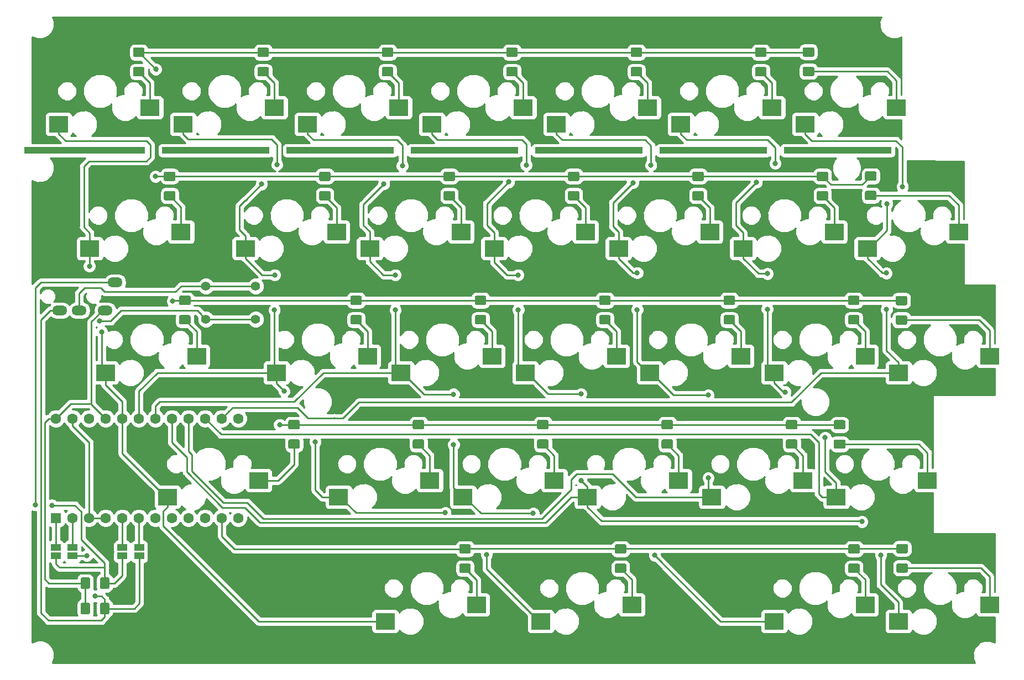
<source format=gbl>
G04 #@! TF.GenerationSoftware,KiCad,Pcbnew,(5.0.0-3-g5ebb6b6)*
G04 #@! TF.CreationDate,2018-10-13T13:09:02+09:00*
G04 #@! TF.ProjectId,pakbd,70616B62642E6B696361645F70636200,1*
G04 #@! TF.SameCoordinates,Original*
G04 #@! TF.FileFunction,Copper,L2,Bot,Signal*
G04 #@! TF.FilePolarity,Positive*
%FSLAX46Y46*%
G04 Gerber Fmt 4.6, Leading zero omitted, Abs format (unit mm)*
G04 Created by KiCad (PCBNEW (5.0.0-3-g5ebb6b6)) date *
%MOMM*%
%LPD*%
G01*
G04 APERTURE LIST*
G04 #@! TA.AperFunction,Conductor*
%ADD10C,0.100000*%
G04 #@! TD*
G04 #@! TA.AperFunction,SMDPad,CuDef*
%ADD11C,1.425000*%
G04 #@! TD*
G04 #@! TA.AperFunction,SMDPad,CuDef*
%ADD12R,3.000000X2.500000*%
G04 #@! TD*
G04 #@! TA.AperFunction,WasherPad*
%ADD13R,16.500000X1.000000*%
G04 #@! TD*
G04 #@! TA.AperFunction,WasherPad*
%ADD14R,18.500000X1.000000*%
G04 #@! TD*
G04 #@! TA.AperFunction,SMDPad,CuDef*
%ADD15R,1.500000X1.000000*%
G04 #@! TD*
G04 #@! TA.AperFunction,ComponentPad*
%ADD16C,1.397000*%
G04 #@! TD*
G04 #@! TA.AperFunction,ComponentPad*
%ADD17C,1.600000*%
G04 #@! TD*
G04 #@! TA.AperFunction,ComponentPad*
%ADD18R,1.600000X1.600000*%
G04 #@! TD*
G04 #@! TA.AperFunction,ComponentPad*
%ADD19O,2.300000X1.500000*%
G04 #@! TD*
G04 #@! TA.AperFunction,ViaPad*
%ADD20C,0.800000*%
G04 #@! TD*
G04 #@! TA.AperFunction,Conductor*
%ADD21C,0.250000*%
G04 #@! TD*
G04 #@! TA.AperFunction,NonConductor*
%ADD22C,0.254000*%
G04 #@! TD*
G04 APERTURE END LIST*
D10*
G04 #@! TO.N,row2*
G04 #@! TO.C,D17*
G36*
X113119504Y-74511204D02*
X113143773Y-74514804D01*
X113167571Y-74520765D01*
X113190671Y-74529030D01*
X113212849Y-74539520D01*
X113233893Y-74552133D01*
X113253598Y-74566747D01*
X113271777Y-74583223D01*
X113288253Y-74601402D01*
X113302867Y-74621107D01*
X113315480Y-74642151D01*
X113325970Y-74664329D01*
X113334235Y-74687429D01*
X113340196Y-74711227D01*
X113343796Y-74735496D01*
X113345000Y-74760000D01*
X113345000Y-75685000D01*
X113343796Y-75709504D01*
X113340196Y-75733773D01*
X113334235Y-75757571D01*
X113325970Y-75780671D01*
X113315480Y-75802849D01*
X113302867Y-75823893D01*
X113288253Y-75843598D01*
X113271777Y-75861777D01*
X113253598Y-75878253D01*
X113233893Y-75892867D01*
X113212849Y-75905480D01*
X113190671Y-75915970D01*
X113167571Y-75924235D01*
X113143773Y-75930196D01*
X113119504Y-75933796D01*
X113095000Y-75935000D01*
X111845000Y-75935000D01*
X111820496Y-75933796D01*
X111796227Y-75930196D01*
X111772429Y-75924235D01*
X111749329Y-75915970D01*
X111727151Y-75905480D01*
X111706107Y-75892867D01*
X111686402Y-75878253D01*
X111668223Y-75861777D01*
X111651747Y-75843598D01*
X111637133Y-75823893D01*
X111624520Y-75802849D01*
X111614030Y-75780671D01*
X111605765Y-75757571D01*
X111599804Y-75733773D01*
X111596204Y-75709504D01*
X111595000Y-75685000D01*
X111595000Y-74760000D01*
X111596204Y-74735496D01*
X111599804Y-74711227D01*
X111605765Y-74687429D01*
X111614030Y-74664329D01*
X111624520Y-74642151D01*
X111637133Y-74621107D01*
X111651747Y-74601402D01*
X111668223Y-74583223D01*
X111686402Y-74566747D01*
X111706107Y-74552133D01*
X111727151Y-74539520D01*
X111749329Y-74529030D01*
X111772429Y-74520765D01*
X111796227Y-74514804D01*
X111820496Y-74511204D01*
X111845000Y-74510000D01*
X113095000Y-74510000D01*
X113119504Y-74511204D01*
X113119504Y-74511204D01*
G37*
D11*
G04 #@! TD*
G04 #@! TO.P,D17,2*
G04 #@! TO.N,row2*
X112470000Y-75222500D03*
D10*
G04 #@! TO.N,Net-(D17-Pad1)*
G04 #@! TO.C,D17*
G36*
X113119504Y-77486204D02*
X113143773Y-77489804D01*
X113167571Y-77495765D01*
X113190671Y-77504030D01*
X113212849Y-77514520D01*
X113233893Y-77527133D01*
X113253598Y-77541747D01*
X113271777Y-77558223D01*
X113288253Y-77576402D01*
X113302867Y-77596107D01*
X113315480Y-77617151D01*
X113325970Y-77639329D01*
X113334235Y-77662429D01*
X113340196Y-77686227D01*
X113343796Y-77710496D01*
X113345000Y-77735000D01*
X113345000Y-78660000D01*
X113343796Y-78684504D01*
X113340196Y-78708773D01*
X113334235Y-78732571D01*
X113325970Y-78755671D01*
X113315480Y-78777849D01*
X113302867Y-78798893D01*
X113288253Y-78818598D01*
X113271777Y-78836777D01*
X113253598Y-78853253D01*
X113233893Y-78867867D01*
X113212849Y-78880480D01*
X113190671Y-78890970D01*
X113167571Y-78899235D01*
X113143773Y-78905196D01*
X113119504Y-78908796D01*
X113095000Y-78910000D01*
X111845000Y-78910000D01*
X111820496Y-78908796D01*
X111796227Y-78905196D01*
X111772429Y-78899235D01*
X111749329Y-78890970D01*
X111727151Y-78880480D01*
X111706107Y-78867867D01*
X111686402Y-78853253D01*
X111668223Y-78836777D01*
X111651747Y-78818598D01*
X111637133Y-78798893D01*
X111624520Y-78777849D01*
X111614030Y-78755671D01*
X111605765Y-78732571D01*
X111599804Y-78708773D01*
X111596204Y-78684504D01*
X111595000Y-78660000D01*
X111595000Y-77735000D01*
X111596204Y-77710496D01*
X111599804Y-77686227D01*
X111605765Y-77662429D01*
X111614030Y-77639329D01*
X111624520Y-77617151D01*
X111637133Y-77596107D01*
X111651747Y-77576402D01*
X111668223Y-77558223D01*
X111686402Y-77541747D01*
X111706107Y-77527133D01*
X111727151Y-77514520D01*
X111749329Y-77504030D01*
X111772429Y-77495765D01*
X111796227Y-77489804D01*
X111820496Y-77486204D01*
X111845000Y-77485000D01*
X113095000Y-77485000D01*
X113119504Y-77486204D01*
X113119504Y-77486204D01*
G37*
D11*
G04 #@! TD*
G04 #@! TO.P,D17,1*
G04 #@! TO.N,Net-(D17-Pad1)*
X112470000Y-78197500D03*
D12*
G04 #@! TO.P,SW20,2*
G04 #@! TO.N,Net-(D20-Pad1)*
X171387000Y-83780000D03*
G04 #@! TO.P,SW20,1*
G04 #@! TO.N,col6*
X157417000Y-86320000D03*
G04 #@! TD*
D10*
G04 #@! TO.N,row1*
G04 #@! TO.C,D8*
G36*
X70231570Y-55501718D02*
X70255839Y-55505318D01*
X70279637Y-55511279D01*
X70302737Y-55519544D01*
X70324915Y-55530034D01*
X70345959Y-55542647D01*
X70365664Y-55557261D01*
X70383843Y-55573737D01*
X70400319Y-55591916D01*
X70414933Y-55611621D01*
X70427546Y-55632665D01*
X70438036Y-55654843D01*
X70446301Y-55677943D01*
X70452262Y-55701741D01*
X70455862Y-55726010D01*
X70457066Y-55750514D01*
X70457066Y-56675514D01*
X70455862Y-56700018D01*
X70452262Y-56724287D01*
X70446301Y-56748085D01*
X70438036Y-56771185D01*
X70427546Y-56793363D01*
X70414933Y-56814407D01*
X70400319Y-56834112D01*
X70383843Y-56852291D01*
X70365664Y-56868767D01*
X70345959Y-56883381D01*
X70324915Y-56895994D01*
X70302737Y-56906484D01*
X70279637Y-56914749D01*
X70255839Y-56920710D01*
X70231570Y-56924310D01*
X70207066Y-56925514D01*
X68957066Y-56925514D01*
X68932562Y-56924310D01*
X68908293Y-56920710D01*
X68884495Y-56914749D01*
X68861395Y-56906484D01*
X68839217Y-56895994D01*
X68818173Y-56883381D01*
X68798468Y-56868767D01*
X68780289Y-56852291D01*
X68763813Y-56834112D01*
X68749199Y-56814407D01*
X68736586Y-56793363D01*
X68726096Y-56771185D01*
X68717831Y-56748085D01*
X68711870Y-56724287D01*
X68708270Y-56700018D01*
X68707066Y-56675514D01*
X68707066Y-55750514D01*
X68708270Y-55726010D01*
X68711870Y-55701741D01*
X68717831Y-55677943D01*
X68726096Y-55654843D01*
X68736586Y-55632665D01*
X68749199Y-55611621D01*
X68763813Y-55591916D01*
X68780289Y-55573737D01*
X68798468Y-55557261D01*
X68818173Y-55542647D01*
X68839217Y-55530034D01*
X68861395Y-55519544D01*
X68884495Y-55511279D01*
X68908293Y-55505318D01*
X68932562Y-55501718D01*
X68957066Y-55500514D01*
X70207066Y-55500514D01*
X70231570Y-55501718D01*
X70231570Y-55501718D01*
G37*
D11*
G04 #@! TD*
G04 #@! TO.P,D8,2*
G04 #@! TO.N,row1*
X69582066Y-56213014D03*
D10*
G04 #@! TO.N,Net-(D8-Pad1)*
G04 #@! TO.C,D8*
G36*
X70231570Y-58476718D02*
X70255839Y-58480318D01*
X70279637Y-58486279D01*
X70302737Y-58494544D01*
X70324915Y-58505034D01*
X70345959Y-58517647D01*
X70365664Y-58532261D01*
X70383843Y-58548737D01*
X70400319Y-58566916D01*
X70414933Y-58586621D01*
X70427546Y-58607665D01*
X70438036Y-58629843D01*
X70446301Y-58652943D01*
X70452262Y-58676741D01*
X70455862Y-58701010D01*
X70457066Y-58725514D01*
X70457066Y-59650514D01*
X70455862Y-59675018D01*
X70452262Y-59699287D01*
X70446301Y-59723085D01*
X70438036Y-59746185D01*
X70427546Y-59768363D01*
X70414933Y-59789407D01*
X70400319Y-59809112D01*
X70383843Y-59827291D01*
X70365664Y-59843767D01*
X70345959Y-59858381D01*
X70324915Y-59870994D01*
X70302737Y-59881484D01*
X70279637Y-59889749D01*
X70255839Y-59895710D01*
X70231570Y-59899310D01*
X70207066Y-59900514D01*
X68957066Y-59900514D01*
X68932562Y-59899310D01*
X68908293Y-59895710D01*
X68884495Y-59889749D01*
X68861395Y-59881484D01*
X68839217Y-59870994D01*
X68818173Y-59858381D01*
X68798468Y-59843767D01*
X68780289Y-59827291D01*
X68763813Y-59809112D01*
X68749199Y-59789407D01*
X68736586Y-59768363D01*
X68726096Y-59746185D01*
X68717831Y-59723085D01*
X68711870Y-59699287D01*
X68708270Y-59675018D01*
X68707066Y-59650514D01*
X68707066Y-58725514D01*
X68708270Y-58701010D01*
X68711870Y-58676741D01*
X68717831Y-58652943D01*
X68726096Y-58629843D01*
X68736586Y-58607665D01*
X68749199Y-58586621D01*
X68763813Y-58566916D01*
X68780289Y-58548737D01*
X68798468Y-58532261D01*
X68818173Y-58517647D01*
X68839217Y-58505034D01*
X68861395Y-58494544D01*
X68884495Y-58486279D01*
X68908293Y-58480318D01*
X68932562Y-58476718D01*
X68957066Y-58475514D01*
X70207066Y-58475514D01*
X70231570Y-58476718D01*
X70231570Y-58476718D01*
G37*
D11*
G04 #@! TD*
G04 #@! TO.P,D8,1*
G04 #@! TO.N,Net-(D8-Pad1)*
X69582066Y-59188014D03*
D13*
G04 #@! TO.P,cr04,*
G04 #@! TO.N,*
X110029999Y-52240001D03*
G04 #@! TD*
D10*
G04 #@! TO.N,row2*
G04 #@! TO.C,D20*
G36*
X158529504Y-74551204D02*
X158553773Y-74554804D01*
X158577571Y-74560765D01*
X158600671Y-74569030D01*
X158622849Y-74579520D01*
X158643893Y-74592133D01*
X158663598Y-74606747D01*
X158681777Y-74623223D01*
X158698253Y-74641402D01*
X158712867Y-74661107D01*
X158725480Y-74682151D01*
X158735970Y-74704329D01*
X158744235Y-74727429D01*
X158750196Y-74751227D01*
X158753796Y-74775496D01*
X158755000Y-74800000D01*
X158755000Y-75725000D01*
X158753796Y-75749504D01*
X158750196Y-75773773D01*
X158744235Y-75797571D01*
X158735970Y-75820671D01*
X158725480Y-75842849D01*
X158712867Y-75863893D01*
X158698253Y-75883598D01*
X158681777Y-75901777D01*
X158663598Y-75918253D01*
X158643893Y-75932867D01*
X158622849Y-75945480D01*
X158600671Y-75955970D01*
X158577571Y-75964235D01*
X158553773Y-75970196D01*
X158529504Y-75973796D01*
X158505000Y-75975000D01*
X157255000Y-75975000D01*
X157230496Y-75973796D01*
X157206227Y-75970196D01*
X157182429Y-75964235D01*
X157159329Y-75955970D01*
X157137151Y-75945480D01*
X157116107Y-75932867D01*
X157096402Y-75918253D01*
X157078223Y-75901777D01*
X157061747Y-75883598D01*
X157047133Y-75863893D01*
X157034520Y-75842849D01*
X157024030Y-75820671D01*
X157015765Y-75797571D01*
X157009804Y-75773773D01*
X157006204Y-75749504D01*
X157005000Y-75725000D01*
X157005000Y-74800000D01*
X157006204Y-74775496D01*
X157009804Y-74751227D01*
X157015765Y-74727429D01*
X157024030Y-74704329D01*
X157034520Y-74682151D01*
X157047133Y-74661107D01*
X157061747Y-74641402D01*
X157078223Y-74623223D01*
X157096402Y-74606747D01*
X157116107Y-74592133D01*
X157137151Y-74579520D01*
X157159329Y-74569030D01*
X157182429Y-74560765D01*
X157206227Y-74554804D01*
X157230496Y-74551204D01*
X157255000Y-74550000D01*
X158505000Y-74550000D01*
X158529504Y-74551204D01*
X158529504Y-74551204D01*
G37*
D11*
G04 #@! TD*
G04 #@! TO.P,D20,2*
G04 #@! TO.N,row2*
X157880000Y-75262500D03*
D10*
G04 #@! TO.N,Net-(D20-Pad1)*
G04 #@! TO.C,D20*
G36*
X158529504Y-77526204D02*
X158553773Y-77529804D01*
X158577571Y-77535765D01*
X158600671Y-77544030D01*
X158622849Y-77554520D01*
X158643893Y-77567133D01*
X158663598Y-77581747D01*
X158681777Y-77598223D01*
X158698253Y-77616402D01*
X158712867Y-77636107D01*
X158725480Y-77657151D01*
X158735970Y-77679329D01*
X158744235Y-77702429D01*
X158750196Y-77726227D01*
X158753796Y-77750496D01*
X158755000Y-77775000D01*
X158755000Y-78700000D01*
X158753796Y-78724504D01*
X158750196Y-78748773D01*
X158744235Y-78772571D01*
X158735970Y-78795671D01*
X158725480Y-78817849D01*
X158712867Y-78838893D01*
X158698253Y-78858598D01*
X158681777Y-78876777D01*
X158663598Y-78893253D01*
X158643893Y-78907867D01*
X158622849Y-78920480D01*
X158600671Y-78930970D01*
X158577571Y-78939235D01*
X158553773Y-78945196D01*
X158529504Y-78948796D01*
X158505000Y-78950000D01*
X157255000Y-78950000D01*
X157230496Y-78948796D01*
X157206227Y-78945196D01*
X157182429Y-78939235D01*
X157159329Y-78930970D01*
X157137151Y-78920480D01*
X157116107Y-78907867D01*
X157096402Y-78893253D01*
X157078223Y-78876777D01*
X157061747Y-78858598D01*
X157047133Y-78838893D01*
X157034520Y-78817849D01*
X157024030Y-78795671D01*
X157015765Y-78772571D01*
X157009804Y-78748773D01*
X157006204Y-78724504D01*
X157005000Y-78700000D01*
X157005000Y-77775000D01*
X157006204Y-77750496D01*
X157009804Y-77726227D01*
X157015765Y-77702429D01*
X157024030Y-77679329D01*
X157034520Y-77657151D01*
X157047133Y-77636107D01*
X157061747Y-77616402D01*
X157078223Y-77598223D01*
X157096402Y-77581747D01*
X157116107Y-77567133D01*
X157137151Y-77554520D01*
X157159329Y-77544030D01*
X157182429Y-77535765D01*
X157206227Y-77529804D01*
X157230496Y-77526204D01*
X157255000Y-77525000D01*
X158505000Y-77525000D01*
X158529504Y-77526204D01*
X158529504Y-77526204D01*
G37*
D11*
G04 #@! TD*
G04 #@! TO.P,D20,1*
G04 #@! TO.N,Net-(D20-Pad1)*
X157880000Y-78237500D03*
D13*
G04 #@! TO.P,cr02,*
G04 #@! TO.N,*
X71929999Y-52240001D03*
G04 #@! TD*
D10*
G04 #@! TO.N,row1*
G04 #@! TO.C,D9*
G36*
X89281570Y-55501718D02*
X89305839Y-55505318D01*
X89329637Y-55511279D01*
X89352737Y-55519544D01*
X89374915Y-55530034D01*
X89395959Y-55542647D01*
X89415664Y-55557261D01*
X89433843Y-55573737D01*
X89450319Y-55591916D01*
X89464933Y-55611621D01*
X89477546Y-55632665D01*
X89488036Y-55654843D01*
X89496301Y-55677943D01*
X89502262Y-55701741D01*
X89505862Y-55726010D01*
X89507066Y-55750514D01*
X89507066Y-56675514D01*
X89505862Y-56700018D01*
X89502262Y-56724287D01*
X89496301Y-56748085D01*
X89488036Y-56771185D01*
X89477546Y-56793363D01*
X89464933Y-56814407D01*
X89450319Y-56834112D01*
X89433843Y-56852291D01*
X89415664Y-56868767D01*
X89395959Y-56883381D01*
X89374915Y-56895994D01*
X89352737Y-56906484D01*
X89329637Y-56914749D01*
X89305839Y-56920710D01*
X89281570Y-56924310D01*
X89257066Y-56925514D01*
X88007066Y-56925514D01*
X87982562Y-56924310D01*
X87958293Y-56920710D01*
X87934495Y-56914749D01*
X87911395Y-56906484D01*
X87889217Y-56895994D01*
X87868173Y-56883381D01*
X87848468Y-56868767D01*
X87830289Y-56852291D01*
X87813813Y-56834112D01*
X87799199Y-56814407D01*
X87786586Y-56793363D01*
X87776096Y-56771185D01*
X87767831Y-56748085D01*
X87761870Y-56724287D01*
X87758270Y-56700018D01*
X87757066Y-56675514D01*
X87757066Y-55750514D01*
X87758270Y-55726010D01*
X87761870Y-55701741D01*
X87767831Y-55677943D01*
X87776096Y-55654843D01*
X87786586Y-55632665D01*
X87799199Y-55611621D01*
X87813813Y-55591916D01*
X87830289Y-55573737D01*
X87848468Y-55557261D01*
X87868173Y-55542647D01*
X87889217Y-55530034D01*
X87911395Y-55519544D01*
X87934495Y-55511279D01*
X87958293Y-55505318D01*
X87982562Y-55501718D01*
X88007066Y-55500514D01*
X89257066Y-55500514D01*
X89281570Y-55501718D01*
X89281570Y-55501718D01*
G37*
D11*
G04 #@! TD*
G04 #@! TO.P,D9,2*
G04 #@! TO.N,row1*
X88632066Y-56213014D03*
D10*
G04 #@! TO.N,Net-(D9-Pad1)*
G04 #@! TO.C,D9*
G36*
X89281570Y-58476718D02*
X89305839Y-58480318D01*
X89329637Y-58486279D01*
X89352737Y-58494544D01*
X89374915Y-58505034D01*
X89395959Y-58517647D01*
X89415664Y-58532261D01*
X89433843Y-58548737D01*
X89450319Y-58566916D01*
X89464933Y-58586621D01*
X89477546Y-58607665D01*
X89488036Y-58629843D01*
X89496301Y-58652943D01*
X89502262Y-58676741D01*
X89505862Y-58701010D01*
X89507066Y-58725514D01*
X89507066Y-59650514D01*
X89505862Y-59675018D01*
X89502262Y-59699287D01*
X89496301Y-59723085D01*
X89488036Y-59746185D01*
X89477546Y-59768363D01*
X89464933Y-59789407D01*
X89450319Y-59809112D01*
X89433843Y-59827291D01*
X89415664Y-59843767D01*
X89395959Y-59858381D01*
X89374915Y-59870994D01*
X89352737Y-59881484D01*
X89329637Y-59889749D01*
X89305839Y-59895710D01*
X89281570Y-59899310D01*
X89257066Y-59900514D01*
X88007066Y-59900514D01*
X87982562Y-59899310D01*
X87958293Y-59895710D01*
X87934495Y-59889749D01*
X87911395Y-59881484D01*
X87889217Y-59870994D01*
X87868173Y-59858381D01*
X87848468Y-59843767D01*
X87830289Y-59827291D01*
X87813813Y-59809112D01*
X87799199Y-59789407D01*
X87786586Y-59768363D01*
X87776096Y-59746185D01*
X87767831Y-59723085D01*
X87761870Y-59699287D01*
X87758270Y-59675018D01*
X87757066Y-59650514D01*
X87757066Y-58725514D01*
X87758270Y-58701010D01*
X87761870Y-58676741D01*
X87767831Y-58652943D01*
X87776096Y-58629843D01*
X87786586Y-58607665D01*
X87799199Y-58586621D01*
X87813813Y-58566916D01*
X87830289Y-58548737D01*
X87848468Y-58532261D01*
X87868173Y-58517647D01*
X87889217Y-58505034D01*
X87911395Y-58494544D01*
X87934495Y-58486279D01*
X87958293Y-58480318D01*
X87982562Y-58476718D01*
X88007066Y-58475514D01*
X89257066Y-58475514D01*
X89281570Y-58476718D01*
X89281570Y-58476718D01*
G37*
D11*
G04 #@! TD*
G04 #@! TO.P,D9,1*
G04 #@! TO.N,Net-(D9-Pad1)*
X88632066Y-59188014D03*
D10*
G04 #@! TO.N,row1*
G04 #@! TO.C,D10*
G36*
X108331570Y-55501718D02*
X108355839Y-55505318D01*
X108379637Y-55511279D01*
X108402737Y-55519544D01*
X108424915Y-55530034D01*
X108445959Y-55542647D01*
X108465664Y-55557261D01*
X108483843Y-55573737D01*
X108500319Y-55591916D01*
X108514933Y-55611621D01*
X108527546Y-55632665D01*
X108538036Y-55654843D01*
X108546301Y-55677943D01*
X108552262Y-55701741D01*
X108555862Y-55726010D01*
X108557066Y-55750514D01*
X108557066Y-56675514D01*
X108555862Y-56700018D01*
X108552262Y-56724287D01*
X108546301Y-56748085D01*
X108538036Y-56771185D01*
X108527546Y-56793363D01*
X108514933Y-56814407D01*
X108500319Y-56834112D01*
X108483843Y-56852291D01*
X108465664Y-56868767D01*
X108445959Y-56883381D01*
X108424915Y-56895994D01*
X108402737Y-56906484D01*
X108379637Y-56914749D01*
X108355839Y-56920710D01*
X108331570Y-56924310D01*
X108307066Y-56925514D01*
X107057066Y-56925514D01*
X107032562Y-56924310D01*
X107008293Y-56920710D01*
X106984495Y-56914749D01*
X106961395Y-56906484D01*
X106939217Y-56895994D01*
X106918173Y-56883381D01*
X106898468Y-56868767D01*
X106880289Y-56852291D01*
X106863813Y-56834112D01*
X106849199Y-56814407D01*
X106836586Y-56793363D01*
X106826096Y-56771185D01*
X106817831Y-56748085D01*
X106811870Y-56724287D01*
X106808270Y-56700018D01*
X106807066Y-56675514D01*
X106807066Y-55750514D01*
X106808270Y-55726010D01*
X106811870Y-55701741D01*
X106817831Y-55677943D01*
X106826096Y-55654843D01*
X106836586Y-55632665D01*
X106849199Y-55611621D01*
X106863813Y-55591916D01*
X106880289Y-55573737D01*
X106898468Y-55557261D01*
X106918173Y-55542647D01*
X106939217Y-55530034D01*
X106961395Y-55519544D01*
X106984495Y-55511279D01*
X107008293Y-55505318D01*
X107032562Y-55501718D01*
X107057066Y-55500514D01*
X108307066Y-55500514D01*
X108331570Y-55501718D01*
X108331570Y-55501718D01*
G37*
D11*
G04 #@! TD*
G04 #@! TO.P,D10,2*
G04 #@! TO.N,row1*
X107682066Y-56213014D03*
D10*
G04 #@! TO.N,Net-(D10-Pad1)*
G04 #@! TO.C,D10*
G36*
X108331570Y-58476718D02*
X108355839Y-58480318D01*
X108379637Y-58486279D01*
X108402737Y-58494544D01*
X108424915Y-58505034D01*
X108445959Y-58517647D01*
X108465664Y-58532261D01*
X108483843Y-58548737D01*
X108500319Y-58566916D01*
X108514933Y-58586621D01*
X108527546Y-58607665D01*
X108538036Y-58629843D01*
X108546301Y-58652943D01*
X108552262Y-58676741D01*
X108555862Y-58701010D01*
X108557066Y-58725514D01*
X108557066Y-59650514D01*
X108555862Y-59675018D01*
X108552262Y-59699287D01*
X108546301Y-59723085D01*
X108538036Y-59746185D01*
X108527546Y-59768363D01*
X108514933Y-59789407D01*
X108500319Y-59809112D01*
X108483843Y-59827291D01*
X108465664Y-59843767D01*
X108445959Y-59858381D01*
X108424915Y-59870994D01*
X108402737Y-59881484D01*
X108379637Y-59889749D01*
X108355839Y-59895710D01*
X108331570Y-59899310D01*
X108307066Y-59900514D01*
X107057066Y-59900514D01*
X107032562Y-59899310D01*
X107008293Y-59895710D01*
X106984495Y-59889749D01*
X106961395Y-59881484D01*
X106939217Y-59870994D01*
X106918173Y-59858381D01*
X106898468Y-59843767D01*
X106880289Y-59827291D01*
X106863813Y-59809112D01*
X106849199Y-59789407D01*
X106836586Y-59768363D01*
X106826096Y-59746185D01*
X106817831Y-59723085D01*
X106811870Y-59699287D01*
X106808270Y-59675018D01*
X106807066Y-59650514D01*
X106807066Y-58725514D01*
X106808270Y-58701010D01*
X106811870Y-58676741D01*
X106817831Y-58652943D01*
X106826096Y-58629843D01*
X106836586Y-58607665D01*
X106849199Y-58586621D01*
X106863813Y-58566916D01*
X106880289Y-58548737D01*
X106898468Y-58532261D01*
X106918173Y-58517647D01*
X106939217Y-58505034D01*
X106961395Y-58494544D01*
X106984495Y-58486279D01*
X107008293Y-58480318D01*
X107032562Y-58476718D01*
X107057066Y-58475514D01*
X108307066Y-58475514D01*
X108331570Y-58476718D01*
X108331570Y-58476718D01*
G37*
D11*
G04 #@! TD*
G04 #@! TO.P,D10,1*
G04 #@! TO.N,Net-(D10-Pad1)*
X107682066Y-59188014D03*
D10*
G04 #@! TO.N,row1*
G04 #@! TO.C,D11*
G36*
X127381570Y-55501718D02*
X127405839Y-55505318D01*
X127429637Y-55511279D01*
X127452737Y-55519544D01*
X127474915Y-55530034D01*
X127495959Y-55542647D01*
X127515664Y-55557261D01*
X127533843Y-55573737D01*
X127550319Y-55591916D01*
X127564933Y-55611621D01*
X127577546Y-55632665D01*
X127588036Y-55654843D01*
X127596301Y-55677943D01*
X127602262Y-55701741D01*
X127605862Y-55726010D01*
X127607066Y-55750514D01*
X127607066Y-56675514D01*
X127605862Y-56700018D01*
X127602262Y-56724287D01*
X127596301Y-56748085D01*
X127588036Y-56771185D01*
X127577546Y-56793363D01*
X127564933Y-56814407D01*
X127550319Y-56834112D01*
X127533843Y-56852291D01*
X127515664Y-56868767D01*
X127495959Y-56883381D01*
X127474915Y-56895994D01*
X127452737Y-56906484D01*
X127429637Y-56914749D01*
X127405839Y-56920710D01*
X127381570Y-56924310D01*
X127357066Y-56925514D01*
X126107066Y-56925514D01*
X126082562Y-56924310D01*
X126058293Y-56920710D01*
X126034495Y-56914749D01*
X126011395Y-56906484D01*
X125989217Y-56895994D01*
X125968173Y-56883381D01*
X125948468Y-56868767D01*
X125930289Y-56852291D01*
X125913813Y-56834112D01*
X125899199Y-56814407D01*
X125886586Y-56793363D01*
X125876096Y-56771185D01*
X125867831Y-56748085D01*
X125861870Y-56724287D01*
X125858270Y-56700018D01*
X125857066Y-56675514D01*
X125857066Y-55750514D01*
X125858270Y-55726010D01*
X125861870Y-55701741D01*
X125867831Y-55677943D01*
X125876096Y-55654843D01*
X125886586Y-55632665D01*
X125899199Y-55611621D01*
X125913813Y-55591916D01*
X125930289Y-55573737D01*
X125948468Y-55557261D01*
X125968173Y-55542647D01*
X125989217Y-55530034D01*
X126011395Y-55519544D01*
X126034495Y-55511279D01*
X126058293Y-55505318D01*
X126082562Y-55501718D01*
X126107066Y-55500514D01*
X127357066Y-55500514D01*
X127381570Y-55501718D01*
X127381570Y-55501718D01*
G37*
D11*
G04 #@! TD*
G04 #@! TO.P,D11,2*
G04 #@! TO.N,row1*
X126732066Y-56213014D03*
D10*
G04 #@! TO.N,Net-(D11-Pad1)*
G04 #@! TO.C,D11*
G36*
X127381570Y-58476718D02*
X127405839Y-58480318D01*
X127429637Y-58486279D01*
X127452737Y-58494544D01*
X127474915Y-58505034D01*
X127495959Y-58517647D01*
X127515664Y-58532261D01*
X127533843Y-58548737D01*
X127550319Y-58566916D01*
X127564933Y-58586621D01*
X127577546Y-58607665D01*
X127588036Y-58629843D01*
X127596301Y-58652943D01*
X127602262Y-58676741D01*
X127605862Y-58701010D01*
X127607066Y-58725514D01*
X127607066Y-59650514D01*
X127605862Y-59675018D01*
X127602262Y-59699287D01*
X127596301Y-59723085D01*
X127588036Y-59746185D01*
X127577546Y-59768363D01*
X127564933Y-59789407D01*
X127550319Y-59809112D01*
X127533843Y-59827291D01*
X127515664Y-59843767D01*
X127495959Y-59858381D01*
X127474915Y-59870994D01*
X127452737Y-59881484D01*
X127429637Y-59889749D01*
X127405839Y-59895710D01*
X127381570Y-59899310D01*
X127357066Y-59900514D01*
X126107066Y-59900514D01*
X126082562Y-59899310D01*
X126058293Y-59895710D01*
X126034495Y-59889749D01*
X126011395Y-59881484D01*
X125989217Y-59870994D01*
X125968173Y-59858381D01*
X125948468Y-59843767D01*
X125930289Y-59827291D01*
X125913813Y-59809112D01*
X125899199Y-59789407D01*
X125886586Y-59768363D01*
X125876096Y-59746185D01*
X125867831Y-59723085D01*
X125861870Y-59699287D01*
X125858270Y-59675018D01*
X125857066Y-59650514D01*
X125857066Y-58725514D01*
X125858270Y-58701010D01*
X125861870Y-58676741D01*
X125867831Y-58652943D01*
X125876096Y-58629843D01*
X125886586Y-58607665D01*
X125899199Y-58586621D01*
X125913813Y-58566916D01*
X125930289Y-58548737D01*
X125948468Y-58532261D01*
X125968173Y-58517647D01*
X125989217Y-58505034D01*
X126011395Y-58494544D01*
X126034495Y-58486279D01*
X126058293Y-58480318D01*
X126082562Y-58476718D01*
X126107066Y-58475514D01*
X127357066Y-58475514D01*
X127381570Y-58476718D01*
X127381570Y-58476718D01*
G37*
D11*
G04 #@! TD*
G04 #@! TO.P,D11,1*
G04 #@! TO.N,Net-(D11-Pad1)*
X126732066Y-59188014D03*
D10*
G04 #@! TO.N,row1*
G04 #@! TO.C,D12*
G36*
X146431570Y-55501718D02*
X146455839Y-55505318D01*
X146479637Y-55511279D01*
X146502737Y-55519544D01*
X146524915Y-55530034D01*
X146545959Y-55542647D01*
X146565664Y-55557261D01*
X146583843Y-55573737D01*
X146600319Y-55591916D01*
X146614933Y-55611621D01*
X146627546Y-55632665D01*
X146638036Y-55654843D01*
X146646301Y-55677943D01*
X146652262Y-55701741D01*
X146655862Y-55726010D01*
X146657066Y-55750514D01*
X146657066Y-56675514D01*
X146655862Y-56700018D01*
X146652262Y-56724287D01*
X146646301Y-56748085D01*
X146638036Y-56771185D01*
X146627546Y-56793363D01*
X146614933Y-56814407D01*
X146600319Y-56834112D01*
X146583843Y-56852291D01*
X146565664Y-56868767D01*
X146545959Y-56883381D01*
X146524915Y-56895994D01*
X146502737Y-56906484D01*
X146479637Y-56914749D01*
X146455839Y-56920710D01*
X146431570Y-56924310D01*
X146407066Y-56925514D01*
X145157066Y-56925514D01*
X145132562Y-56924310D01*
X145108293Y-56920710D01*
X145084495Y-56914749D01*
X145061395Y-56906484D01*
X145039217Y-56895994D01*
X145018173Y-56883381D01*
X144998468Y-56868767D01*
X144980289Y-56852291D01*
X144963813Y-56834112D01*
X144949199Y-56814407D01*
X144936586Y-56793363D01*
X144926096Y-56771185D01*
X144917831Y-56748085D01*
X144911870Y-56724287D01*
X144908270Y-56700018D01*
X144907066Y-56675514D01*
X144907066Y-55750514D01*
X144908270Y-55726010D01*
X144911870Y-55701741D01*
X144917831Y-55677943D01*
X144926096Y-55654843D01*
X144936586Y-55632665D01*
X144949199Y-55611621D01*
X144963813Y-55591916D01*
X144980289Y-55573737D01*
X144998468Y-55557261D01*
X145018173Y-55542647D01*
X145039217Y-55530034D01*
X145061395Y-55519544D01*
X145084495Y-55511279D01*
X145108293Y-55505318D01*
X145132562Y-55501718D01*
X145157066Y-55500514D01*
X146407066Y-55500514D01*
X146431570Y-55501718D01*
X146431570Y-55501718D01*
G37*
D11*
G04 #@! TD*
G04 #@! TO.P,D12,2*
G04 #@! TO.N,row1*
X145782066Y-56213014D03*
D10*
G04 #@! TO.N,Net-(D12-Pad1)*
G04 #@! TO.C,D12*
G36*
X146431570Y-58476718D02*
X146455839Y-58480318D01*
X146479637Y-58486279D01*
X146502737Y-58494544D01*
X146524915Y-58505034D01*
X146545959Y-58517647D01*
X146565664Y-58532261D01*
X146583843Y-58548737D01*
X146600319Y-58566916D01*
X146614933Y-58586621D01*
X146627546Y-58607665D01*
X146638036Y-58629843D01*
X146646301Y-58652943D01*
X146652262Y-58676741D01*
X146655862Y-58701010D01*
X146657066Y-58725514D01*
X146657066Y-59650514D01*
X146655862Y-59675018D01*
X146652262Y-59699287D01*
X146646301Y-59723085D01*
X146638036Y-59746185D01*
X146627546Y-59768363D01*
X146614933Y-59789407D01*
X146600319Y-59809112D01*
X146583843Y-59827291D01*
X146565664Y-59843767D01*
X146545959Y-59858381D01*
X146524915Y-59870994D01*
X146502737Y-59881484D01*
X146479637Y-59889749D01*
X146455839Y-59895710D01*
X146431570Y-59899310D01*
X146407066Y-59900514D01*
X145157066Y-59900514D01*
X145132562Y-59899310D01*
X145108293Y-59895710D01*
X145084495Y-59889749D01*
X145061395Y-59881484D01*
X145039217Y-59870994D01*
X145018173Y-59858381D01*
X144998468Y-59843767D01*
X144980289Y-59827291D01*
X144963813Y-59809112D01*
X144949199Y-59789407D01*
X144936586Y-59768363D01*
X144926096Y-59746185D01*
X144917831Y-59723085D01*
X144911870Y-59699287D01*
X144908270Y-59675018D01*
X144907066Y-59650514D01*
X144907066Y-58725514D01*
X144908270Y-58701010D01*
X144911870Y-58676741D01*
X144917831Y-58652943D01*
X144926096Y-58629843D01*
X144936586Y-58607665D01*
X144949199Y-58586621D01*
X144963813Y-58566916D01*
X144980289Y-58548737D01*
X144998468Y-58532261D01*
X145018173Y-58517647D01*
X145039217Y-58505034D01*
X145061395Y-58494544D01*
X145084495Y-58486279D01*
X145108293Y-58480318D01*
X145132562Y-58476718D01*
X145157066Y-58475514D01*
X146407066Y-58475514D01*
X146431570Y-58476718D01*
X146431570Y-58476718D01*
G37*
D11*
G04 #@! TD*
G04 #@! TO.P,D12,1*
G04 #@! TO.N,Net-(D12-Pad1)*
X145782066Y-59188014D03*
D10*
G04 #@! TO.N,row1*
G04 #@! TO.C,D13*
G36*
X153819504Y-55451204D02*
X153843773Y-55454804D01*
X153867571Y-55460765D01*
X153890671Y-55469030D01*
X153912849Y-55479520D01*
X153933893Y-55492133D01*
X153953598Y-55506747D01*
X153971777Y-55523223D01*
X153988253Y-55541402D01*
X154002867Y-55561107D01*
X154015480Y-55582151D01*
X154025970Y-55604329D01*
X154034235Y-55627429D01*
X154040196Y-55651227D01*
X154043796Y-55675496D01*
X154045000Y-55700000D01*
X154045000Y-56625000D01*
X154043796Y-56649504D01*
X154040196Y-56673773D01*
X154034235Y-56697571D01*
X154025970Y-56720671D01*
X154015480Y-56742849D01*
X154002867Y-56763893D01*
X153988253Y-56783598D01*
X153971777Y-56801777D01*
X153953598Y-56818253D01*
X153933893Y-56832867D01*
X153912849Y-56845480D01*
X153890671Y-56855970D01*
X153867571Y-56864235D01*
X153843773Y-56870196D01*
X153819504Y-56873796D01*
X153795000Y-56875000D01*
X152545000Y-56875000D01*
X152520496Y-56873796D01*
X152496227Y-56870196D01*
X152472429Y-56864235D01*
X152449329Y-56855970D01*
X152427151Y-56845480D01*
X152406107Y-56832867D01*
X152386402Y-56818253D01*
X152368223Y-56801777D01*
X152351747Y-56783598D01*
X152337133Y-56763893D01*
X152324520Y-56742849D01*
X152314030Y-56720671D01*
X152305765Y-56697571D01*
X152299804Y-56673773D01*
X152296204Y-56649504D01*
X152295000Y-56625000D01*
X152295000Y-55700000D01*
X152296204Y-55675496D01*
X152299804Y-55651227D01*
X152305765Y-55627429D01*
X152314030Y-55604329D01*
X152324520Y-55582151D01*
X152337133Y-55561107D01*
X152351747Y-55541402D01*
X152368223Y-55523223D01*
X152386402Y-55506747D01*
X152406107Y-55492133D01*
X152427151Y-55479520D01*
X152449329Y-55469030D01*
X152472429Y-55460765D01*
X152496227Y-55454804D01*
X152520496Y-55451204D01*
X152545000Y-55450000D01*
X153795000Y-55450000D01*
X153819504Y-55451204D01*
X153819504Y-55451204D01*
G37*
D11*
G04 #@! TD*
G04 #@! TO.P,D13,2*
G04 #@! TO.N,row1*
X153170000Y-56162500D03*
D10*
G04 #@! TO.N,Net-(D13-Pad1)*
G04 #@! TO.C,D13*
G36*
X153819504Y-58426204D02*
X153843773Y-58429804D01*
X153867571Y-58435765D01*
X153890671Y-58444030D01*
X153912849Y-58454520D01*
X153933893Y-58467133D01*
X153953598Y-58481747D01*
X153971777Y-58498223D01*
X153988253Y-58516402D01*
X154002867Y-58536107D01*
X154015480Y-58557151D01*
X154025970Y-58579329D01*
X154034235Y-58602429D01*
X154040196Y-58626227D01*
X154043796Y-58650496D01*
X154045000Y-58675000D01*
X154045000Y-59600000D01*
X154043796Y-59624504D01*
X154040196Y-59648773D01*
X154034235Y-59672571D01*
X154025970Y-59695671D01*
X154015480Y-59717849D01*
X154002867Y-59738893D01*
X153988253Y-59758598D01*
X153971777Y-59776777D01*
X153953598Y-59793253D01*
X153933893Y-59807867D01*
X153912849Y-59820480D01*
X153890671Y-59830970D01*
X153867571Y-59839235D01*
X153843773Y-59845196D01*
X153819504Y-59848796D01*
X153795000Y-59850000D01*
X152545000Y-59850000D01*
X152520496Y-59848796D01*
X152496227Y-59845196D01*
X152472429Y-59839235D01*
X152449329Y-59830970D01*
X152427151Y-59820480D01*
X152406107Y-59807867D01*
X152386402Y-59793253D01*
X152368223Y-59776777D01*
X152351747Y-59758598D01*
X152337133Y-59738893D01*
X152324520Y-59717849D01*
X152314030Y-59695671D01*
X152305765Y-59672571D01*
X152299804Y-59648773D01*
X152296204Y-59624504D01*
X152295000Y-59600000D01*
X152295000Y-58675000D01*
X152296204Y-58650496D01*
X152299804Y-58626227D01*
X152305765Y-58602429D01*
X152314030Y-58579329D01*
X152324520Y-58557151D01*
X152337133Y-58536107D01*
X152351747Y-58516402D01*
X152368223Y-58498223D01*
X152386402Y-58481747D01*
X152406107Y-58467133D01*
X152427151Y-58454520D01*
X152449329Y-58444030D01*
X152472429Y-58435765D01*
X152496227Y-58429804D01*
X152520496Y-58426204D01*
X152545000Y-58425000D01*
X153795000Y-58425000D01*
X153819504Y-58426204D01*
X153819504Y-58426204D01*
G37*
D11*
G04 #@! TD*
G04 #@! TO.P,D13,1*
G04 #@! TO.N,Net-(D13-Pad1)*
X153170000Y-59137500D03*
D10*
G04 #@! TO.N,row2*
G04 #@! TO.C,D14*
G36*
X48799504Y-74511204D02*
X48823773Y-74514804D01*
X48847571Y-74520765D01*
X48870671Y-74529030D01*
X48892849Y-74539520D01*
X48913893Y-74552133D01*
X48933598Y-74566747D01*
X48951777Y-74583223D01*
X48968253Y-74601402D01*
X48982867Y-74621107D01*
X48995480Y-74642151D01*
X49005970Y-74664329D01*
X49014235Y-74687429D01*
X49020196Y-74711227D01*
X49023796Y-74735496D01*
X49025000Y-74760000D01*
X49025000Y-75685000D01*
X49023796Y-75709504D01*
X49020196Y-75733773D01*
X49014235Y-75757571D01*
X49005970Y-75780671D01*
X48995480Y-75802849D01*
X48982867Y-75823893D01*
X48968253Y-75843598D01*
X48951777Y-75861777D01*
X48933598Y-75878253D01*
X48913893Y-75892867D01*
X48892849Y-75905480D01*
X48870671Y-75915970D01*
X48847571Y-75924235D01*
X48823773Y-75930196D01*
X48799504Y-75933796D01*
X48775000Y-75935000D01*
X47525000Y-75935000D01*
X47500496Y-75933796D01*
X47476227Y-75930196D01*
X47452429Y-75924235D01*
X47429329Y-75915970D01*
X47407151Y-75905480D01*
X47386107Y-75892867D01*
X47366402Y-75878253D01*
X47348223Y-75861777D01*
X47331747Y-75843598D01*
X47317133Y-75823893D01*
X47304520Y-75802849D01*
X47294030Y-75780671D01*
X47285765Y-75757571D01*
X47279804Y-75733773D01*
X47276204Y-75709504D01*
X47275000Y-75685000D01*
X47275000Y-74760000D01*
X47276204Y-74735496D01*
X47279804Y-74711227D01*
X47285765Y-74687429D01*
X47294030Y-74664329D01*
X47304520Y-74642151D01*
X47317133Y-74621107D01*
X47331747Y-74601402D01*
X47348223Y-74583223D01*
X47366402Y-74566747D01*
X47386107Y-74552133D01*
X47407151Y-74539520D01*
X47429329Y-74529030D01*
X47452429Y-74520765D01*
X47476227Y-74514804D01*
X47500496Y-74511204D01*
X47525000Y-74510000D01*
X48775000Y-74510000D01*
X48799504Y-74511204D01*
X48799504Y-74511204D01*
G37*
D11*
G04 #@! TD*
G04 #@! TO.P,D14,2*
G04 #@! TO.N,row2*
X48150000Y-75222500D03*
D10*
G04 #@! TO.N,Net-(D14-Pad1)*
G04 #@! TO.C,D14*
G36*
X48799504Y-77486204D02*
X48823773Y-77489804D01*
X48847571Y-77495765D01*
X48870671Y-77504030D01*
X48892849Y-77514520D01*
X48913893Y-77527133D01*
X48933598Y-77541747D01*
X48951777Y-77558223D01*
X48968253Y-77576402D01*
X48982867Y-77596107D01*
X48995480Y-77617151D01*
X49005970Y-77639329D01*
X49014235Y-77662429D01*
X49020196Y-77686227D01*
X49023796Y-77710496D01*
X49025000Y-77735000D01*
X49025000Y-78660000D01*
X49023796Y-78684504D01*
X49020196Y-78708773D01*
X49014235Y-78732571D01*
X49005970Y-78755671D01*
X48995480Y-78777849D01*
X48982867Y-78798893D01*
X48968253Y-78818598D01*
X48951777Y-78836777D01*
X48933598Y-78853253D01*
X48913893Y-78867867D01*
X48892849Y-78880480D01*
X48870671Y-78890970D01*
X48847571Y-78899235D01*
X48823773Y-78905196D01*
X48799504Y-78908796D01*
X48775000Y-78910000D01*
X47525000Y-78910000D01*
X47500496Y-78908796D01*
X47476227Y-78905196D01*
X47452429Y-78899235D01*
X47429329Y-78890970D01*
X47407151Y-78880480D01*
X47386107Y-78867867D01*
X47366402Y-78853253D01*
X47348223Y-78836777D01*
X47331747Y-78818598D01*
X47317133Y-78798893D01*
X47304520Y-78777849D01*
X47294030Y-78755671D01*
X47285765Y-78732571D01*
X47279804Y-78708773D01*
X47276204Y-78684504D01*
X47275000Y-78660000D01*
X47275000Y-77735000D01*
X47276204Y-77710496D01*
X47279804Y-77686227D01*
X47285765Y-77662429D01*
X47294030Y-77639329D01*
X47304520Y-77617151D01*
X47317133Y-77596107D01*
X47331747Y-77576402D01*
X47348223Y-77558223D01*
X47366402Y-77541747D01*
X47386107Y-77527133D01*
X47407151Y-77514520D01*
X47429329Y-77504030D01*
X47452429Y-77495765D01*
X47476227Y-77489804D01*
X47500496Y-77486204D01*
X47525000Y-77485000D01*
X48775000Y-77485000D01*
X48799504Y-77486204D01*
X48799504Y-77486204D01*
G37*
D11*
G04 #@! TD*
G04 #@! TO.P,D14,1*
G04 #@! TO.N,Net-(D14-Pad1)*
X48150000Y-78197500D03*
D10*
G04 #@! TO.N,row2*
G04 #@! TO.C,D15*
G36*
X75019504Y-74511204D02*
X75043773Y-74514804D01*
X75067571Y-74520765D01*
X75090671Y-74529030D01*
X75112849Y-74539520D01*
X75133893Y-74552133D01*
X75153598Y-74566747D01*
X75171777Y-74583223D01*
X75188253Y-74601402D01*
X75202867Y-74621107D01*
X75215480Y-74642151D01*
X75225970Y-74664329D01*
X75234235Y-74687429D01*
X75240196Y-74711227D01*
X75243796Y-74735496D01*
X75245000Y-74760000D01*
X75245000Y-75685000D01*
X75243796Y-75709504D01*
X75240196Y-75733773D01*
X75234235Y-75757571D01*
X75225970Y-75780671D01*
X75215480Y-75802849D01*
X75202867Y-75823893D01*
X75188253Y-75843598D01*
X75171777Y-75861777D01*
X75153598Y-75878253D01*
X75133893Y-75892867D01*
X75112849Y-75905480D01*
X75090671Y-75915970D01*
X75067571Y-75924235D01*
X75043773Y-75930196D01*
X75019504Y-75933796D01*
X74995000Y-75935000D01*
X73745000Y-75935000D01*
X73720496Y-75933796D01*
X73696227Y-75930196D01*
X73672429Y-75924235D01*
X73649329Y-75915970D01*
X73627151Y-75905480D01*
X73606107Y-75892867D01*
X73586402Y-75878253D01*
X73568223Y-75861777D01*
X73551747Y-75843598D01*
X73537133Y-75823893D01*
X73524520Y-75802849D01*
X73514030Y-75780671D01*
X73505765Y-75757571D01*
X73499804Y-75733773D01*
X73496204Y-75709504D01*
X73495000Y-75685000D01*
X73495000Y-74760000D01*
X73496204Y-74735496D01*
X73499804Y-74711227D01*
X73505765Y-74687429D01*
X73514030Y-74664329D01*
X73524520Y-74642151D01*
X73537133Y-74621107D01*
X73551747Y-74601402D01*
X73568223Y-74583223D01*
X73586402Y-74566747D01*
X73606107Y-74552133D01*
X73627151Y-74539520D01*
X73649329Y-74529030D01*
X73672429Y-74520765D01*
X73696227Y-74514804D01*
X73720496Y-74511204D01*
X73745000Y-74510000D01*
X74995000Y-74510000D01*
X75019504Y-74511204D01*
X75019504Y-74511204D01*
G37*
D11*
G04 #@! TD*
G04 #@! TO.P,D15,2*
G04 #@! TO.N,row2*
X74370000Y-75222500D03*
D10*
G04 #@! TO.N,Net-(D15-Pad1)*
G04 #@! TO.C,D15*
G36*
X75019504Y-77486204D02*
X75043773Y-77489804D01*
X75067571Y-77495765D01*
X75090671Y-77504030D01*
X75112849Y-77514520D01*
X75133893Y-77527133D01*
X75153598Y-77541747D01*
X75171777Y-77558223D01*
X75188253Y-77576402D01*
X75202867Y-77596107D01*
X75215480Y-77617151D01*
X75225970Y-77639329D01*
X75234235Y-77662429D01*
X75240196Y-77686227D01*
X75243796Y-77710496D01*
X75245000Y-77735000D01*
X75245000Y-78660000D01*
X75243796Y-78684504D01*
X75240196Y-78708773D01*
X75234235Y-78732571D01*
X75225970Y-78755671D01*
X75215480Y-78777849D01*
X75202867Y-78798893D01*
X75188253Y-78818598D01*
X75171777Y-78836777D01*
X75153598Y-78853253D01*
X75133893Y-78867867D01*
X75112849Y-78880480D01*
X75090671Y-78890970D01*
X75067571Y-78899235D01*
X75043773Y-78905196D01*
X75019504Y-78908796D01*
X74995000Y-78910000D01*
X73745000Y-78910000D01*
X73720496Y-78908796D01*
X73696227Y-78905196D01*
X73672429Y-78899235D01*
X73649329Y-78890970D01*
X73627151Y-78880480D01*
X73606107Y-78867867D01*
X73586402Y-78853253D01*
X73568223Y-78836777D01*
X73551747Y-78818598D01*
X73537133Y-78798893D01*
X73524520Y-78777849D01*
X73514030Y-78755671D01*
X73505765Y-78732571D01*
X73499804Y-78708773D01*
X73496204Y-78684504D01*
X73495000Y-78660000D01*
X73495000Y-77735000D01*
X73496204Y-77710496D01*
X73499804Y-77686227D01*
X73505765Y-77662429D01*
X73514030Y-77639329D01*
X73524520Y-77617151D01*
X73537133Y-77596107D01*
X73551747Y-77576402D01*
X73568223Y-77558223D01*
X73586402Y-77541747D01*
X73606107Y-77527133D01*
X73627151Y-77514520D01*
X73649329Y-77504030D01*
X73672429Y-77495765D01*
X73696227Y-77489804D01*
X73720496Y-77486204D01*
X73745000Y-77485000D01*
X74995000Y-77485000D01*
X75019504Y-77486204D01*
X75019504Y-77486204D01*
G37*
D11*
G04 #@! TD*
G04 #@! TO.P,D15,1*
G04 #@! TO.N,Net-(D15-Pad1)*
X74370000Y-78197500D03*
D10*
G04 #@! TO.N,row2*
G04 #@! TO.C,D16*
G36*
X94069504Y-74511204D02*
X94093773Y-74514804D01*
X94117571Y-74520765D01*
X94140671Y-74529030D01*
X94162849Y-74539520D01*
X94183893Y-74552133D01*
X94203598Y-74566747D01*
X94221777Y-74583223D01*
X94238253Y-74601402D01*
X94252867Y-74621107D01*
X94265480Y-74642151D01*
X94275970Y-74664329D01*
X94284235Y-74687429D01*
X94290196Y-74711227D01*
X94293796Y-74735496D01*
X94295000Y-74760000D01*
X94295000Y-75685000D01*
X94293796Y-75709504D01*
X94290196Y-75733773D01*
X94284235Y-75757571D01*
X94275970Y-75780671D01*
X94265480Y-75802849D01*
X94252867Y-75823893D01*
X94238253Y-75843598D01*
X94221777Y-75861777D01*
X94203598Y-75878253D01*
X94183893Y-75892867D01*
X94162849Y-75905480D01*
X94140671Y-75915970D01*
X94117571Y-75924235D01*
X94093773Y-75930196D01*
X94069504Y-75933796D01*
X94045000Y-75935000D01*
X92795000Y-75935000D01*
X92770496Y-75933796D01*
X92746227Y-75930196D01*
X92722429Y-75924235D01*
X92699329Y-75915970D01*
X92677151Y-75905480D01*
X92656107Y-75892867D01*
X92636402Y-75878253D01*
X92618223Y-75861777D01*
X92601747Y-75843598D01*
X92587133Y-75823893D01*
X92574520Y-75802849D01*
X92564030Y-75780671D01*
X92555765Y-75757571D01*
X92549804Y-75733773D01*
X92546204Y-75709504D01*
X92545000Y-75685000D01*
X92545000Y-74760000D01*
X92546204Y-74735496D01*
X92549804Y-74711227D01*
X92555765Y-74687429D01*
X92564030Y-74664329D01*
X92574520Y-74642151D01*
X92587133Y-74621107D01*
X92601747Y-74601402D01*
X92618223Y-74583223D01*
X92636402Y-74566747D01*
X92656107Y-74552133D01*
X92677151Y-74539520D01*
X92699329Y-74529030D01*
X92722429Y-74520765D01*
X92746227Y-74514804D01*
X92770496Y-74511204D01*
X92795000Y-74510000D01*
X94045000Y-74510000D01*
X94069504Y-74511204D01*
X94069504Y-74511204D01*
G37*
D11*
G04 #@! TD*
G04 #@! TO.P,D16,2*
G04 #@! TO.N,row2*
X93420000Y-75222500D03*
D10*
G04 #@! TO.N,Net-(D16-Pad1)*
G04 #@! TO.C,D16*
G36*
X94069504Y-77486204D02*
X94093773Y-77489804D01*
X94117571Y-77495765D01*
X94140671Y-77504030D01*
X94162849Y-77514520D01*
X94183893Y-77527133D01*
X94203598Y-77541747D01*
X94221777Y-77558223D01*
X94238253Y-77576402D01*
X94252867Y-77596107D01*
X94265480Y-77617151D01*
X94275970Y-77639329D01*
X94284235Y-77662429D01*
X94290196Y-77686227D01*
X94293796Y-77710496D01*
X94295000Y-77735000D01*
X94295000Y-78660000D01*
X94293796Y-78684504D01*
X94290196Y-78708773D01*
X94284235Y-78732571D01*
X94275970Y-78755671D01*
X94265480Y-78777849D01*
X94252867Y-78798893D01*
X94238253Y-78818598D01*
X94221777Y-78836777D01*
X94203598Y-78853253D01*
X94183893Y-78867867D01*
X94162849Y-78880480D01*
X94140671Y-78890970D01*
X94117571Y-78899235D01*
X94093773Y-78905196D01*
X94069504Y-78908796D01*
X94045000Y-78910000D01*
X92795000Y-78910000D01*
X92770496Y-78908796D01*
X92746227Y-78905196D01*
X92722429Y-78899235D01*
X92699329Y-78890970D01*
X92677151Y-78880480D01*
X92656107Y-78867867D01*
X92636402Y-78853253D01*
X92618223Y-78836777D01*
X92601747Y-78818598D01*
X92587133Y-78798893D01*
X92574520Y-78777849D01*
X92564030Y-78755671D01*
X92555765Y-78732571D01*
X92549804Y-78708773D01*
X92546204Y-78684504D01*
X92545000Y-78660000D01*
X92545000Y-77735000D01*
X92546204Y-77710496D01*
X92549804Y-77686227D01*
X92555765Y-77662429D01*
X92564030Y-77639329D01*
X92574520Y-77617151D01*
X92587133Y-77596107D01*
X92601747Y-77576402D01*
X92618223Y-77558223D01*
X92636402Y-77541747D01*
X92656107Y-77527133D01*
X92677151Y-77514520D01*
X92699329Y-77504030D01*
X92722429Y-77495765D01*
X92746227Y-77489804D01*
X92770496Y-77486204D01*
X92795000Y-77485000D01*
X94045000Y-77485000D01*
X94069504Y-77486204D01*
X94069504Y-77486204D01*
G37*
D11*
G04 #@! TD*
G04 #@! TO.P,D16,1*
G04 #@! TO.N,Net-(D16-Pad1)*
X93420000Y-78197500D03*
D10*
G04 #@! TO.N,row2*
G04 #@! TO.C,D18*
G36*
X132169504Y-74511204D02*
X132193773Y-74514804D01*
X132217571Y-74520765D01*
X132240671Y-74529030D01*
X132262849Y-74539520D01*
X132283893Y-74552133D01*
X132303598Y-74566747D01*
X132321777Y-74583223D01*
X132338253Y-74601402D01*
X132352867Y-74621107D01*
X132365480Y-74642151D01*
X132375970Y-74664329D01*
X132384235Y-74687429D01*
X132390196Y-74711227D01*
X132393796Y-74735496D01*
X132395000Y-74760000D01*
X132395000Y-75685000D01*
X132393796Y-75709504D01*
X132390196Y-75733773D01*
X132384235Y-75757571D01*
X132375970Y-75780671D01*
X132365480Y-75802849D01*
X132352867Y-75823893D01*
X132338253Y-75843598D01*
X132321777Y-75861777D01*
X132303598Y-75878253D01*
X132283893Y-75892867D01*
X132262849Y-75905480D01*
X132240671Y-75915970D01*
X132217571Y-75924235D01*
X132193773Y-75930196D01*
X132169504Y-75933796D01*
X132145000Y-75935000D01*
X130895000Y-75935000D01*
X130870496Y-75933796D01*
X130846227Y-75930196D01*
X130822429Y-75924235D01*
X130799329Y-75915970D01*
X130777151Y-75905480D01*
X130756107Y-75892867D01*
X130736402Y-75878253D01*
X130718223Y-75861777D01*
X130701747Y-75843598D01*
X130687133Y-75823893D01*
X130674520Y-75802849D01*
X130664030Y-75780671D01*
X130655765Y-75757571D01*
X130649804Y-75733773D01*
X130646204Y-75709504D01*
X130645000Y-75685000D01*
X130645000Y-74760000D01*
X130646204Y-74735496D01*
X130649804Y-74711227D01*
X130655765Y-74687429D01*
X130664030Y-74664329D01*
X130674520Y-74642151D01*
X130687133Y-74621107D01*
X130701747Y-74601402D01*
X130718223Y-74583223D01*
X130736402Y-74566747D01*
X130756107Y-74552133D01*
X130777151Y-74539520D01*
X130799329Y-74529030D01*
X130822429Y-74520765D01*
X130846227Y-74514804D01*
X130870496Y-74511204D01*
X130895000Y-74510000D01*
X132145000Y-74510000D01*
X132169504Y-74511204D01*
X132169504Y-74511204D01*
G37*
D11*
G04 #@! TD*
G04 #@! TO.P,D18,2*
G04 #@! TO.N,row2*
X131520000Y-75222500D03*
D10*
G04 #@! TO.N,Net-(D18-Pad1)*
G04 #@! TO.C,D18*
G36*
X132169504Y-77486204D02*
X132193773Y-77489804D01*
X132217571Y-77495765D01*
X132240671Y-77504030D01*
X132262849Y-77514520D01*
X132283893Y-77527133D01*
X132303598Y-77541747D01*
X132321777Y-77558223D01*
X132338253Y-77576402D01*
X132352867Y-77596107D01*
X132365480Y-77617151D01*
X132375970Y-77639329D01*
X132384235Y-77662429D01*
X132390196Y-77686227D01*
X132393796Y-77710496D01*
X132395000Y-77735000D01*
X132395000Y-78660000D01*
X132393796Y-78684504D01*
X132390196Y-78708773D01*
X132384235Y-78732571D01*
X132375970Y-78755671D01*
X132365480Y-78777849D01*
X132352867Y-78798893D01*
X132338253Y-78818598D01*
X132321777Y-78836777D01*
X132303598Y-78853253D01*
X132283893Y-78867867D01*
X132262849Y-78880480D01*
X132240671Y-78890970D01*
X132217571Y-78899235D01*
X132193773Y-78905196D01*
X132169504Y-78908796D01*
X132145000Y-78910000D01*
X130895000Y-78910000D01*
X130870496Y-78908796D01*
X130846227Y-78905196D01*
X130822429Y-78899235D01*
X130799329Y-78890970D01*
X130777151Y-78880480D01*
X130756107Y-78867867D01*
X130736402Y-78853253D01*
X130718223Y-78836777D01*
X130701747Y-78818598D01*
X130687133Y-78798893D01*
X130674520Y-78777849D01*
X130664030Y-78755671D01*
X130655765Y-78732571D01*
X130649804Y-78708773D01*
X130646204Y-78684504D01*
X130645000Y-78660000D01*
X130645000Y-77735000D01*
X130646204Y-77710496D01*
X130649804Y-77686227D01*
X130655765Y-77662429D01*
X130664030Y-77639329D01*
X130674520Y-77617151D01*
X130687133Y-77596107D01*
X130701747Y-77576402D01*
X130718223Y-77558223D01*
X130736402Y-77541747D01*
X130756107Y-77527133D01*
X130777151Y-77514520D01*
X130799329Y-77504030D01*
X130822429Y-77495765D01*
X130846227Y-77489804D01*
X130870496Y-77486204D01*
X130895000Y-77485000D01*
X132145000Y-77485000D01*
X132169504Y-77486204D01*
X132169504Y-77486204D01*
G37*
D11*
G04 #@! TD*
G04 #@! TO.P,D18,1*
G04 #@! TO.N,Net-(D18-Pad1)*
X131520000Y-78197500D03*
D10*
G04 #@! TO.N,row2*
G04 #@! TO.C,D19*
G36*
X151219504Y-74511204D02*
X151243773Y-74514804D01*
X151267571Y-74520765D01*
X151290671Y-74529030D01*
X151312849Y-74539520D01*
X151333893Y-74552133D01*
X151353598Y-74566747D01*
X151371777Y-74583223D01*
X151388253Y-74601402D01*
X151402867Y-74621107D01*
X151415480Y-74642151D01*
X151425970Y-74664329D01*
X151434235Y-74687429D01*
X151440196Y-74711227D01*
X151443796Y-74735496D01*
X151445000Y-74760000D01*
X151445000Y-75685000D01*
X151443796Y-75709504D01*
X151440196Y-75733773D01*
X151434235Y-75757571D01*
X151425970Y-75780671D01*
X151415480Y-75802849D01*
X151402867Y-75823893D01*
X151388253Y-75843598D01*
X151371777Y-75861777D01*
X151353598Y-75878253D01*
X151333893Y-75892867D01*
X151312849Y-75905480D01*
X151290671Y-75915970D01*
X151267571Y-75924235D01*
X151243773Y-75930196D01*
X151219504Y-75933796D01*
X151195000Y-75935000D01*
X149945000Y-75935000D01*
X149920496Y-75933796D01*
X149896227Y-75930196D01*
X149872429Y-75924235D01*
X149849329Y-75915970D01*
X149827151Y-75905480D01*
X149806107Y-75892867D01*
X149786402Y-75878253D01*
X149768223Y-75861777D01*
X149751747Y-75843598D01*
X149737133Y-75823893D01*
X149724520Y-75802849D01*
X149714030Y-75780671D01*
X149705765Y-75757571D01*
X149699804Y-75733773D01*
X149696204Y-75709504D01*
X149695000Y-75685000D01*
X149695000Y-74760000D01*
X149696204Y-74735496D01*
X149699804Y-74711227D01*
X149705765Y-74687429D01*
X149714030Y-74664329D01*
X149724520Y-74642151D01*
X149737133Y-74621107D01*
X149751747Y-74601402D01*
X149768223Y-74583223D01*
X149786402Y-74566747D01*
X149806107Y-74552133D01*
X149827151Y-74539520D01*
X149849329Y-74529030D01*
X149872429Y-74520765D01*
X149896227Y-74514804D01*
X149920496Y-74511204D01*
X149945000Y-74510000D01*
X151195000Y-74510000D01*
X151219504Y-74511204D01*
X151219504Y-74511204D01*
G37*
D11*
G04 #@! TD*
G04 #@! TO.P,D19,2*
G04 #@! TO.N,row2*
X150570000Y-75222500D03*
D10*
G04 #@! TO.N,Net-(D19-Pad1)*
G04 #@! TO.C,D19*
G36*
X151219504Y-77486204D02*
X151243773Y-77489804D01*
X151267571Y-77495765D01*
X151290671Y-77504030D01*
X151312849Y-77514520D01*
X151333893Y-77527133D01*
X151353598Y-77541747D01*
X151371777Y-77558223D01*
X151388253Y-77576402D01*
X151402867Y-77596107D01*
X151415480Y-77617151D01*
X151425970Y-77639329D01*
X151434235Y-77662429D01*
X151440196Y-77686227D01*
X151443796Y-77710496D01*
X151445000Y-77735000D01*
X151445000Y-78660000D01*
X151443796Y-78684504D01*
X151440196Y-78708773D01*
X151434235Y-78732571D01*
X151425970Y-78755671D01*
X151415480Y-78777849D01*
X151402867Y-78798893D01*
X151388253Y-78818598D01*
X151371777Y-78836777D01*
X151353598Y-78853253D01*
X151333893Y-78867867D01*
X151312849Y-78880480D01*
X151290671Y-78890970D01*
X151267571Y-78899235D01*
X151243773Y-78905196D01*
X151219504Y-78908796D01*
X151195000Y-78910000D01*
X149945000Y-78910000D01*
X149920496Y-78908796D01*
X149896227Y-78905196D01*
X149872429Y-78899235D01*
X149849329Y-78890970D01*
X149827151Y-78880480D01*
X149806107Y-78867867D01*
X149786402Y-78853253D01*
X149768223Y-78836777D01*
X149751747Y-78818598D01*
X149737133Y-78798893D01*
X149724520Y-78777849D01*
X149714030Y-78755671D01*
X149705765Y-78732571D01*
X149699804Y-78708773D01*
X149696204Y-78684504D01*
X149695000Y-78660000D01*
X149695000Y-77735000D01*
X149696204Y-77710496D01*
X149699804Y-77686227D01*
X149705765Y-77662429D01*
X149714030Y-77639329D01*
X149724520Y-77617151D01*
X149737133Y-77596107D01*
X149751747Y-77576402D01*
X149768223Y-77558223D01*
X149786402Y-77541747D01*
X149806107Y-77527133D01*
X149827151Y-77514520D01*
X149849329Y-77504030D01*
X149872429Y-77495765D01*
X149896227Y-77489804D01*
X149920496Y-77486204D01*
X149945000Y-77485000D01*
X151195000Y-77485000D01*
X151219504Y-77486204D01*
X151219504Y-77486204D01*
G37*
D11*
G04 #@! TD*
G04 #@! TO.P,D19,1*
G04 #@! TO.N,Net-(D19-Pad1)*
X150570000Y-78197500D03*
D10*
G04 #@! TO.N,row0*
G04 #@! TO.C,D4*
G36*
X117929504Y-36488704D02*
X117953773Y-36492304D01*
X117977571Y-36498265D01*
X118000671Y-36506530D01*
X118022849Y-36517020D01*
X118043893Y-36529633D01*
X118063598Y-36544247D01*
X118081777Y-36560723D01*
X118098253Y-36578902D01*
X118112867Y-36598607D01*
X118125480Y-36619651D01*
X118135970Y-36641829D01*
X118144235Y-36664929D01*
X118150196Y-36688727D01*
X118153796Y-36712996D01*
X118155000Y-36737500D01*
X118155000Y-37662500D01*
X118153796Y-37687004D01*
X118150196Y-37711273D01*
X118144235Y-37735071D01*
X118135970Y-37758171D01*
X118125480Y-37780349D01*
X118112867Y-37801393D01*
X118098253Y-37821098D01*
X118081777Y-37839277D01*
X118063598Y-37855753D01*
X118043893Y-37870367D01*
X118022849Y-37882980D01*
X118000671Y-37893470D01*
X117977571Y-37901735D01*
X117953773Y-37907696D01*
X117929504Y-37911296D01*
X117905000Y-37912500D01*
X116655000Y-37912500D01*
X116630496Y-37911296D01*
X116606227Y-37907696D01*
X116582429Y-37901735D01*
X116559329Y-37893470D01*
X116537151Y-37882980D01*
X116516107Y-37870367D01*
X116496402Y-37855753D01*
X116478223Y-37839277D01*
X116461747Y-37821098D01*
X116447133Y-37801393D01*
X116434520Y-37780349D01*
X116424030Y-37758171D01*
X116415765Y-37735071D01*
X116409804Y-37711273D01*
X116406204Y-37687004D01*
X116405000Y-37662500D01*
X116405000Y-36737500D01*
X116406204Y-36712996D01*
X116409804Y-36688727D01*
X116415765Y-36664929D01*
X116424030Y-36641829D01*
X116434520Y-36619651D01*
X116447133Y-36598607D01*
X116461747Y-36578902D01*
X116478223Y-36560723D01*
X116496402Y-36544247D01*
X116516107Y-36529633D01*
X116537151Y-36517020D01*
X116559329Y-36506530D01*
X116582429Y-36498265D01*
X116606227Y-36492304D01*
X116630496Y-36488704D01*
X116655000Y-36487500D01*
X117905000Y-36487500D01*
X117929504Y-36488704D01*
X117929504Y-36488704D01*
G37*
D11*
G04 #@! TD*
G04 #@! TO.P,D4,2*
G04 #@! TO.N,row0*
X117280000Y-37200000D03*
D10*
G04 #@! TO.N,Net-(D4-Pad1)*
G04 #@! TO.C,D4*
G36*
X117929504Y-39463704D02*
X117953773Y-39467304D01*
X117977571Y-39473265D01*
X118000671Y-39481530D01*
X118022849Y-39492020D01*
X118043893Y-39504633D01*
X118063598Y-39519247D01*
X118081777Y-39535723D01*
X118098253Y-39553902D01*
X118112867Y-39573607D01*
X118125480Y-39594651D01*
X118135970Y-39616829D01*
X118144235Y-39639929D01*
X118150196Y-39663727D01*
X118153796Y-39687996D01*
X118155000Y-39712500D01*
X118155000Y-40637500D01*
X118153796Y-40662004D01*
X118150196Y-40686273D01*
X118144235Y-40710071D01*
X118135970Y-40733171D01*
X118125480Y-40755349D01*
X118112867Y-40776393D01*
X118098253Y-40796098D01*
X118081777Y-40814277D01*
X118063598Y-40830753D01*
X118043893Y-40845367D01*
X118022849Y-40857980D01*
X118000671Y-40868470D01*
X117977571Y-40876735D01*
X117953773Y-40882696D01*
X117929504Y-40886296D01*
X117905000Y-40887500D01*
X116655000Y-40887500D01*
X116630496Y-40886296D01*
X116606227Y-40882696D01*
X116582429Y-40876735D01*
X116559329Y-40868470D01*
X116537151Y-40857980D01*
X116516107Y-40845367D01*
X116496402Y-40830753D01*
X116478223Y-40814277D01*
X116461747Y-40796098D01*
X116447133Y-40776393D01*
X116434520Y-40755349D01*
X116424030Y-40733171D01*
X116415765Y-40710071D01*
X116409804Y-40686273D01*
X116406204Y-40662004D01*
X116405000Y-40637500D01*
X116405000Y-39712500D01*
X116406204Y-39687996D01*
X116409804Y-39663727D01*
X116415765Y-39639929D01*
X116424030Y-39616829D01*
X116434520Y-39594651D01*
X116447133Y-39573607D01*
X116461747Y-39553902D01*
X116478223Y-39535723D01*
X116496402Y-39519247D01*
X116516107Y-39504633D01*
X116537151Y-39492020D01*
X116559329Y-39481530D01*
X116582429Y-39473265D01*
X116606227Y-39467304D01*
X116630496Y-39463704D01*
X116655000Y-39462500D01*
X117905000Y-39462500D01*
X117929504Y-39463704D01*
X117929504Y-39463704D01*
G37*
D11*
G04 #@! TD*
G04 #@! TO.P,D4,1*
G04 #@! TO.N,Net-(D4-Pad1)*
X117280000Y-40175000D03*
D10*
G04 #@! TO.N,row0*
G04 #@! TO.C,D5*
G36*
X136979504Y-36488704D02*
X137003773Y-36492304D01*
X137027571Y-36498265D01*
X137050671Y-36506530D01*
X137072849Y-36517020D01*
X137093893Y-36529633D01*
X137113598Y-36544247D01*
X137131777Y-36560723D01*
X137148253Y-36578902D01*
X137162867Y-36598607D01*
X137175480Y-36619651D01*
X137185970Y-36641829D01*
X137194235Y-36664929D01*
X137200196Y-36688727D01*
X137203796Y-36712996D01*
X137205000Y-36737500D01*
X137205000Y-37662500D01*
X137203796Y-37687004D01*
X137200196Y-37711273D01*
X137194235Y-37735071D01*
X137185970Y-37758171D01*
X137175480Y-37780349D01*
X137162867Y-37801393D01*
X137148253Y-37821098D01*
X137131777Y-37839277D01*
X137113598Y-37855753D01*
X137093893Y-37870367D01*
X137072849Y-37882980D01*
X137050671Y-37893470D01*
X137027571Y-37901735D01*
X137003773Y-37907696D01*
X136979504Y-37911296D01*
X136955000Y-37912500D01*
X135705000Y-37912500D01*
X135680496Y-37911296D01*
X135656227Y-37907696D01*
X135632429Y-37901735D01*
X135609329Y-37893470D01*
X135587151Y-37882980D01*
X135566107Y-37870367D01*
X135546402Y-37855753D01*
X135528223Y-37839277D01*
X135511747Y-37821098D01*
X135497133Y-37801393D01*
X135484520Y-37780349D01*
X135474030Y-37758171D01*
X135465765Y-37735071D01*
X135459804Y-37711273D01*
X135456204Y-37687004D01*
X135455000Y-37662500D01*
X135455000Y-36737500D01*
X135456204Y-36712996D01*
X135459804Y-36688727D01*
X135465765Y-36664929D01*
X135474030Y-36641829D01*
X135484520Y-36619651D01*
X135497133Y-36598607D01*
X135511747Y-36578902D01*
X135528223Y-36560723D01*
X135546402Y-36544247D01*
X135566107Y-36529633D01*
X135587151Y-36517020D01*
X135609329Y-36506530D01*
X135632429Y-36498265D01*
X135656227Y-36492304D01*
X135680496Y-36488704D01*
X135705000Y-36487500D01*
X136955000Y-36487500D01*
X136979504Y-36488704D01*
X136979504Y-36488704D01*
G37*
D11*
G04 #@! TD*
G04 #@! TO.P,D5,2*
G04 #@! TO.N,row0*
X136330000Y-37200000D03*
D10*
G04 #@! TO.N,Net-(D5-Pad1)*
G04 #@! TO.C,D5*
G36*
X136979504Y-39463704D02*
X137003773Y-39467304D01*
X137027571Y-39473265D01*
X137050671Y-39481530D01*
X137072849Y-39492020D01*
X137093893Y-39504633D01*
X137113598Y-39519247D01*
X137131777Y-39535723D01*
X137148253Y-39553902D01*
X137162867Y-39573607D01*
X137175480Y-39594651D01*
X137185970Y-39616829D01*
X137194235Y-39639929D01*
X137200196Y-39663727D01*
X137203796Y-39687996D01*
X137205000Y-39712500D01*
X137205000Y-40637500D01*
X137203796Y-40662004D01*
X137200196Y-40686273D01*
X137194235Y-40710071D01*
X137185970Y-40733171D01*
X137175480Y-40755349D01*
X137162867Y-40776393D01*
X137148253Y-40796098D01*
X137131777Y-40814277D01*
X137113598Y-40830753D01*
X137093893Y-40845367D01*
X137072849Y-40857980D01*
X137050671Y-40868470D01*
X137027571Y-40876735D01*
X137003773Y-40882696D01*
X136979504Y-40886296D01*
X136955000Y-40887500D01*
X135705000Y-40887500D01*
X135680496Y-40886296D01*
X135656227Y-40882696D01*
X135632429Y-40876735D01*
X135609329Y-40868470D01*
X135587151Y-40857980D01*
X135566107Y-40845367D01*
X135546402Y-40830753D01*
X135528223Y-40814277D01*
X135511747Y-40796098D01*
X135497133Y-40776393D01*
X135484520Y-40755349D01*
X135474030Y-40733171D01*
X135465765Y-40710071D01*
X135459804Y-40686273D01*
X135456204Y-40662004D01*
X135455000Y-40637500D01*
X135455000Y-39712500D01*
X135456204Y-39687996D01*
X135459804Y-39663727D01*
X135465765Y-39639929D01*
X135474030Y-39616829D01*
X135484520Y-39594651D01*
X135497133Y-39573607D01*
X135511747Y-39553902D01*
X135528223Y-39535723D01*
X135546402Y-39519247D01*
X135566107Y-39504633D01*
X135587151Y-39492020D01*
X135609329Y-39481530D01*
X135632429Y-39473265D01*
X135656227Y-39467304D01*
X135680496Y-39463704D01*
X135705000Y-39462500D01*
X136955000Y-39462500D01*
X136979504Y-39463704D01*
X136979504Y-39463704D01*
G37*
D11*
G04 #@! TD*
G04 #@! TO.P,D5,1*
G04 #@! TO.N,Net-(D5-Pad1)*
X136330000Y-40175000D03*
D10*
G04 #@! TO.N,row1*
G04 #@! TO.C,D7*
G36*
X46461570Y-55501718D02*
X46485839Y-55505318D01*
X46509637Y-55511279D01*
X46532737Y-55519544D01*
X46554915Y-55530034D01*
X46575959Y-55542647D01*
X46595664Y-55557261D01*
X46613843Y-55573737D01*
X46630319Y-55591916D01*
X46644933Y-55611621D01*
X46657546Y-55632665D01*
X46668036Y-55654843D01*
X46676301Y-55677943D01*
X46682262Y-55701741D01*
X46685862Y-55726010D01*
X46687066Y-55750514D01*
X46687066Y-56675514D01*
X46685862Y-56700018D01*
X46682262Y-56724287D01*
X46676301Y-56748085D01*
X46668036Y-56771185D01*
X46657546Y-56793363D01*
X46644933Y-56814407D01*
X46630319Y-56834112D01*
X46613843Y-56852291D01*
X46595664Y-56868767D01*
X46575959Y-56883381D01*
X46554915Y-56895994D01*
X46532737Y-56906484D01*
X46509637Y-56914749D01*
X46485839Y-56920710D01*
X46461570Y-56924310D01*
X46437066Y-56925514D01*
X45187066Y-56925514D01*
X45162562Y-56924310D01*
X45138293Y-56920710D01*
X45114495Y-56914749D01*
X45091395Y-56906484D01*
X45069217Y-56895994D01*
X45048173Y-56883381D01*
X45028468Y-56868767D01*
X45010289Y-56852291D01*
X44993813Y-56834112D01*
X44979199Y-56814407D01*
X44966586Y-56793363D01*
X44956096Y-56771185D01*
X44947831Y-56748085D01*
X44941870Y-56724287D01*
X44938270Y-56700018D01*
X44937066Y-56675514D01*
X44937066Y-55750514D01*
X44938270Y-55726010D01*
X44941870Y-55701741D01*
X44947831Y-55677943D01*
X44956096Y-55654843D01*
X44966586Y-55632665D01*
X44979199Y-55611621D01*
X44993813Y-55591916D01*
X45010289Y-55573737D01*
X45028468Y-55557261D01*
X45048173Y-55542647D01*
X45069217Y-55530034D01*
X45091395Y-55519544D01*
X45114495Y-55511279D01*
X45138293Y-55505318D01*
X45162562Y-55501718D01*
X45187066Y-55500514D01*
X46437066Y-55500514D01*
X46461570Y-55501718D01*
X46461570Y-55501718D01*
G37*
D11*
G04 #@! TD*
G04 #@! TO.P,D7,2*
G04 #@! TO.N,row1*
X45812066Y-56213014D03*
D10*
G04 #@! TO.N,Net-(D7-Pad1)*
G04 #@! TO.C,D7*
G36*
X46461570Y-58476718D02*
X46485839Y-58480318D01*
X46509637Y-58486279D01*
X46532737Y-58494544D01*
X46554915Y-58505034D01*
X46575959Y-58517647D01*
X46595664Y-58532261D01*
X46613843Y-58548737D01*
X46630319Y-58566916D01*
X46644933Y-58586621D01*
X46657546Y-58607665D01*
X46668036Y-58629843D01*
X46676301Y-58652943D01*
X46682262Y-58676741D01*
X46685862Y-58701010D01*
X46687066Y-58725514D01*
X46687066Y-59650514D01*
X46685862Y-59675018D01*
X46682262Y-59699287D01*
X46676301Y-59723085D01*
X46668036Y-59746185D01*
X46657546Y-59768363D01*
X46644933Y-59789407D01*
X46630319Y-59809112D01*
X46613843Y-59827291D01*
X46595664Y-59843767D01*
X46575959Y-59858381D01*
X46554915Y-59870994D01*
X46532737Y-59881484D01*
X46509637Y-59889749D01*
X46485839Y-59895710D01*
X46461570Y-59899310D01*
X46437066Y-59900514D01*
X45187066Y-59900514D01*
X45162562Y-59899310D01*
X45138293Y-59895710D01*
X45114495Y-59889749D01*
X45091395Y-59881484D01*
X45069217Y-59870994D01*
X45048173Y-59858381D01*
X45028468Y-59843767D01*
X45010289Y-59827291D01*
X44993813Y-59809112D01*
X44979199Y-59789407D01*
X44966586Y-59768363D01*
X44956096Y-59746185D01*
X44947831Y-59723085D01*
X44941870Y-59699287D01*
X44938270Y-59675018D01*
X44937066Y-59650514D01*
X44937066Y-58725514D01*
X44938270Y-58701010D01*
X44941870Y-58676741D01*
X44947831Y-58652943D01*
X44956096Y-58629843D01*
X44966586Y-58607665D01*
X44979199Y-58586621D01*
X44993813Y-58566916D01*
X45010289Y-58548737D01*
X45028468Y-58532261D01*
X45048173Y-58517647D01*
X45069217Y-58505034D01*
X45091395Y-58494544D01*
X45114495Y-58486279D01*
X45138293Y-58480318D01*
X45162562Y-58476718D01*
X45187066Y-58475514D01*
X46437066Y-58475514D01*
X46461570Y-58476718D01*
X46461570Y-58476718D01*
G37*
D11*
G04 #@! TD*
G04 #@! TO.P,D7,1*
G04 #@! TO.N,Net-(D7-Pad1)*
X45812066Y-59188014D03*
D10*
G04 #@! TO.N,row0*
G04 #@! TO.C,D6*
G36*
X144299504Y-36451204D02*
X144323773Y-36454804D01*
X144347571Y-36460765D01*
X144370671Y-36469030D01*
X144392849Y-36479520D01*
X144413893Y-36492133D01*
X144433598Y-36506747D01*
X144451777Y-36523223D01*
X144468253Y-36541402D01*
X144482867Y-36561107D01*
X144495480Y-36582151D01*
X144505970Y-36604329D01*
X144514235Y-36627429D01*
X144520196Y-36651227D01*
X144523796Y-36675496D01*
X144525000Y-36700000D01*
X144525000Y-37625000D01*
X144523796Y-37649504D01*
X144520196Y-37673773D01*
X144514235Y-37697571D01*
X144505970Y-37720671D01*
X144495480Y-37742849D01*
X144482867Y-37763893D01*
X144468253Y-37783598D01*
X144451777Y-37801777D01*
X144433598Y-37818253D01*
X144413893Y-37832867D01*
X144392849Y-37845480D01*
X144370671Y-37855970D01*
X144347571Y-37864235D01*
X144323773Y-37870196D01*
X144299504Y-37873796D01*
X144275000Y-37875000D01*
X143025000Y-37875000D01*
X143000496Y-37873796D01*
X142976227Y-37870196D01*
X142952429Y-37864235D01*
X142929329Y-37855970D01*
X142907151Y-37845480D01*
X142886107Y-37832867D01*
X142866402Y-37818253D01*
X142848223Y-37801777D01*
X142831747Y-37783598D01*
X142817133Y-37763893D01*
X142804520Y-37742849D01*
X142794030Y-37720671D01*
X142785765Y-37697571D01*
X142779804Y-37673773D01*
X142776204Y-37649504D01*
X142775000Y-37625000D01*
X142775000Y-36700000D01*
X142776204Y-36675496D01*
X142779804Y-36651227D01*
X142785765Y-36627429D01*
X142794030Y-36604329D01*
X142804520Y-36582151D01*
X142817133Y-36561107D01*
X142831747Y-36541402D01*
X142848223Y-36523223D01*
X142866402Y-36506747D01*
X142886107Y-36492133D01*
X142907151Y-36479520D01*
X142929329Y-36469030D01*
X142952429Y-36460765D01*
X142976227Y-36454804D01*
X143000496Y-36451204D01*
X143025000Y-36450000D01*
X144275000Y-36450000D01*
X144299504Y-36451204D01*
X144299504Y-36451204D01*
G37*
D11*
G04 #@! TD*
G04 #@! TO.P,D6,2*
G04 #@! TO.N,row0*
X143650000Y-37162500D03*
D10*
G04 #@! TO.N,Net-(D6-Pad1)*
G04 #@! TO.C,D6*
G36*
X144299504Y-39426204D02*
X144323773Y-39429804D01*
X144347571Y-39435765D01*
X144370671Y-39444030D01*
X144392849Y-39454520D01*
X144413893Y-39467133D01*
X144433598Y-39481747D01*
X144451777Y-39498223D01*
X144468253Y-39516402D01*
X144482867Y-39536107D01*
X144495480Y-39557151D01*
X144505970Y-39579329D01*
X144514235Y-39602429D01*
X144520196Y-39626227D01*
X144523796Y-39650496D01*
X144525000Y-39675000D01*
X144525000Y-40600000D01*
X144523796Y-40624504D01*
X144520196Y-40648773D01*
X144514235Y-40672571D01*
X144505970Y-40695671D01*
X144495480Y-40717849D01*
X144482867Y-40738893D01*
X144468253Y-40758598D01*
X144451777Y-40776777D01*
X144433598Y-40793253D01*
X144413893Y-40807867D01*
X144392849Y-40820480D01*
X144370671Y-40830970D01*
X144347571Y-40839235D01*
X144323773Y-40845196D01*
X144299504Y-40848796D01*
X144275000Y-40850000D01*
X143025000Y-40850000D01*
X143000496Y-40848796D01*
X142976227Y-40845196D01*
X142952429Y-40839235D01*
X142929329Y-40830970D01*
X142907151Y-40820480D01*
X142886107Y-40807867D01*
X142866402Y-40793253D01*
X142848223Y-40776777D01*
X142831747Y-40758598D01*
X142817133Y-40738893D01*
X142804520Y-40717849D01*
X142794030Y-40695671D01*
X142785765Y-40672571D01*
X142779804Y-40648773D01*
X142776204Y-40624504D01*
X142775000Y-40600000D01*
X142775000Y-39675000D01*
X142776204Y-39650496D01*
X142779804Y-39626227D01*
X142785765Y-39602429D01*
X142794030Y-39579329D01*
X142804520Y-39557151D01*
X142817133Y-39536107D01*
X142831747Y-39516402D01*
X142848223Y-39498223D01*
X142866402Y-39481747D01*
X142886107Y-39467133D01*
X142907151Y-39454520D01*
X142929329Y-39444030D01*
X142952429Y-39435765D01*
X142976227Y-39429804D01*
X143000496Y-39426204D01*
X143025000Y-39425000D01*
X144275000Y-39425000D01*
X144299504Y-39426204D01*
X144299504Y-39426204D01*
G37*
D11*
G04 #@! TD*
G04 #@! TO.P,D6,1*
G04 #@! TO.N,Net-(D6-Pad1)*
X143650000Y-40137500D03*
D10*
G04 #@! TO.N,row3*
G04 #@! TO.C,D21*
G36*
X65509504Y-93561204D02*
X65533773Y-93564804D01*
X65557571Y-93570765D01*
X65580671Y-93579030D01*
X65602849Y-93589520D01*
X65623893Y-93602133D01*
X65643598Y-93616747D01*
X65661777Y-93633223D01*
X65678253Y-93651402D01*
X65692867Y-93671107D01*
X65705480Y-93692151D01*
X65715970Y-93714329D01*
X65724235Y-93737429D01*
X65730196Y-93761227D01*
X65733796Y-93785496D01*
X65735000Y-93810000D01*
X65735000Y-94735000D01*
X65733796Y-94759504D01*
X65730196Y-94783773D01*
X65724235Y-94807571D01*
X65715970Y-94830671D01*
X65705480Y-94852849D01*
X65692867Y-94873893D01*
X65678253Y-94893598D01*
X65661777Y-94911777D01*
X65643598Y-94928253D01*
X65623893Y-94942867D01*
X65602849Y-94955480D01*
X65580671Y-94965970D01*
X65557571Y-94974235D01*
X65533773Y-94980196D01*
X65509504Y-94983796D01*
X65485000Y-94985000D01*
X64235000Y-94985000D01*
X64210496Y-94983796D01*
X64186227Y-94980196D01*
X64162429Y-94974235D01*
X64139329Y-94965970D01*
X64117151Y-94955480D01*
X64096107Y-94942867D01*
X64076402Y-94928253D01*
X64058223Y-94911777D01*
X64041747Y-94893598D01*
X64027133Y-94873893D01*
X64014520Y-94852849D01*
X64004030Y-94830671D01*
X63995765Y-94807571D01*
X63989804Y-94783773D01*
X63986204Y-94759504D01*
X63985000Y-94735000D01*
X63985000Y-93810000D01*
X63986204Y-93785496D01*
X63989804Y-93761227D01*
X63995765Y-93737429D01*
X64004030Y-93714329D01*
X64014520Y-93692151D01*
X64027133Y-93671107D01*
X64041747Y-93651402D01*
X64058223Y-93633223D01*
X64076402Y-93616747D01*
X64096107Y-93602133D01*
X64117151Y-93589520D01*
X64139329Y-93579030D01*
X64162429Y-93570765D01*
X64186227Y-93564804D01*
X64210496Y-93561204D01*
X64235000Y-93560000D01*
X65485000Y-93560000D01*
X65509504Y-93561204D01*
X65509504Y-93561204D01*
G37*
D11*
G04 #@! TD*
G04 #@! TO.P,D21,2*
G04 #@! TO.N,row3*
X64860000Y-94272500D03*
D10*
G04 #@! TO.N,Net-(D21-Pad1)*
G04 #@! TO.C,D21*
G36*
X65509504Y-96536204D02*
X65533773Y-96539804D01*
X65557571Y-96545765D01*
X65580671Y-96554030D01*
X65602849Y-96564520D01*
X65623893Y-96577133D01*
X65643598Y-96591747D01*
X65661777Y-96608223D01*
X65678253Y-96626402D01*
X65692867Y-96646107D01*
X65705480Y-96667151D01*
X65715970Y-96689329D01*
X65724235Y-96712429D01*
X65730196Y-96736227D01*
X65733796Y-96760496D01*
X65735000Y-96785000D01*
X65735000Y-97710000D01*
X65733796Y-97734504D01*
X65730196Y-97758773D01*
X65724235Y-97782571D01*
X65715970Y-97805671D01*
X65705480Y-97827849D01*
X65692867Y-97848893D01*
X65678253Y-97868598D01*
X65661777Y-97886777D01*
X65643598Y-97903253D01*
X65623893Y-97917867D01*
X65602849Y-97930480D01*
X65580671Y-97940970D01*
X65557571Y-97949235D01*
X65533773Y-97955196D01*
X65509504Y-97958796D01*
X65485000Y-97960000D01*
X64235000Y-97960000D01*
X64210496Y-97958796D01*
X64186227Y-97955196D01*
X64162429Y-97949235D01*
X64139329Y-97940970D01*
X64117151Y-97930480D01*
X64096107Y-97917867D01*
X64076402Y-97903253D01*
X64058223Y-97886777D01*
X64041747Y-97868598D01*
X64027133Y-97848893D01*
X64014520Y-97827849D01*
X64004030Y-97805671D01*
X63995765Y-97782571D01*
X63989804Y-97758773D01*
X63986204Y-97734504D01*
X63985000Y-97710000D01*
X63985000Y-96785000D01*
X63986204Y-96760496D01*
X63989804Y-96736227D01*
X63995765Y-96712429D01*
X64004030Y-96689329D01*
X64014520Y-96667151D01*
X64027133Y-96646107D01*
X64041747Y-96626402D01*
X64058223Y-96608223D01*
X64076402Y-96591747D01*
X64096107Y-96577133D01*
X64117151Y-96564520D01*
X64139329Y-96554030D01*
X64162429Y-96545765D01*
X64186227Y-96539804D01*
X64210496Y-96536204D01*
X64235000Y-96535000D01*
X65485000Y-96535000D01*
X65509504Y-96536204D01*
X65509504Y-96536204D01*
G37*
D11*
G04 #@! TD*
G04 #@! TO.P,D21,1*
G04 #@! TO.N,Net-(D21-Pad1)*
X64860000Y-97247500D03*
D10*
G04 #@! TO.N,row3*
G04 #@! TO.C,D22*
G36*
X84559504Y-93561204D02*
X84583773Y-93564804D01*
X84607571Y-93570765D01*
X84630671Y-93579030D01*
X84652849Y-93589520D01*
X84673893Y-93602133D01*
X84693598Y-93616747D01*
X84711777Y-93633223D01*
X84728253Y-93651402D01*
X84742867Y-93671107D01*
X84755480Y-93692151D01*
X84765970Y-93714329D01*
X84774235Y-93737429D01*
X84780196Y-93761227D01*
X84783796Y-93785496D01*
X84785000Y-93810000D01*
X84785000Y-94735000D01*
X84783796Y-94759504D01*
X84780196Y-94783773D01*
X84774235Y-94807571D01*
X84765970Y-94830671D01*
X84755480Y-94852849D01*
X84742867Y-94873893D01*
X84728253Y-94893598D01*
X84711777Y-94911777D01*
X84693598Y-94928253D01*
X84673893Y-94942867D01*
X84652849Y-94955480D01*
X84630671Y-94965970D01*
X84607571Y-94974235D01*
X84583773Y-94980196D01*
X84559504Y-94983796D01*
X84535000Y-94985000D01*
X83285000Y-94985000D01*
X83260496Y-94983796D01*
X83236227Y-94980196D01*
X83212429Y-94974235D01*
X83189329Y-94965970D01*
X83167151Y-94955480D01*
X83146107Y-94942867D01*
X83126402Y-94928253D01*
X83108223Y-94911777D01*
X83091747Y-94893598D01*
X83077133Y-94873893D01*
X83064520Y-94852849D01*
X83054030Y-94830671D01*
X83045765Y-94807571D01*
X83039804Y-94783773D01*
X83036204Y-94759504D01*
X83035000Y-94735000D01*
X83035000Y-93810000D01*
X83036204Y-93785496D01*
X83039804Y-93761227D01*
X83045765Y-93737429D01*
X83054030Y-93714329D01*
X83064520Y-93692151D01*
X83077133Y-93671107D01*
X83091747Y-93651402D01*
X83108223Y-93633223D01*
X83126402Y-93616747D01*
X83146107Y-93602133D01*
X83167151Y-93589520D01*
X83189329Y-93579030D01*
X83212429Y-93570765D01*
X83236227Y-93564804D01*
X83260496Y-93561204D01*
X83285000Y-93560000D01*
X84535000Y-93560000D01*
X84559504Y-93561204D01*
X84559504Y-93561204D01*
G37*
D11*
G04 #@! TD*
G04 #@! TO.P,D22,2*
G04 #@! TO.N,row3*
X83910000Y-94272500D03*
D10*
G04 #@! TO.N,Net-(D22-Pad1)*
G04 #@! TO.C,D22*
G36*
X84559504Y-96536204D02*
X84583773Y-96539804D01*
X84607571Y-96545765D01*
X84630671Y-96554030D01*
X84652849Y-96564520D01*
X84673893Y-96577133D01*
X84693598Y-96591747D01*
X84711777Y-96608223D01*
X84728253Y-96626402D01*
X84742867Y-96646107D01*
X84755480Y-96667151D01*
X84765970Y-96689329D01*
X84774235Y-96712429D01*
X84780196Y-96736227D01*
X84783796Y-96760496D01*
X84785000Y-96785000D01*
X84785000Y-97710000D01*
X84783796Y-97734504D01*
X84780196Y-97758773D01*
X84774235Y-97782571D01*
X84765970Y-97805671D01*
X84755480Y-97827849D01*
X84742867Y-97848893D01*
X84728253Y-97868598D01*
X84711777Y-97886777D01*
X84693598Y-97903253D01*
X84673893Y-97917867D01*
X84652849Y-97930480D01*
X84630671Y-97940970D01*
X84607571Y-97949235D01*
X84583773Y-97955196D01*
X84559504Y-97958796D01*
X84535000Y-97960000D01*
X83285000Y-97960000D01*
X83260496Y-97958796D01*
X83236227Y-97955196D01*
X83212429Y-97949235D01*
X83189329Y-97940970D01*
X83167151Y-97930480D01*
X83146107Y-97917867D01*
X83126402Y-97903253D01*
X83108223Y-97886777D01*
X83091747Y-97868598D01*
X83077133Y-97848893D01*
X83064520Y-97827849D01*
X83054030Y-97805671D01*
X83045765Y-97782571D01*
X83039804Y-97758773D01*
X83036204Y-97734504D01*
X83035000Y-97710000D01*
X83035000Y-96785000D01*
X83036204Y-96760496D01*
X83039804Y-96736227D01*
X83045765Y-96712429D01*
X83054030Y-96689329D01*
X83064520Y-96667151D01*
X83077133Y-96646107D01*
X83091747Y-96626402D01*
X83108223Y-96608223D01*
X83126402Y-96591747D01*
X83146107Y-96577133D01*
X83167151Y-96564520D01*
X83189329Y-96554030D01*
X83212429Y-96545765D01*
X83236227Y-96539804D01*
X83260496Y-96536204D01*
X83285000Y-96535000D01*
X84535000Y-96535000D01*
X84559504Y-96536204D01*
X84559504Y-96536204D01*
G37*
D11*
G04 #@! TD*
G04 #@! TO.P,D22,1*
G04 #@! TO.N,Net-(D22-Pad1)*
X83910000Y-97247500D03*
D10*
G04 #@! TO.N,row3*
G04 #@! TO.C,D23*
G36*
X103609504Y-93561204D02*
X103633773Y-93564804D01*
X103657571Y-93570765D01*
X103680671Y-93579030D01*
X103702849Y-93589520D01*
X103723893Y-93602133D01*
X103743598Y-93616747D01*
X103761777Y-93633223D01*
X103778253Y-93651402D01*
X103792867Y-93671107D01*
X103805480Y-93692151D01*
X103815970Y-93714329D01*
X103824235Y-93737429D01*
X103830196Y-93761227D01*
X103833796Y-93785496D01*
X103835000Y-93810000D01*
X103835000Y-94735000D01*
X103833796Y-94759504D01*
X103830196Y-94783773D01*
X103824235Y-94807571D01*
X103815970Y-94830671D01*
X103805480Y-94852849D01*
X103792867Y-94873893D01*
X103778253Y-94893598D01*
X103761777Y-94911777D01*
X103743598Y-94928253D01*
X103723893Y-94942867D01*
X103702849Y-94955480D01*
X103680671Y-94965970D01*
X103657571Y-94974235D01*
X103633773Y-94980196D01*
X103609504Y-94983796D01*
X103585000Y-94985000D01*
X102335000Y-94985000D01*
X102310496Y-94983796D01*
X102286227Y-94980196D01*
X102262429Y-94974235D01*
X102239329Y-94965970D01*
X102217151Y-94955480D01*
X102196107Y-94942867D01*
X102176402Y-94928253D01*
X102158223Y-94911777D01*
X102141747Y-94893598D01*
X102127133Y-94873893D01*
X102114520Y-94852849D01*
X102104030Y-94830671D01*
X102095765Y-94807571D01*
X102089804Y-94783773D01*
X102086204Y-94759504D01*
X102085000Y-94735000D01*
X102085000Y-93810000D01*
X102086204Y-93785496D01*
X102089804Y-93761227D01*
X102095765Y-93737429D01*
X102104030Y-93714329D01*
X102114520Y-93692151D01*
X102127133Y-93671107D01*
X102141747Y-93651402D01*
X102158223Y-93633223D01*
X102176402Y-93616747D01*
X102196107Y-93602133D01*
X102217151Y-93589520D01*
X102239329Y-93579030D01*
X102262429Y-93570765D01*
X102286227Y-93564804D01*
X102310496Y-93561204D01*
X102335000Y-93560000D01*
X103585000Y-93560000D01*
X103609504Y-93561204D01*
X103609504Y-93561204D01*
G37*
D11*
G04 #@! TD*
G04 #@! TO.P,D23,2*
G04 #@! TO.N,row3*
X102960000Y-94272500D03*
D10*
G04 #@! TO.N,Net-(D23-Pad1)*
G04 #@! TO.C,D23*
G36*
X103609504Y-96536204D02*
X103633773Y-96539804D01*
X103657571Y-96545765D01*
X103680671Y-96554030D01*
X103702849Y-96564520D01*
X103723893Y-96577133D01*
X103743598Y-96591747D01*
X103761777Y-96608223D01*
X103778253Y-96626402D01*
X103792867Y-96646107D01*
X103805480Y-96667151D01*
X103815970Y-96689329D01*
X103824235Y-96712429D01*
X103830196Y-96736227D01*
X103833796Y-96760496D01*
X103835000Y-96785000D01*
X103835000Y-97710000D01*
X103833796Y-97734504D01*
X103830196Y-97758773D01*
X103824235Y-97782571D01*
X103815970Y-97805671D01*
X103805480Y-97827849D01*
X103792867Y-97848893D01*
X103778253Y-97868598D01*
X103761777Y-97886777D01*
X103743598Y-97903253D01*
X103723893Y-97917867D01*
X103702849Y-97930480D01*
X103680671Y-97940970D01*
X103657571Y-97949235D01*
X103633773Y-97955196D01*
X103609504Y-97958796D01*
X103585000Y-97960000D01*
X102335000Y-97960000D01*
X102310496Y-97958796D01*
X102286227Y-97955196D01*
X102262429Y-97949235D01*
X102239329Y-97940970D01*
X102217151Y-97930480D01*
X102196107Y-97917867D01*
X102176402Y-97903253D01*
X102158223Y-97886777D01*
X102141747Y-97868598D01*
X102127133Y-97848893D01*
X102114520Y-97827849D01*
X102104030Y-97805671D01*
X102095765Y-97782571D01*
X102089804Y-97758773D01*
X102086204Y-97734504D01*
X102085000Y-97710000D01*
X102085000Y-96785000D01*
X102086204Y-96760496D01*
X102089804Y-96736227D01*
X102095765Y-96712429D01*
X102104030Y-96689329D01*
X102114520Y-96667151D01*
X102127133Y-96646107D01*
X102141747Y-96626402D01*
X102158223Y-96608223D01*
X102176402Y-96591747D01*
X102196107Y-96577133D01*
X102217151Y-96564520D01*
X102239329Y-96554030D01*
X102262429Y-96545765D01*
X102286227Y-96539804D01*
X102310496Y-96536204D01*
X102335000Y-96535000D01*
X103585000Y-96535000D01*
X103609504Y-96536204D01*
X103609504Y-96536204D01*
G37*
D11*
G04 #@! TD*
G04 #@! TO.P,D23,1*
G04 #@! TO.N,Net-(D23-Pad1)*
X102960000Y-97247500D03*
D10*
G04 #@! TO.N,row3*
G04 #@! TO.C,D24*
G36*
X122659504Y-93561204D02*
X122683773Y-93564804D01*
X122707571Y-93570765D01*
X122730671Y-93579030D01*
X122752849Y-93589520D01*
X122773893Y-93602133D01*
X122793598Y-93616747D01*
X122811777Y-93633223D01*
X122828253Y-93651402D01*
X122842867Y-93671107D01*
X122855480Y-93692151D01*
X122865970Y-93714329D01*
X122874235Y-93737429D01*
X122880196Y-93761227D01*
X122883796Y-93785496D01*
X122885000Y-93810000D01*
X122885000Y-94735000D01*
X122883796Y-94759504D01*
X122880196Y-94783773D01*
X122874235Y-94807571D01*
X122865970Y-94830671D01*
X122855480Y-94852849D01*
X122842867Y-94873893D01*
X122828253Y-94893598D01*
X122811777Y-94911777D01*
X122793598Y-94928253D01*
X122773893Y-94942867D01*
X122752849Y-94955480D01*
X122730671Y-94965970D01*
X122707571Y-94974235D01*
X122683773Y-94980196D01*
X122659504Y-94983796D01*
X122635000Y-94985000D01*
X121385000Y-94985000D01*
X121360496Y-94983796D01*
X121336227Y-94980196D01*
X121312429Y-94974235D01*
X121289329Y-94965970D01*
X121267151Y-94955480D01*
X121246107Y-94942867D01*
X121226402Y-94928253D01*
X121208223Y-94911777D01*
X121191747Y-94893598D01*
X121177133Y-94873893D01*
X121164520Y-94852849D01*
X121154030Y-94830671D01*
X121145765Y-94807571D01*
X121139804Y-94783773D01*
X121136204Y-94759504D01*
X121135000Y-94735000D01*
X121135000Y-93810000D01*
X121136204Y-93785496D01*
X121139804Y-93761227D01*
X121145765Y-93737429D01*
X121154030Y-93714329D01*
X121164520Y-93692151D01*
X121177133Y-93671107D01*
X121191747Y-93651402D01*
X121208223Y-93633223D01*
X121226402Y-93616747D01*
X121246107Y-93602133D01*
X121267151Y-93589520D01*
X121289329Y-93579030D01*
X121312429Y-93570765D01*
X121336227Y-93564804D01*
X121360496Y-93561204D01*
X121385000Y-93560000D01*
X122635000Y-93560000D01*
X122659504Y-93561204D01*
X122659504Y-93561204D01*
G37*
D11*
G04 #@! TD*
G04 #@! TO.P,D24,2*
G04 #@! TO.N,row3*
X122010000Y-94272500D03*
D10*
G04 #@! TO.N,Net-(D24-Pad1)*
G04 #@! TO.C,D24*
G36*
X122659504Y-96536204D02*
X122683773Y-96539804D01*
X122707571Y-96545765D01*
X122730671Y-96554030D01*
X122752849Y-96564520D01*
X122773893Y-96577133D01*
X122793598Y-96591747D01*
X122811777Y-96608223D01*
X122828253Y-96626402D01*
X122842867Y-96646107D01*
X122855480Y-96667151D01*
X122865970Y-96689329D01*
X122874235Y-96712429D01*
X122880196Y-96736227D01*
X122883796Y-96760496D01*
X122885000Y-96785000D01*
X122885000Y-97710000D01*
X122883796Y-97734504D01*
X122880196Y-97758773D01*
X122874235Y-97782571D01*
X122865970Y-97805671D01*
X122855480Y-97827849D01*
X122842867Y-97848893D01*
X122828253Y-97868598D01*
X122811777Y-97886777D01*
X122793598Y-97903253D01*
X122773893Y-97917867D01*
X122752849Y-97930480D01*
X122730671Y-97940970D01*
X122707571Y-97949235D01*
X122683773Y-97955196D01*
X122659504Y-97958796D01*
X122635000Y-97960000D01*
X121385000Y-97960000D01*
X121360496Y-97958796D01*
X121336227Y-97955196D01*
X121312429Y-97949235D01*
X121289329Y-97940970D01*
X121267151Y-97930480D01*
X121246107Y-97917867D01*
X121226402Y-97903253D01*
X121208223Y-97886777D01*
X121191747Y-97868598D01*
X121177133Y-97848893D01*
X121164520Y-97827849D01*
X121154030Y-97805671D01*
X121145765Y-97782571D01*
X121139804Y-97758773D01*
X121136204Y-97734504D01*
X121135000Y-97710000D01*
X121135000Y-96785000D01*
X121136204Y-96760496D01*
X121139804Y-96736227D01*
X121145765Y-96712429D01*
X121154030Y-96689329D01*
X121164520Y-96667151D01*
X121177133Y-96646107D01*
X121191747Y-96626402D01*
X121208223Y-96608223D01*
X121226402Y-96591747D01*
X121246107Y-96577133D01*
X121267151Y-96564520D01*
X121289329Y-96554030D01*
X121312429Y-96545765D01*
X121336227Y-96539804D01*
X121360496Y-96536204D01*
X121385000Y-96535000D01*
X122635000Y-96535000D01*
X122659504Y-96536204D01*
X122659504Y-96536204D01*
G37*
D11*
G04 #@! TD*
G04 #@! TO.P,D24,1*
G04 #@! TO.N,Net-(D24-Pad1)*
X122010000Y-97247500D03*
D10*
G04 #@! TO.N,row3*
G04 #@! TO.C,D25*
G36*
X141709504Y-93561204D02*
X141733773Y-93564804D01*
X141757571Y-93570765D01*
X141780671Y-93579030D01*
X141802849Y-93589520D01*
X141823893Y-93602133D01*
X141843598Y-93616747D01*
X141861777Y-93633223D01*
X141878253Y-93651402D01*
X141892867Y-93671107D01*
X141905480Y-93692151D01*
X141915970Y-93714329D01*
X141924235Y-93737429D01*
X141930196Y-93761227D01*
X141933796Y-93785496D01*
X141935000Y-93810000D01*
X141935000Y-94735000D01*
X141933796Y-94759504D01*
X141930196Y-94783773D01*
X141924235Y-94807571D01*
X141915970Y-94830671D01*
X141905480Y-94852849D01*
X141892867Y-94873893D01*
X141878253Y-94893598D01*
X141861777Y-94911777D01*
X141843598Y-94928253D01*
X141823893Y-94942867D01*
X141802849Y-94955480D01*
X141780671Y-94965970D01*
X141757571Y-94974235D01*
X141733773Y-94980196D01*
X141709504Y-94983796D01*
X141685000Y-94985000D01*
X140435000Y-94985000D01*
X140410496Y-94983796D01*
X140386227Y-94980196D01*
X140362429Y-94974235D01*
X140339329Y-94965970D01*
X140317151Y-94955480D01*
X140296107Y-94942867D01*
X140276402Y-94928253D01*
X140258223Y-94911777D01*
X140241747Y-94893598D01*
X140227133Y-94873893D01*
X140214520Y-94852849D01*
X140204030Y-94830671D01*
X140195765Y-94807571D01*
X140189804Y-94783773D01*
X140186204Y-94759504D01*
X140185000Y-94735000D01*
X140185000Y-93810000D01*
X140186204Y-93785496D01*
X140189804Y-93761227D01*
X140195765Y-93737429D01*
X140204030Y-93714329D01*
X140214520Y-93692151D01*
X140227133Y-93671107D01*
X140241747Y-93651402D01*
X140258223Y-93633223D01*
X140276402Y-93616747D01*
X140296107Y-93602133D01*
X140317151Y-93589520D01*
X140339329Y-93579030D01*
X140362429Y-93570765D01*
X140386227Y-93564804D01*
X140410496Y-93561204D01*
X140435000Y-93560000D01*
X141685000Y-93560000D01*
X141709504Y-93561204D01*
X141709504Y-93561204D01*
G37*
D11*
G04 #@! TD*
G04 #@! TO.P,D25,2*
G04 #@! TO.N,row3*
X141060000Y-94272500D03*
D10*
G04 #@! TO.N,Net-(D25-Pad1)*
G04 #@! TO.C,D25*
G36*
X141709504Y-96536204D02*
X141733773Y-96539804D01*
X141757571Y-96545765D01*
X141780671Y-96554030D01*
X141802849Y-96564520D01*
X141823893Y-96577133D01*
X141843598Y-96591747D01*
X141861777Y-96608223D01*
X141878253Y-96626402D01*
X141892867Y-96646107D01*
X141905480Y-96667151D01*
X141915970Y-96689329D01*
X141924235Y-96712429D01*
X141930196Y-96736227D01*
X141933796Y-96760496D01*
X141935000Y-96785000D01*
X141935000Y-97710000D01*
X141933796Y-97734504D01*
X141930196Y-97758773D01*
X141924235Y-97782571D01*
X141915970Y-97805671D01*
X141905480Y-97827849D01*
X141892867Y-97848893D01*
X141878253Y-97868598D01*
X141861777Y-97886777D01*
X141843598Y-97903253D01*
X141823893Y-97917867D01*
X141802849Y-97930480D01*
X141780671Y-97940970D01*
X141757571Y-97949235D01*
X141733773Y-97955196D01*
X141709504Y-97958796D01*
X141685000Y-97960000D01*
X140435000Y-97960000D01*
X140410496Y-97958796D01*
X140386227Y-97955196D01*
X140362429Y-97949235D01*
X140339329Y-97940970D01*
X140317151Y-97930480D01*
X140296107Y-97917867D01*
X140276402Y-97903253D01*
X140258223Y-97886777D01*
X140241747Y-97868598D01*
X140227133Y-97848893D01*
X140214520Y-97827849D01*
X140204030Y-97805671D01*
X140195765Y-97782571D01*
X140189804Y-97758773D01*
X140186204Y-97734504D01*
X140185000Y-97710000D01*
X140185000Y-96785000D01*
X140186204Y-96760496D01*
X140189804Y-96736227D01*
X140195765Y-96712429D01*
X140204030Y-96689329D01*
X140214520Y-96667151D01*
X140227133Y-96646107D01*
X140241747Y-96626402D01*
X140258223Y-96608223D01*
X140276402Y-96591747D01*
X140296107Y-96577133D01*
X140317151Y-96564520D01*
X140339329Y-96554030D01*
X140362429Y-96545765D01*
X140386227Y-96539804D01*
X140410496Y-96536204D01*
X140435000Y-96535000D01*
X141685000Y-96535000D01*
X141709504Y-96536204D01*
X141709504Y-96536204D01*
G37*
D11*
G04 #@! TD*
G04 #@! TO.P,D25,1*
G04 #@! TO.N,Net-(D25-Pad1)*
X141060000Y-97247500D03*
D10*
G04 #@! TO.N,row4*
G04 #@! TO.C,D27*
G36*
X91689504Y-112601204D02*
X91713773Y-112604804D01*
X91737571Y-112610765D01*
X91760671Y-112619030D01*
X91782849Y-112629520D01*
X91803893Y-112642133D01*
X91823598Y-112656747D01*
X91841777Y-112673223D01*
X91858253Y-112691402D01*
X91872867Y-112711107D01*
X91885480Y-112732151D01*
X91895970Y-112754329D01*
X91904235Y-112777429D01*
X91910196Y-112801227D01*
X91913796Y-112825496D01*
X91915000Y-112850000D01*
X91915000Y-113775000D01*
X91913796Y-113799504D01*
X91910196Y-113823773D01*
X91904235Y-113847571D01*
X91895970Y-113870671D01*
X91885480Y-113892849D01*
X91872867Y-113913893D01*
X91858253Y-113933598D01*
X91841777Y-113951777D01*
X91823598Y-113968253D01*
X91803893Y-113982867D01*
X91782849Y-113995480D01*
X91760671Y-114005970D01*
X91737571Y-114014235D01*
X91713773Y-114020196D01*
X91689504Y-114023796D01*
X91665000Y-114025000D01*
X90415000Y-114025000D01*
X90390496Y-114023796D01*
X90366227Y-114020196D01*
X90342429Y-114014235D01*
X90319329Y-114005970D01*
X90297151Y-113995480D01*
X90276107Y-113982867D01*
X90256402Y-113968253D01*
X90238223Y-113951777D01*
X90221747Y-113933598D01*
X90207133Y-113913893D01*
X90194520Y-113892849D01*
X90184030Y-113870671D01*
X90175765Y-113847571D01*
X90169804Y-113823773D01*
X90166204Y-113799504D01*
X90165000Y-113775000D01*
X90165000Y-112850000D01*
X90166204Y-112825496D01*
X90169804Y-112801227D01*
X90175765Y-112777429D01*
X90184030Y-112754329D01*
X90194520Y-112732151D01*
X90207133Y-112711107D01*
X90221747Y-112691402D01*
X90238223Y-112673223D01*
X90256402Y-112656747D01*
X90276107Y-112642133D01*
X90297151Y-112629520D01*
X90319329Y-112619030D01*
X90342429Y-112610765D01*
X90366227Y-112604804D01*
X90390496Y-112601204D01*
X90415000Y-112600000D01*
X91665000Y-112600000D01*
X91689504Y-112601204D01*
X91689504Y-112601204D01*
G37*
D11*
G04 #@! TD*
G04 #@! TO.P,D27,2*
G04 #@! TO.N,row4*
X91040000Y-113312500D03*
D10*
G04 #@! TO.N,Net-(D27-Pad1)*
G04 #@! TO.C,D27*
G36*
X91689504Y-115576204D02*
X91713773Y-115579804D01*
X91737571Y-115585765D01*
X91760671Y-115594030D01*
X91782849Y-115604520D01*
X91803893Y-115617133D01*
X91823598Y-115631747D01*
X91841777Y-115648223D01*
X91858253Y-115666402D01*
X91872867Y-115686107D01*
X91885480Y-115707151D01*
X91895970Y-115729329D01*
X91904235Y-115752429D01*
X91910196Y-115776227D01*
X91913796Y-115800496D01*
X91915000Y-115825000D01*
X91915000Y-116750000D01*
X91913796Y-116774504D01*
X91910196Y-116798773D01*
X91904235Y-116822571D01*
X91895970Y-116845671D01*
X91885480Y-116867849D01*
X91872867Y-116888893D01*
X91858253Y-116908598D01*
X91841777Y-116926777D01*
X91823598Y-116943253D01*
X91803893Y-116957867D01*
X91782849Y-116970480D01*
X91760671Y-116980970D01*
X91737571Y-116989235D01*
X91713773Y-116995196D01*
X91689504Y-116998796D01*
X91665000Y-117000000D01*
X90415000Y-117000000D01*
X90390496Y-116998796D01*
X90366227Y-116995196D01*
X90342429Y-116989235D01*
X90319329Y-116980970D01*
X90297151Y-116970480D01*
X90276107Y-116957867D01*
X90256402Y-116943253D01*
X90238223Y-116926777D01*
X90221747Y-116908598D01*
X90207133Y-116888893D01*
X90194520Y-116867849D01*
X90184030Y-116845671D01*
X90175765Y-116822571D01*
X90169804Y-116798773D01*
X90166204Y-116774504D01*
X90165000Y-116750000D01*
X90165000Y-115825000D01*
X90166204Y-115800496D01*
X90169804Y-115776227D01*
X90175765Y-115752429D01*
X90184030Y-115729329D01*
X90194520Y-115707151D01*
X90207133Y-115686107D01*
X90221747Y-115666402D01*
X90238223Y-115648223D01*
X90256402Y-115631747D01*
X90276107Y-115617133D01*
X90297151Y-115604520D01*
X90319329Y-115594030D01*
X90342429Y-115585765D01*
X90366227Y-115579804D01*
X90390496Y-115576204D01*
X90415000Y-115575000D01*
X91665000Y-115575000D01*
X91689504Y-115576204D01*
X91689504Y-115576204D01*
G37*
D11*
G04 #@! TD*
G04 #@! TO.P,D27,1*
G04 #@! TO.N,Net-(D27-Pad1)*
X91040000Y-116287500D03*
D10*
G04 #@! TO.N,row4*
G04 #@! TO.C,D28*
G36*
X115519504Y-112601204D02*
X115543773Y-112604804D01*
X115567571Y-112610765D01*
X115590671Y-112619030D01*
X115612849Y-112629520D01*
X115633893Y-112642133D01*
X115653598Y-112656747D01*
X115671777Y-112673223D01*
X115688253Y-112691402D01*
X115702867Y-112711107D01*
X115715480Y-112732151D01*
X115725970Y-112754329D01*
X115734235Y-112777429D01*
X115740196Y-112801227D01*
X115743796Y-112825496D01*
X115745000Y-112850000D01*
X115745000Y-113775000D01*
X115743796Y-113799504D01*
X115740196Y-113823773D01*
X115734235Y-113847571D01*
X115725970Y-113870671D01*
X115715480Y-113892849D01*
X115702867Y-113913893D01*
X115688253Y-113933598D01*
X115671777Y-113951777D01*
X115653598Y-113968253D01*
X115633893Y-113982867D01*
X115612849Y-113995480D01*
X115590671Y-114005970D01*
X115567571Y-114014235D01*
X115543773Y-114020196D01*
X115519504Y-114023796D01*
X115495000Y-114025000D01*
X114245000Y-114025000D01*
X114220496Y-114023796D01*
X114196227Y-114020196D01*
X114172429Y-114014235D01*
X114149329Y-114005970D01*
X114127151Y-113995480D01*
X114106107Y-113982867D01*
X114086402Y-113968253D01*
X114068223Y-113951777D01*
X114051747Y-113933598D01*
X114037133Y-113913893D01*
X114024520Y-113892849D01*
X114014030Y-113870671D01*
X114005765Y-113847571D01*
X113999804Y-113823773D01*
X113996204Y-113799504D01*
X113995000Y-113775000D01*
X113995000Y-112850000D01*
X113996204Y-112825496D01*
X113999804Y-112801227D01*
X114005765Y-112777429D01*
X114014030Y-112754329D01*
X114024520Y-112732151D01*
X114037133Y-112711107D01*
X114051747Y-112691402D01*
X114068223Y-112673223D01*
X114086402Y-112656747D01*
X114106107Y-112642133D01*
X114127151Y-112629520D01*
X114149329Y-112619030D01*
X114172429Y-112610765D01*
X114196227Y-112604804D01*
X114220496Y-112601204D01*
X114245000Y-112600000D01*
X115495000Y-112600000D01*
X115519504Y-112601204D01*
X115519504Y-112601204D01*
G37*
D11*
G04 #@! TD*
G04 #@! TO.P,D28,2*
G04 #@! TO.N,row4*
X114870000Y-113312500D03*
D10*
G04 #@! TO.N,Net-(D28-Pad1)*
G04 #@! TO.C,D28*
G36*
X115519504Y-115576204D02*
X115543773Y-115579804D01*
X115567571Y-115585765D01*
X115590671Y-115594030D01*
X115612849Y-115604520D01*
X115633893Y-115617133D01*
X115653598Y-115631747D01*
X115671777Y-115648223D01*
X115688253Y-115666402D01*
X115702867Y-115686107D01*
X115715480Y-115707151D01*
X115725970Y-115729329D01*
X115734235Y-115752429D01*
X115740196Y-115776227D01*
X115743796Y-115800496D01*
X115745000Y-115825000D01*
X115745000Y-116750000D01*
X115743796Y-116774504D01*
X115740196Y-116798773D01*
X115734235Y-116822571D01*
X115725970Y-116845671D01*
X115715480Y-116867849D01*
X115702867Y-116888893D01*
X115688253Y-116908598D01*
X115671777Y-116926777D01*
X115653598Y-116943253D01*
X115633893Y-116957867D01*
X115612849Y-116970480D01*
X115590671Y-116980970D01*
X115567571Y-116989235D01*
X115543773Y-116995196D01*
X115519504Y-116998796D01*
X115495000Y-117000000D01*
X114245000Y-117000000D01*
X114220496Y-116998796D01*
X114196227Y-116995196D01*
X114172429Y-116989235D01*
X114149329Y-116980970D01*
X114127151Y-116970480D01*
X114106107Y-116957867D01*
X114086402Y-116943253D01*
X114068223Y-116926777D01*
X114051747Y-116908598D01*
X114037133Y-116888893D01*
X114024520Y-116867849D01*
X114014030Y-116845671D01*
X114005765Y-116822571D01*
X113999804Y-116798773D01*
X113996204Y-116774504D01*
X113995000Y-116750000D01*
X113995000Y-115825000D01*
X113996204Y-115800496D01*
X113999804Y-115776227D01*
X114005765Y-115752429D01*
X114014030Y-115729329D01*
X114024520Y-115707151D01*
X114037133Y-115686107D01*
X114051747Y-115666402D01*
X114068223Y-115648223D01*
X114086402Y-115631747D01*
X114106107Y-115617133D01*
X114127151Y-115604520D01*
X114149329Y-115594030D01*
X114172429Y-115585765D01*
X114196227Y-115579804D01*
X114220496Y-115576204D01*
X114245000Y-115575000D01*
X115495000Y-115575000D01*
X115519504Y-115576204D01*
X115519504Y-115576204D01*
G37*
D11*
G04 #@! TD*
G04 #@! TO.P,D28,1*
G04 #@! TO.N,Net-(D28-Pad1)*
X114870000Y-116287500D03*
D10*
G04 #@! TO.N,row4*
G04 #@! TO.C,D29*
G36*
X151249504Y-112611204D02*
X151273773Y-112614804D01*
X151297571Y-112620765D01*
X151320671Y-112629030D01*
X151342849Y-112639520D01*
X151363893Y-112652133D01*
X151383598Y-112666747D01*
X151401777Y-112683223D01*
X151418253Y-112701402D01*
X151432867Y-112721107D01*
X151445480Y-112742151D01*
X151455970Y-112764329D01*
X151464235Y-112787429D01*
X151470196Y-112811227D01*
X151473796Y-112835496D01*
X151475000Y-112860000D01*
X151475000Y-113785000D01*
X151473796Y-113809504D01*
X151470196Y-113833773D01*
X151464235Y-113857571D01*
X151455970Y-113880671D01*
X151445480Y-113902849D01*
X151432867Y-113923893D01*
X151418253Y-113943598D01*
X151401777Y-113961777D01*
X151383598Y-113978253D01*
X151363893Y-113992867D01*
X151342849Y-114005480D01*
X151320671Y-114015970D01*
X151297571Y-114024235D01*
X151273773Y-114030196D01*
X151249504Y-114033796D01*
X151225000Y-114035000D01*
X149975000Y-114035000D01*
X149950496Y-114033796D01*
X149926227Y-114030196D01*
X149902429Y-114024235D01*
X149879329Y-114015970D01*
X149857151Y-114005480D01*
X149836107Y-113992867D01*
X149816402Y-113978253D01*
X149798223Y-113961777D01*
X149781747Y-113943598D01*
X149767133Y-113923893D01*
X149754520Y-113902849D01*
X149744030Y-113880671D01*
X149735765Y-113857571D01*
X149729804Y-113833773D01*
X149726204Y-113809504D01*
X149725000Y-113785000D01*
X149725000Y-112860000D01*
X149726204Y-112835496D01*
X149729804Y-112811227D01*
X149735765Y-112787429D01*
X149744030Y-112764329D01*
X149754520Y-112742151D01*
X149767133Y-112721107D01*
X149781747Y-112701402D01*
X149798223Y-112683223D01*
X149816402Y-112666747D01*
X149836107Y-112652133D01*
X149857151Y-112639520D01*
X149879329Y-112629030D01*
X149902429Y-112620765D01*
X149926227Y-112614804D01*
X149950496Y-112611204D01*
X149975000Y-112610000D01*
X151225000Y-112610000D01*
X151249504Y-112611204D01*
X151249504Y-112611204D01*
G37*
D11*
G04 #@! TD*
G04 #@! TO.P,D29,2*
G04 #@! TO.N,row4*
X150600000Y-113322500D03*
D10*
G04 #@! TO.N,Net-(D29-Pad1)*
G04 #@! TO.C,D29*
G36*
X151249504Y-115586204D02*
X151273773Y-115589804D01*
X151297571Y-115595765D01*
X151320671Y-115604030D01*
X151342849Y-115614520D01*
X151363893Y-115627133D01*
X151383598Y-115641747D01*
X151401777Y-115658223D01*
X151418253Y-115676402D01*
X151432867Y-115696107D01*
X151445480Y-115717151D01*
X151455970Y-115739329D01*
X151464235Y-115762429D01*
X151470196Y-115786227D01*
X151473796Y-115810496D01*
X151475000Y-115835000D01*
X151475000Y-116760000D01*
X151473796Y-116784504D01*
X151470196Y-116808773D01*
X151464235Y-116832571D01*
X151455970Y-116855671D01*
X151445480Y-116877849D01*
X151432867Y-116898893D01*
X151418253Y-116918598D01*
X151401777Y-116936777D01*
X151383598Y-116953253D01*
X151363893Y-116967867D01*
X151342849Y-116980480D01*
X151320671Y-116990970D01*
X151297571Y-116999235D01*
X151273773Y-117005196D01*
X151249504Y-117008796D01*
X151225000Y-117010000D01*
X149975000Y-117010000D01*
X149950496Y-117008796D01*
X149926227Y-117005196D01*
X149902429Y-116999235D01*
X149879329Y-116990970D01*
X149857151Y-116980480D01*
X149836107Y-116967867D01*
X149816402Y-116953253D01*
X149798223Y-116936777D01*
X149781747Y-116918598D01*
X149767133Y-116898893D01*
X149754520Y-116877849D01*
X149744030Y-116855671D01*
X149735765Y-116832571D01*
X149729804Y-116808773D01*
X149726204Y-116784504D01*
X149725000Y-116760000D01*
X149725000Y-115835000D01*
X149726204Y-115810496D01*
X149729804Y-115786227D01*
X149735765Y-115762429D01*
X149744030Y-115739329D01*
X149754520Y-115717151D01*
X149767133Y-115696107D01*
X149781747Y-115676402D01*
X149798223Y-115658223D01*
X149816402Y-115641747D01*
X149836107Y-115627133D01*
X149857151Y-115614520D01*
X149879329Y-115604030D01*
X149902429Y-115595765D01*
X149926227Y-115589804D01*
X149950496Y-115586204D01*
X149975000Y-115585000D01*
X151225000Y-115585000D01*
X151249504Y-115586204D01*
X151249504Y-115586204D01*
G37*
D11*
G04 #@! TD*
G04 #@! TO.P,D29,1*
G04 #@! TO.N,Net-(D29-Pad1)*
X150600000Y-116297500D03*
D10*
G04 #@! TO.N,row0*
G04 #@! TO.C,D3*
G36*
X98879504Y-36488704D02*
X98903773Y-36492304D01*
X98927571Y-36498265D01*
X98950671Y-36506530D01*
X98972849Y-36517020D01*
X98993893Y-36529633D01*
X99013598Y-36544247D01*
X99031777Y-36560723D01*
X99048253Y-36578902D01*
X99062867Y-36598607D01*
X99075480Y-36619651D01*
X99085970Y-36641829D01*
X99094235Y-36664929D01*
X99100196Y-36688727D01*
X99103796Y-36712996D01*
X99105000Y-36737500D01*
X99105000Y-37662500D01*
X99103796Y-37687004D01*
X99100196Y-37711273D01*
X99094235Y-37735071D01*
X99085970Y-37758171D01*
X99075480Y-37780349D01*
X99062867Y-37801393D01*
X99048253Y-37821098D01*
X99031777Y-37839277D01*
X99013598Y-37855753D01*
X98993893Y-37870367D01*
X98972849Y-37882980D01*
X98950671Y-37893470D01*
X98927571Y-37901735D01*
X98903773Y-37907696D01*
X98879504Y-37911296D01*
X98855000Y-37912500D01*
X97605000Y-37912500D01*
X97580496Y-37911296D01*
X97556227Y-37907696D01*
X97532429Y-37901735D01*
X97509329Y-37893470D01*
X97487151Y-37882980D01*
X97466107Y-37870367D01*
X97446402Y-37855753D01*
X97428223Y-37839277D01*
X97411747Y-37821098D01*
X97397133Y-37801393D01*
X97384520Y-37780349D01*
X97374030Y-37758171D01*
X97365765Y-37735071D01*
X97359804Y-37711273D01*
X97356204Y-37687004D01*
X97355000Y-37662500D01*
X97355000Y-36737500D01*
X97356204Y-36712996D01*
X97359804Y-36688727D01*
X97365765Y-36664929D01*
X97374030Y-36641829D01*
X97384520Y-36619651D01*
X97397133Y-36598607D01*
X97411747Y-36578902D01*
X97428223Y-36560723D01*
X97446402Y-36544247D01*
X97466107Y-36529633D01*
X97487151Y-36517020D01*
X97509329Y-36506530D01*
X97532429Y-36498265D01*
X97556227Y-36492304D01*
X97580496Y-36488704D01*
X97605000Y-36487500D01*
X98855000Y-36487500D01*
X98879504Y-36488704D01*
X98879504Y-36488704D01*
G37*
D11*
G04 #@! TD*
G04 #@! TO.P,D3,2*
G04 #@! TO.N,row0*
X98230000Y-37200000D03*
D10*
G04 #@! TO.N,Net-(D3-Pad1)*
G04 #@! TO.C,D3*
G36*
X98879504Y-39463704D02*
X98903773Y-39467304D01*
X98927571Y-39473265D01*
X98950671Y-39481530D01*
X98972849Y-39492020D01*
X98993893Y-39504633D01*
X99013598Y-39519247D01*
X99031777Y-39535723D01*
X99048253Y-39553902D01*
X99062867Y-39573607D01*
X99075480Y-39594651D01*
X99085970Y-39616829D01*
X99094235Y-39639929D01*
X99100196Y-39663727D01*
X99103796Y-39687996D01*
X99105000Y-39712500D01*
X99105000Y-40637500D01*
X99103796Y-40662004D01*
X99100196Y-40686273D01*
X99094235Y-40710071D01*
X99085970Y-40733171D01*
X99075480Y-40755349D01*
X99062867Y-40776393D01*
X99048253Y-40796098D01*
X99031777Y-40814277D01*
X99013598Y-40830753D01*
X98993893Y-40845367D01*
X98972849Y-40857980D01*
X98950671Y-40868470D01*
X98927571Y-40876735D01*
X98903773Y-40882696D01*
X98879504Y-40886296D01*
X98855000Y-40887500D01*
X97605000Y-40887500D01*
X97580496Y-40886296D01*
X97556227Y-40882696D01*
X97532429Y-40876735D01*
X97509329Y-40868470D01*
X97487151Y-40857980D01*
X97466107Y-40845367D01*
X97446402Y-40830753D01*
X97428223Y-40814277D01*
X97411747Y-40796098D01*
X97397133Y-40776393D01*
X97384520Y-40755349D01*
X97374030Y-40733171D01*
X97365765Y-40710071D01*
X97359804Y-40686273D01*
X97356204Y-40662004D01*
X97355000Y-40637500D01*
X97355000Y-39712500D01*
X97356204Y-39687996D01*
X97359804Y-39663727D01*
X97365765Y-39639929D01*
X97374030Y-39616829D01*
X97384520Y-39594651D01*
X97397133Y-39573607D01*
X97411747Y-39553902D01*
X97428223Y-39535723D01*
X97446402Y-39519247D01*
X97466107Y-39504633D01*
X97487151Y-39492020D01*
X97509329Y-39481530D01*
X97532429Y-39473265D01*
X97556227Y-39467304D01*
X97580496Y-39463704D01*
X97605000Y-39462500D01*
X98855000Y-39462500D01*
X98879504Y-39463704D01*
X98879504Y-39463704D01*
G37*
D11*
G04 #@! TD*
G04 #@! TO.P,D3,1*
G04 #@! TO.N,Net-(D3-Pad1)*
X98230000Y-40175000D03*
D14*
G04 #@! TO.P,cr00,*
G04 #@! TO.N,*
X32824999Y-52240001D03*
G04 #@! TD*
D13*
G04 #@! TO.P,cr01,*
G04 #@! TO.N,*
X52879999Y-52240001D03*
G04 #@! TD*
G04 #@! TO.P,cr03,*
G04 #@! TO.N,*
X90979999Y-52240001D03*
G04 #@! TD*
G04 #@! TO.P,cr05,*
G04 #@! TO.N,*
X129079999Y-52240001D03*
G04 #@! TD*
G04 #@! TO.P,cr06,*
G04 #@! TO.N,*
X148129999Y-52240001D03*
G04 #@! TD*
D15*
G04 #@! TO.P,JP_db0,1*
G04 #@! TO.N,data0b*
X41170000Y-113090000D03*
G04 #@! TO.P,JP_db0,2*
G04 #@! TO.N,data0*
X41170000Y-114390000D03*
G04 #@! TD*
D10*
G04 #@! TO.N,row3*
G04 #@! TO.C,D26*
G36*
X149049504Y-93571204D02*
X149073773Y-93574804D01*
X149097571Y-93580765D01*
X149120671Y-93589030D01*
X149142849Y-93599520D01*
X149163893Y-93612133D01*
X149183598Y-93626747D01*
X149201777Y-93643223D01*
X149218253Y-93661402D01*
X149232867Y-93681107D01*
X149245480Y-93702151D01*
X149255970Y-93724329D01*
X149264235Y-93747429D01*
X149270196Y-93771227D01*
X149273796Y-93795496D01*
X149275000Y-93820000D01*
X149275000Y-94745000D01*
X149273796Y-94769504D01*
X149270196Y-94793773D01*
X149264235Y-94817571D01*
X149255970Y-94840671D01*
X149245480Y-94862849D01*
X149232867Y-94883893D01*
X149218253Y-94903598D01*
X149201777Y-94921777D01*
X149183598Y-94938253D01*
X149163893Y-94952867D01*
X149142849Y-94965480D01*
X149120671Y-94975970D01*
X149097571Y-94984235D01*
X149073773Y-94990196D01*
X149049504Y-94993796D01*
X149025000Y-94995000D01*
X147775000Y-94995000D01*
X147750496Y-94993796D01*
X147726227Y-94990196D01*
X147702429Y-94984235D01*
X147679329Y-94975970D01*
X147657151Y-94965480D01*
X147636107Y-94952867D01*
X147616402Y-94938253D01*
X147598223Y-94921777D01*
X147581747Y-94903598D01*
X147567133Y-94883893D01*
X147554520Y-94862849D01*
X147544030Y-94840671D01*
X147535765Y-94817571D01*
X147529804Y-94793773D01*
X147526204Y-94769504D01*
X147525000Y-94745000D01*
X147525000Y-93820000D01*
X147526204Y-93795496D01*
X147529804Y-93771227D01*
X147535765Y-93747429D01*
X147544030Y-93724329D01*
X147554520Y-93702151D01*
X147567133Y-93681107D01*
X147581747Y-93661402D01*
X147598223Y-93643223D01*
X147616402Y-93626747D01*
X147636107Y-93612133D01*
X147657151Y-93599520D01*
X147679329Y-93589030D01*
X147702429Y-93580765D01*
X147726227Y-93574804D01*
X147750496Y-93571204D01*
X147775000Y-93570000D01*
X149025000Y-93570000D01*
X149049504Y-93571204D01*
X149049504Y-93571204D01*
G37*
D11*
G04 #@! TD*
G04 #@! TO.P,D26,2*
G04 #@! TO.N,row3*
X148400000Y-94282500D03*
D10*
G04 #@! TO.N,Net-(D26-Pad1)*
G04 #@! TO.C,D26*
G36*
X149049504Y-96546204D02*
X149073773Y-96549804D01*
X149097571Y-96555765D01*
X149120671Y-96564030D01*
X149142849Y-96574520D01*
X149163893Y-96587133D01*
X149183598Y-96601747D01*
X149201777Y-96618223D01*
X149218253Y-96636402D01*
X149232867Y-96656107D01*
X149245480Y-96677151D01*
X149255970Y-96699329D01*
X149264235Y-96722429D01*
X149270196Y-96746227D01*
X149273796Y-96770496D01*
X149275000Y-96795000D01*
X149275000Y-97720000D01*
X149273796Y-97744504D01*
X149270196Y-97768773D01*
X149264235Y-97792571D01*
X149255970Y-97815671D01*
X149245480Y-97837849D01*
X149232867Y-97858893D01*
X149218253Y-97878598D01*
X149201777Y-97896777D01*
X149183598Y-97913253D01*
X149163893Y-97927867D01*
X149142849Y-97940480D01*
X149120671Y-97950970D01*
X149097571Y-97959235D01*
X149073773Y-97965196D01*
X149049504Y-97968796D01*
X149025000Y-97970000D01*
X147775000Y-97970000D01*
X147750496Y-97968796D01*
X147726227Y-97965196D01*
X147702429Y-97959235D01*
X147679329Y-97950970D01*
X147657151Y-97940480D01*
X147636107Y-97927867D01*
X147616402Y-97913253D01*
X147598223Y-97896777D01*
X147581747Y-97878598D01*
X147567133Y-97858893D01*
X147554520Y-97837849D01*
X147544030Y-97815671D01*
X147535765Y-97792571D01*
X147529804Y-97768773D01*
X147526204Y-97744504D01*
X147525000Y-97720000D01*
X147525000Y-96795000D01*
X147526204Y-96770496D01*
X147529804Y-96746227D01*
X147535765Y-96722429D01*
X147544030Y-96699329D01*
X147554520Y-96677151D01*
X147567133Y-96656107D01*
X147581747Y-96636402D01*
X147598223Y-96618223D01*
X147616402Y-96601747D01*
X147636107Y-96587133D01*
X147657151Y-96574520D01*
X147679329Y-96564030D01*
X147702429Y-96555765D01*
X147726227Y-96549804D01*
X147750496Y-96546204D01*
X147775000Y-96545000D01*
X149025000Y-96545000D01*
X149049504Y-96546204D01*
X149049504Y-96546204D01*
G37*
D11*
G04 #@! TD*
G04 #@! TO.P,D26,1*
G04 #@! TO.N,Net-(D26-Pad1)*
X148400000Y-97257500D03*
D10*
G04 #@! TO.N,row0*
G04 #@! TO.C,D0*
G36*
X41729504Y-36488704D02*
X41753773Y-36492304D01*
X41777571Y-36498265D01*
X41800671Y-36506530D01*
X41822849Y-36517020D01*
X41843893Y-36529633D01*
X41863598Y-36544247D01*
X41881777Y-36560723D01*
X41898253Y-36578902D01*
X41912867Y-36598607D01*
X41925480Y-36619651D01*
X41935970Y-36641829D01*
X41944235Y-36664929D01*
X41950196Y-36688727D01*
X41953796Y-36712996D01*
X41955000Y-36737500D01*
X41955000Y-37662500D01*
X41953796Y-37687004D01*
X41950196Y-37711273D01*
X41944235Y-37735071D01*
X41935970Y-37758171D01*
X41925480Y-37780349D01*
X41912867Y-37801393D01*
X41898253Y-37821098D01*
X41881777Y-37839277D01*
X41863598Y-37855753D01*
X41843893Y-37870367D01*
X41822849Y-37882980D01*
X41800671Y-37893470D01*
X41777571Y-37901735D01*
X41753773Y-37907696D01*
X41729504Y-37911296D01*
X41705000Y-37912500D01*
X40455000Y-37912500D01*
X40430496Y-37911296D01*
X40406227Y-37907696D01*
X40382429Y-37901735D01*
X40359329Y-37893470D01*
X40337151Y-37882980D01*
X40316107Y-37870367D01*
X40296402Y-37855753D01*
X40278223Y-37839277D01*
X40261747Y-37821098D01*
X40247133Y-37801393D01*
X40234520Y-37780349D01*
X40224030Y-37758171D01*
X40215765Y-37735071D01*
X40209804Y-37711273D01*
X40206204Y-37687004D01*
X40205000Y-37662500D01*
X40205000Y-36737500D01*
X40206204Y-36712996D01*
X40209804Y-36688727D01*
X40215765Y-36664929D01*
X40224030Y-36641829D01*
X40234520Y-36619651D01*
X40247133Y-36598607D01*
X40261747Y-36578902D01*
X40278223Y-36560723D01*
X40296402Y-36544247D01*
X40316107Y-36529633D01*
X40337151Y-36517020D01*
X40359329Y-36506530D01*
X40382429Y-36498265D01*
X40406227Y-36492304D01*
X40430496Y-36488704D01*
X40455000Y-36487500D01*
X41705000Y-36487500D01*
X41729504Y-36488704D01*
X41729504Y-36488704D01*
G37*
D11*
G04 #@! TD*
G04 #@! TO.P,D0,2*
G04 #@! TO.N,row0*
X41080000Y-37200000D03*
D10*
G04 #@! TO.N,Net-(D0-Pad1)*
G04 #@! TO.C,D0*
G36*
X41729504Y-39463704D02*
X41753773Y-39467304D01*
X41777571Y-39473265D01*
X41800671Y-39481530D01*
X41822849Y-39492020D01*
X41843893Y-39504633D01*
X41863598Y-39519247D01*
X41881777Y-39535723D01*
X41898253Y-39553902D01*
X41912867Y-39573607D01*
X41925480Y-39594651D01*
X41935970Y-39616829D01*
X41944235Y-39639929D01*
X41950196Y-39663727D01*
X41953796Y-39687996D01*
X41955000Y-39712500D01*
X41955000Y-40637500D01*
X41953796Y-40662004D01*
X41950196Y-40686273D01*
X41944235Y-40710071D01*
X41935970Y-40733171D01*
X41925480Y-40755349D01*
X41912867Y-40776393D01*
X41898253Y-40796098D01*
X41881777Y-40814277D01*
X41863598Y-40830753D01*
X41843893Y-40845367D01*
X41822849Y-40857980D01*
X41800671Y-40868470D01*
X41777571Y-40876735D01*
X41753773Y-40882696D01*
X41729504Y-40886296D01*
X41705000Y-40887500D01*
X40455000Y-40887500D01*
X40430496Y-40886296D01*
X40406227Y-40882696D01*
X40382429Y-40876735D01*
X40359329Y-40868470D01*
X40337151Y-40857980D01*
X40316107Y-40845367D01*
X40296402Y-40830753D01*
X40278223Y-40814277D01*
X40261747Y-40796098D01*
X40247133Y-40776393D01*
X40234520Y-40755349D01*
X40224030Y-40733171D01*
X40215765Y-40710071D01*
X40209804Y-40686273D01*
X40206204Y-40662004D01*
X40205000Y-40637500D01*
X40205000Y-39712500D01*
X40206204Y-39687996D01*
X40209804Y-39663727D01*
X40215765Y-39639929D01*
X40224030Y-39616829D01*
X40234520Y-39594651D01*
X40247133Y-39573607D01*
X40261747Y-39553902D01*
X40278223Y-39535723D01*
X40296402Y-39519247D01*
X40316107Y-39504633D01*
X40337151Y-39492020D01*
X40359329Y-39481530D01*
X40382429Y-39473265D01*
X40406227Y-39467304D01*
X40430496Y-39463704D01*
X40455000Y-39462500D01*
X41705000Y-39462500D01*
X41729504Y-39463704D01*
X41729504Y-39463704D01*
G37*
D11*
G04 #@! TD*
G04 #@! TO.P,D0,1*
G04 #@! TO.N,Net-(D0-Pad1)*
X41080000Y-40175000D03*
D10*
G04 #@! TO.N,row0*
G04 #@! TO.C,D1*
G36*
X60779504Y-36488704D02*
X60803773Y-36492304D01*
X60827571Y-36498265D01*
X60850671Y-36506530D01*
X60872849Y-36517020D01*
X60893893Y-36529633D01*
X60913598Y-36544247D01*
X60931777Y-36560723D01*
X60948253Y-36578902D01*
X60962867Y-36598607D01*
X60975480Y-36619651D01*
X60985970Y-36641829D01*
X60994235Y-36664929D01*
X61000196Y-36688727D01*
X61003796Y-36712996D01*
X61005000Y-36737500D01*
X61005000Y-37662500D01*
X61003796Y-37687004D01*
X61000196Y-37711273D01*
X60994235Y-37735071D01*
X60985970Y-37758171D01*
X60975480Y-37780349D01*
X60962867Y-37801393D01*
X60948253Y-37821098D01*
X60931777Y-37839277D01*
X60913598Y-37855753D01*
X60893893Y-37870367D01*
X60872849Y-37882980D01*
X60850671Y-37893470D01*
X60827571Y-37901735D01*
X60803773Y-37907696D01*
X60779504Y-37911296D01*
X60755000Y-37912500D01*
X59505000Y-37912500D01*
X59480496Y-37911296D01*
X59456227Y-37907696D01*
X59432429Y-37901735D01*
X59409329Y-37893470D01*
X59387151Y-37882980D01*
X59366107Y-37870367D01*
X59346402Y-37855753D01*
X59328223Y-37839277D01*
X59311747Y-37821098D01*
X59297133Y-37801393D01*
X59284520Y-37780349D01*
X59274030Y-37758171D01*
X59265765Y-37735071D01*
X59259804Y-37711273D01*
X59256204Y-37687004D01*
X59255000Y-37662500D01*
X59255000Y-36737500D01*
X59256204Y-36712996D01*
X59259804Y-36688727D01*
X59265765Y-36664929D01*
X59274030Y-36641829D01*
X59284520Y-36619651D01*
X59297133Y-36598607D01*
X59311747Y-36578902D01*
X59328223Y-36560723D01*
X59346402Y-36544247D01*
X59366107Y-36529633D01*
X59387151Y-36517020D01*
X59409329Y-36506530D01*
X59432429Y-36498265D01*
X59456227Y-36492304D01*
X59480496Y-36488704D01*
X59505000Y-36487500D01*
X60755000Y-36487500D01*
X60779504Y-36488704D01*
X60779504Y-36488704D01*
G37*
D11*
G04 #@! TD*
G04 #@! TO.P,D1,2*
G04 #@! TO.N,row0*
X60130000Y-37200000D03*
D10*
G04 #@! TO.N,Net-(D1-Pad1)*
G04 #@! TO.C,D1*
G36*
X60779504Y-39463704D02*
X60803773Y-39467304D01*
X60827571Y-39473265D01*
X60850671Y-39481530D01*
X60872849Y-39492020D01*
X60893893Y-39504633D01*
X60913598Y-39519247D01*
X60931777Y-39535723D01*
X60948253Y-39553902D01*
X60962867Y-39573607D01*
X60975480Y-39594651D01*
X60985970Y-39616829D01*
X60994235Y-39639929D01*
X61000196Y-39663727D01*
X61003796Y-39687996D01*
X61005000Y-39712500D01*
X61005000Y-40637500D01*
X61003796Y-40662004D01*
X61000196Y-40686273D01*
X60994235Y-40710071D01*
X60985970Y-40733171D01*
X60975480Y-40755349D01*
X60962867Y-40776393D01*
X60948253Y-40796098D01*
X60931777Y-40814277D01*
X60913598Y-40830753D01*
X60893893Y-40845367D01*
X60872849Y-40857980D01*
X60850671Y-40868470D01*
X60827571Y-40876735D01*
X60803773Y-40882696D01*
X60779504Y-40886296D01*
X60755000Y-40887500D01*
X59505000Y-40887500D01*
X59480496Y-40886296D01*
X59456227Y-40882696D01*
X59432429Y-40876735D01*
X59409329Y-40868470D01*
X59387151Y-40857980D01*
X59366107Y-40845367D01*
X59346402Y-40830753D01*
X59328223Y-40814277D01*
X59311747Y-40796098D01*
X59297133Y-40776393D01*
X59284520Y-40755349D01*
X59274030Y-40733171D01*
X59265765Y-40710071D01*
X59259804Y-40686273D01*
X59256204Y-40662004D01*
X59255000Y-40637500D01*
X59255000Y-39712500D01*
X59256204Y-39687996D01*
X59259804Y-39663727D01*
X59265765Y-39639929D01*
X59274030Y-39616829D01*
X59284520Y-39594651D01*
X59297133Y-39573607D01*
X59311747Y-39553902D01*
X59328223Y-39535723D01*
X59346402Y-39519247D01*
X59366107Y-39504633D01*
X59387151Y-39492020D01*
X59409329Y-39481530D01*
X59432429Y-39473265D01*
X59456227Y-39467304D01*
X59480496Y-39463704D01*
X59505000Y-39462500D01*
X60755000Y-39462500D01*
X60779504Y-39463704D01*
X60779504Y-39463704D01*
G37*
D11*
G04 #@! TD*
G04 #@! TO.P,D1,1*
G04 #@! TO.N,Net-(D1-Pad1)*
X60130000Y-40175000D03*
D10*
G04 #@! TO.N,row4*
G04 #@! TO.C,D30*
G36*
X158629504Y-112571204D02*
X158653773Y-112574804D01*
X158677571Y-112580765D01*
X158700671Y-112589030D01*
X158722849Y-112599520D01*
X158743893Y-112612133D01*
X158763598Y-112626747D01*
X158781777Y-112643223D01*
X158798253Y-112661402D01*
X158812867Y-112681107D01*
X158825480Y-112702151D01*
X158835970Y-112724329D01*
X158844235Y-112747429D01*
X158850196Y-112771227D01*
X158853796Y-112795496D01*
X158855000Y-112820000D01*
X158855000Y-113745000D01*
X158853796Y-113769504D01*
X158850196Y-113793773D01*
X158844235Y-113817571D01*
X158835970Y-113840671D01*
X158825480Y-113862849D01*
X158812867Y-113883893D01*
X158798253Y-113903598D01*
X158781777Y-113921777D01*
X158763598Y-113938253D01*
X158743893Y-113952867D01*
X158722849Y-113965480D01*
X158700671Y-113975970D01*
X158677571Y-113984235D01*
X158653773Y-113990196D01*
X158629504Y-113993796D01*
X158605000Y-113995000D01*
X157355000Y-113995000D01*
X157330496Y-113993796D01*
X157306227Y-113990196D01*
X157282429Y-113984235D01*
X157259329Y-113975970D01*
X157237151Y-113965480D01*
X157216107Y-113952867D01*
X157196402Y-113938253D01*
X157178223Y-113921777D01*
X157161747Y-113903598D01*
X157147133Y-113883893D01*
X157134520Y-113862849D01*
X157124030Y-113840671D01*
X157115765Y-113817571D01*
X157109804Y-113793773D01*
X157106204Y-113769504D01*
X157105000Y-113745000D01*
X157105000Y-112820000D01*
X157106204Y-112795496D01*
X157109804Y-112771227D01*
X157115765Y-112747429D01*
X157124030Y-112724329D01*
X157134520Y-112702151D01*
X157147133Y-112681107D01*
X157161747Y-112661402D01*
X157178223Y-112643223D01*
X157196402Y-112626747D01*
X157216107Y-112612133D01*
X157237151Y-112599520D01*
X157259329Y-112589030D01*
X157282429Y-112580765D01*
X157306227Y-112574804D01*
X157330496Y-112571204D01*
X157355000Y-112570000D01*
X158605000Y-112570000D01*
X158629504Y-112571204D01*
X158629504Y-112571204D01*
G37*
D11*
G04 #@! TD*
G04 #@! TO.P,D30,2*
G04 #@! TO.N,row4*
X157980000Y-113282500D03*
D10*
G04 #@! TO.N,Net-(D30-Pad1)*
G04 #@! TO.C,D30*
G36*
X158629504Y-115546204D02*
X158653773Y-115549804D01*
X158677571Y-115555765D01*
X158700671Y-115564030D01*
X158722849Y-115574520D01*
X158743893Y-115587133D01*
X158763598Y-115601747D01*
X158781777Y-115618223D01*
X158798253Y-115636402D01*
X158812867Y-115656107D01*
X158825480Y-115677151D01*
X158835970Y-115699329D01*
X158844235Y-115722429D01*
X158850196Y-115746227D01*
X158853796Y-115770496D01*
X158855000Y-115795000D01*
X158855000Y-116720000D01*
X158853796Y-116744504D01*
X158850196Y-116768773D01*
X158844235Y-116792571D01*
X158835970Y-116815671D01*
X158825480Y-116837849D01*
X158812867Y-116858893D01*
X158798253Y-116878598D01*
X158781777Y-116896777D01*
X158763598Y-116913253D01*
X158743893Y-116927867D01*
X158722849Y-116940480D01*
X158700671Y-116950970D01*
X158677571Y-116959235D01*
X158653773Y-116965196D01*
X158629504Y-116968796D01*
X158605000Y-116970000D01*
X157355000Y-116970000D01*
X157330496Y-116968796D01*
X157306227Y-116965196D01*
X157282429Y-116959235D01*
X157259329Y-116950970D01*
X157237151Y-116940480D01*
X157216107Y-116927867D01*
X157196402Y-116913253D01*
X157178223Y-116896777D01*
X157161747Y-116878598D01*
X157147133Y-116858893D01*
X157134520Y-116837849D01*
X157124030Y-116815671D01*
X157115765Y-116792571D01*
X157109804Y-116768773D01*
X157106204Y-116744504D01*
X157105000Y-116720000D01*
X157105000Y-115795000D01*
X157106204Y-115770496D01*
X157109804Y-115746227D01*
X157115765Y-115722429D01*
X157124030Y-115699329D01*
X157134520Y-115677151D01*
X157147133Y-115656107D01*
X157161747Y-115636402D01*
X157178223Y-115618223D01*
X157196402Y-115601747D01*
X157216107Y-115587133D01*
X157237151Y-115574520D01*
X157259329Y-115564030D01*
X157282429Y-115555765D01*
X157306227Y-115549804D01*
X157330496Y-115546204D01*
X157355000Y-115545000D01*
X158605000Y-115545000D01*
X158629504Y-115546204D01*
X158629504Y-115546204D01*
G37*
D11*
G04 #@! TD*
G04 #@! TO.P,D30,1*
G04 #@! TO.N,Net-(D30-Pad1)*
X157980000Y-116257500D03*
D15*
G04 #@! TO.P,JP_da0,1*
G04 #@! TO.N,data0a*
X30950000Y-113090000D03*
G04 #@! TO.P,JP_da0,2*
G04 #@! TO.N,data0*
X30950000Y-114390000D03*
G04 #@! TD*
G04 #@! TO.P,JP_xa0,1*
G04 #@! TO.N,xdata0a*
X28400000Y-113090000D03*
G04 #@! TO.P,JP_xa0,2*
G04 #@! TO.N,xdata0*
X28400000Y-114390000D03*
G04 #@! TD*
G04 #@! TO.P,JP_xb0,1*
G04 #@! TO.N,xdata0b*
X38550000Y-113090000D03*
G04 #@! TO.P,JP_xb0,2*
G04 #@! TO.N,xdata0*
X38550000Y-114390000D03*
G04 #@! TD*
D10*
G04 #@! TO.N,data0*
G04 #@! TO.C,R_data0*
G36*
X36367004Y-121576204D02*
X36391273Y-121579804D01*
X36415071Y-121585765D01*
X36438171Y-121594030D01*
X36460349Y-121604520D01*
X36481393Y-121617133D01*
X36501098Y-121631747D01*
X36519277Y-121648223D01*
X36535753Y-121666402D01*
X36550367Y-121686107D01*
X36562980Y-121707151D01*
X36573470Y-121729329D01*
X36581735Y-121752429D01*
X36587696Y-121776227D01*
X36591296Y-121800496D01*
X36592500Y-121825000D01*
X36592500Y-123075000D01*
X36591296Y-123099504D01*
X36587696Y-123123773D01*
X36581735Y-123147571D01*
X36573470Y-123170671D01*
X36562980Y-123192849D01*
X36550367Y-123213893D01*
X36535753Y-123233598D01*
X36519277Y-123251777D01*
X36501098Y-123268253D01*
X36481393Y-123282867D01*
X36460349Y-123295480D01*
X36438171Y-123305970D01*
X36415071Y-123314235D01*
X36391273Y-123320196D01*
X36367004Y-123323796D01*
X36342500Y-123325000D01*
X35417500Y-123325000D01*
X35392996Y-123323796D01*
X35368727Y-123320196D01*
X35344929Y-123314235D01*
X35321829Y-123305970D01*
X35299651Y-123295480D01*
X35278607Y-123282867D01*
X35258902Y-123268253D01*
X35240723Y-123251777D01*
X35224247Y-123233598D01*
X35209633Y-123213893D01*
X35197020Y-123192849D01*
X35186530Y-123170671D01*
X35178265Y-123147571D01*
X35172304Y-123123773D01*
X35168704Y-123099504D01*
X35167500Y-123075000D01*
X35167500Y-121825000D01*
X35168704Y-121800496D01*
X35172304Y-121776227D01*
X35178265Y-121752429D01*
X35186530Y-121729329D01*
X35197020Y-121707151D01*
X35209633Y-121686107D01*
X35224247Y-121666402D01*
X35240723Y-121648223D01*
X35258902Y-121631747D01*
X35278607Y-121617133D01*
X35299651Y-121604520D01*
X35321829Y-121594030D01*
X35344929Y-121585765D01*
X35368727Y-121579804D01*
X35392996Y-121576204D01*
X35417500Y-121575000D01*
X36342500Y-121575000D01*
X36367004Y-121576204D01*
X36367004Y-121576204D01*
G37*
D11*
G04 #@! TD*
G04 #@! TO.P,R_data0,2*
G04 #@! TO.N,data0*
X35880000Y-122450000D03*
D10*
G04 #@! TO.N,VCC*
G04 #@! TO.C,R_data0*
G36*
X33392004Y-121576204D02*
X33416273Y-121579804D01*
X33440071Y-121585765D01*
X33463171Y-121594030D01*
X33485349Y-121604520D01*
X33506393Y-121617133D01*
X33526098Y-121631747D01*
X33544277Y-121648223D01*
X33560753Y-121666402D01*
X33575367Y-121686107D01*
X33587980Y-121707151D01*
X33598470Y-121729329D01*
X33606735Y-121752429D01*
X33612696Y-121776227D01*
X33616296Y-121800496D01*
X33617500Y-121825000D01*
X33617500Y-123075000D01*
X33616296Y-123099504D01*
X33612696Y-123123773D01*
X33606735Y-123147571D01*
X33598470Y-123170671D01*
X33587980Y-123192849D01*
X33575367Y-123213893D01*
X33560753Y-123233598D01*
X33544277Y-123251777D01*
X33526098Y-123268253D01*
X33506393Y-123282867D01*
X33485349Y-123295480D01*
X33463171Y-123305970D01*
X33440071Y-123314235D01*
X33416273Y-123320196D01*
X33392004Y-123323796D01*
X33367500Y-123325000D01*
X32442500Y-123325000D01*
X32417996Y-123323796D01*
X32393727Y-123320196D01*
X32369929Y-123314235D01*
X32346829Y-123305970D01*
X32324651Y-123295480D01*
X32303607Y-123282867D01*
X32283902Y-123268253D01*
X32265723Y-123251777D01*
X32249247Y-123233598D01*
X32234633Y-123213893D01*
X32222020Y-123192849D01*
X32211530Y-123170671D01*
X32203265Y-123147571D01*
X32197304Y-123123773D01*
X32193704Y-123099504D01*
X32192500Y-123075000D01*
X32192500Y-121825000D01*
X32193704Y-121800496D01*
X32197304Y-121776227D01*
X32203265Y-121752429D01*
X32211530Y-121729329D01*
X32222020Y-121707151D01*
X32234633Y-121686107D01*
X32249247Y-121666402D01*
X32265723Y-121648223D01*
X32283902Y-121631747D01*
X32303607Y-121617133D01*
X32324651Y-121604520D01*
X32346829Y-121594030D01*
X32369929Y-121585765D01*
X32393727Y-121579804D01*
X32417996Y-121576204D01*
X32442500Y-121575000D01*
X33367500Y-121575000D01*
X33392004Y-121576204D01*
X33392004Y-121576204D01*
G37*
D11*
G04 #@! TD*
G04 #@! TO.P,R_data0,1*
G04 #@! TO.N,VCC*
X32905000Y-122450000D03*
D10*
G04 #@! TO.N,xdata0*
G04 #@! TO.C,R_xdata0*
G36*
X36367004Y-117686204D02*
X36391273Y-117689804D01*
X36415071Y-117695765D01*
X36438171Y-117704030D01*
X36460349Y-117714520D01*
X36481393Y-117727133D01*
X36501098Y-117741747D01*
X36519277Y-117758223D01*
X36535753Y-117776402D01*
X36550367Y-117796107D01*
X36562980Y-117817151D01*
X36573470Y-117839329D01*
X36581735Y-117862429D01*
X36587696Y-117886227D01*
X36591296Y-117910496D01*
X36592500Y-117935000D01*
X36592500Y-119185000D01*
X36591296Y-119209504D01*
X36587696Y-119233773D01*
X36581735Y-119257571D01*
X36573470Y-119280671D01*
X36562980Y-119302849D01*
X36550367Y-119323893D01*
X36535753Y-119343598D01*
X36519277Y-119361777D01*
X36501098Y-119378253D01*
X36481393Y-119392867D01*
X36460349Y-119405480D01*
X36438171Y-119415970D01*
X36415071Y-119424235D01*
X36391273Y-119430196D01*
X36367004Y-119433796D01*
X36342500Y-119435000D01*
X35417500Y-119435000D01*
X35392996Y-119433796D01*
X35368727Y-119430196D01*
X35344929Y-119424235D01*
X35321829Y-119415970D01*
X35299651Y-119405480D01*
X35278607Y-119392867D01*
X35258902Y-119378253D01*
X35240723Y-119361777D01*
X35224247Y-119343598D01*
X35209633Y-119323893D01*
X35197020Y-119302849D01*
X35186530Y-119280671D01*
X35178265Y-119257571D01*
X35172304Y-119233773D01*
X35168704Y-119209504D01*
X35167500Y-119185000D01*
X35167500Y-117935000D01*
X35168704Y-117910496D01*
X35172304Y-117886227D01*
X35178265Y-117862429D01*
X35186530Y-117839329D01*
X35197020Y-117817151D01*
X35209633Y-117796107D01*
X35224247Y-117776402D01*
X35240723Y-117758223D01*
X35258902Y-117741747D01*
X35278607Y-117727133D01*
X35299651Y-117714520D01*
X35321829Y-117704030D01*
X35344929Y-117695765D01*
X35368727Y-117689804D01*
X35392996Y-117686204D01*
X35417500Y-117685000D01*
X36342500Y-117685000D01*
X36367004Y-117686204D01*
X36367004Y-117686204D01*
G37*
D11*
G04 #@! TD*
G04 #@! TO.P,R_xdata0,2*
G04 #@! TO.N,xdata0*
X35880000Y-118560000D03*
D10*
G04 #@! TO.N,VCC*
G04 #@! TO.C,R_xdata0*
G36*
X33392004Y-117686204D02*
X33416273Y-117689804D01*
X33440071Y-117695765D01*
X33463171Y-117704030D01*
X33485349Y-117714520D01*
X33506393Y-117727133D01*
X33526098Y-117741747D01*
X33544277Y-117758223D01*
X33560753Y-117776402D01*
X33575367Y-117796107D01*
X33587980Y-117817151D01*
X33598470Y-117839329D01*
X33606735Y-117862429D01*
X33612696Y-117886227D01*
X33616296Y-117910496D01*
X33617500Y-117935000D01*
X33617500Y-119185000D01*
X33616296Y-119209504D01*
X33612696Y-119233773D01*
X33606735Y-119257571D01*
X33598470Y-119280671D01*
X33587980Y-119302849D01*
X33575367Y-119323893D01*
X33560753Y-119343598D01*
X33544277Y-119361777D01*
X33526098Y-119378253D01*
X33506393Y-119392867D01*
X33485349Y-119405480D01*
X33463171Y-119415970D01*
X33440071Y-119424235D01*
X33416273Y-119430196D01*
X33392004Y-119433796D01*
X33367500Y-119435000D01*
X32442500Y-119435000D01*
X32417996Y-119433796D01*
X32393727Y-119430196D01*
X32369929Y-119424235D01*
X32346829Y-119415970D01*
X32324651Y-119405480D01*
X32303607Y-119392867D01*
X32283902Y-119378253D01*
X32265723Y-119361777D01*
X32249247Y-119343598D01*
X32234633Y-119323893D01*
X32222020Y-119302849D01*
X32211530Y-119280671D01*
X32203265Y-119257571D01*
X32197304Y-119233773D01*
X32193704Y-119209504D01*
X32192500Y-119185000D01*
X32192500Y-117935000D01*
X32193704Y-117910496D01*
X32197304Y-117886227D01*
X32203265Y-117862429D01*
X32211530Y-117839329D01*
X32222020Y-117817151D01*
X32234633Y-117796107D01*
X32249247Y-117776402D01*
X32265723Y-117758223D01*
X32283902Y-117741747D01*
X32303607Y-117727133D01*
X32324651Y-117714520D01*
X32346829Y-117704030D01*
X32369929Y-117695765D01*
X32393727Y-117689804D01*
X32417996Y-117686204D01*
X32442500Y-117685000D01*
X33367500Y-117685000D01*
X33392004Y-117686204D01*
X33392004Y-117686204D01*
G37*
D11*
G04 #@! TD*
G04 #@! TO.P,R_xdata0,1*
G04 #@! TO.N,VCC*
X32905000Y-118560000D03*
D12*
G04 #@! TO.P,SW0,2*
G04 #@! TO.N,Net-(D0-Pad1)*
X42800000Y-45680000D03*
G04 #@! TO.P,SW0,1*
G04 #@! TO.N,col0*
X28830000Y-48220000D03*
G04 #@! TD*
G04 #@! TO.P,SW1,2*
G04 #@! TO.N,Net-(D1-Pad1)*
X61850000Y-45680000D03*
G04 #@! TO.P,SW1,1*
G04 #@! TO.N,col1*
X47880000Y-48220000D03*
G04 #@! TD*
G04 #@! TO.P,SW2,2*
G04 #@! TO.N,Net-(D2-Pad1)*
X80900000Y-45680000D03*
G04 #@! TO.P,SW2,1*
G04 #@! TO.N,col2*
X66930000Y-48220000D03*
G04 #@! TD*
G04 #@! TO.P,SW3,2*
G04 #@! TO.N,Net-(D3-Pad1)*
X99950000Y-45680000D03*
G04 #@! TO.P,SW3,1*
G04 #@! TO.N,col3*
X85980000Y-48220000D03*
G04 #@! TD*
G04 #@! TO.P,SW4,2*
G04 #@! TO.N,Net-(D4-Pad1)*
X119000000Y-45680000D03*
G04 #@! TO.P,SW4,1*
G04 #@! TO.N,col4*
X105030000Y-48220000D03*
G04 #@! TD*
G04 #@! TO.P,SW5,2*
G04 #@! TO.N,Net-(D5-Pad1)*
X138050000Y-45680000D03*
G04 #@! TO.P,SW5,1*
G04 #@! TO.N,col5*
X124080000Y-48220000D03*
G04 #@! TD*
G04 #@! TO.P,SW6,2*
G04 #@! TO.N,Net-(D6-Pad1)*
X157100000Y-45680000D03*
G04 #@! TO.P,SW6,1*
G04 #@! TO.N,col6*
X143130000Y-48220000D03*
G04 #@! TD*
G04 #@! TO.P,SW7,2*
G04 #@! TO.N,Net-(D7-Pad1)*
X47562500Y-64730000D03*
G04 #@! TO.P,SW7,1*
G04 #@! TO.N,col0*
X33592500Y-67270000D03*
G04 #@! TD*
G04 #@! TO.P,SW8,2*
G04 #@! TO.N,Net-(D8-Pad1)*
X71375000Y-64730000D03*
G04 #@! TO.P,SW8,1*
G04 #@! TO.N,col1*
X57405000Y-67270000D03*
G04 #@! TD*
G04 #@! TO.P,SW9,2*
G04 #@! TO.N,Net-(D9-Pad1)*
X90425000Y-64730000D03*
G04 #@! TO.P,SW9,1*
G04 #@! TO.N,col2*
X76455000Y-67270000D03*
G04 #@! TD*
G04 #@! TO.P,SW10,2*
G04 #@! TO.N,Net-(D10-Pad1)*
X109475000Y-64730000D03*
G04 #@! TO.P,SW10,1*
G04 #@! TO.N,col3*
X95505000Y-67270000D03*
G04 #@! TD*
G04 #@! TO.P,SW11,2*
G04 #@! TO.N,Net-(D11-Pad1)*
X128525000Y-64730000D03*
G04 #@! TO.P,SW11,1*
G04 #@! TO.N,col4*
X114555000Y-67270000D03*
G04 #@! TD*
G04 #@! TO.P,SW12,2*
G04 #@! TO.N,Net-(D12-Pad1)*
X147575000Y-64730000D03*
G04 #@! TO.P,SW12,1*
G04 #@! TO.N,col5*
X133605000Y-67270000D03*
G04 #@! TD*
G04 #@! TO.P,SW13,2*
G04 #@! TO.N,Net-(D13-Pad1)*
X166625000Y-64730000D03*
G04 #@! TO.P,SW13,1*
G04 #@! TO.N,col6*
X152655000Y-67270000D03*
G04 #@! TD*
G04 #@! TO.P,SW14,2*
G04 #@! TO.N,Net-(D14-Pad1)*
X49943750Y-83780000D03*
G04 #@! TO.P,SW14,1*
G04 #@! TO.N,col0*
X35973750Y-86320000D03*
G04 #@! TD*
G04 #@! TO.P,SW15,2*
G04 #@! TO.N,Net-(D15-Pad1)*
X76137000Y-83780000D03*
G04 #@! TO.P,SW15,1*
G04 #@! TO.N,col1*
X62167000Y-86320000D03*
G04 #@! TD*
G04 #@! TO.P,SW16,2*
G04 #@! TO.N,Net-(D16-Pad1)*
X95187000Y-83780000D03*
G04 #@! TO.P,SW16,1*
G04 #@! TO.N,col2*
X81217000Y-86320000D03*
G04 #@! TD*
G04 #@! TO.P,SW17,2*
G04 #@! TO.N,Net-(D17-Pad1)*
X114237000Y-83780000D03*
G04 #@! TO.P,SW17,1*
G04 #@! TO.N,col3*
X100267000Y-86320000D03*
G04 #@! TD*
G04 #@! TO.P,SW18,2*
G04 #@! TO.N,Net-(D18-Pad1)*
X133287000Y-83780000D03*
G04 #@! TO.P,SW18,1*
G04 #@! TO.N,col4*
X119317000Y-86320000D03*
G04 #@! TD*
G04 #@! TO.P,SW19,2*
G04 #@! TO.N,Net-(D19-Pad1)*
X152337000Y-83780000D03*
G04 #@! TO.P,SW19,1*
G04 #@! TO.N,col5*
X138367000Y-86320000D03*
G04 #@! TD*
G04 #@! TO.P,SW21,2*
G04 #@! TO.N,Net-(D21-Pad1)*
X59463000Y-102830000D03*
G04 #@! TO.P,SW21,1*
G04 #@! TO.N,col0*
X45493000Y-105370000D03*
G04 #@! TD*
G04 #@! TO.P,SW22,2*
G04 #@! TO.N,Net-(D22-Pad1)*
X85662000Y-102830000D03*
G04 #@! TO.P,SW22,1*
G04 #@! TO.N,col1*
X71692000Y-105370000D03*
G04 #@! TD*
G04 #@! TO.P,SW23,2*
G04 #@! TO.N,Net-(D23-Pad1)*
X104712000Y-102830000D03*
G04 #@! TO.P,SW23,1*
G04 #@! TO.N,col2*
X90742000Y-105370000D03*
G04 #@! TD*
G04 #@! TO.P,SW24,2*
G04 #@! TO.N,Net-(D24-Pad1)*
X123762000Y-102830000D03*
G04 #@! TO.P,SW24,1*
G04 #@! TO.N,col3*
X109792000Y-105370000D03*
G04 #@! TD*
G04 #@! TO.P,SW25,2*
G04 #@! TO.N,Net-(D25-Pad1)*
X142812000Y-102830000D03*
G04 #@! TO.P,SW25,1*
G04 #@! TO.N,col4*
X128842000Y-105370000D03*
G04 #@! TD*
G04 #@! TO.P,SW26,2*
G04 #@! TO.N,Net-(D26-Pad1)*
X161862000Y-102830000D03*
G04 #@! TO.P,SW26,1*
G04 #@! TO.N,col5*
X147892000Y-105370000D03*
G04 #@! TD*
G04 #@! TO.P,SW27,2*
G04 #@! TO.N,Net-(D27-Pad1)*
X92805750Y-121880000D03*
G04 #@! TO.P,SW27,1*
G04 #@! TO.N,col0*
X78835750Y-124420000D03*
G04 #@! TD*
G04 #@! TO.P,SW28,2*
G04 #@! TO.N,Net-(D28-Pad1)*
X116618250Y-121880000D03*
G04 #@! TO.P,SW28,1*
G04 #@! TO.N,col1*
X102648250Y-124420000D03*
G04 #@! TD*
G04 #@! TO.P,SW29,2*
G04 #@! TO.N,Net-(D29-Pad1)*
X152337000Y-121880000D03*
G04 #@! TO.P,SW29,1*
G04 #@! TO.N,col2*
X138367000Y-124420000D03*
G04 #@! TD*
G04 #@! TO.P,SW30,2*
G04 #@! TO.N,Net-(D30-Pad1)*
X171387000Y-121880000D03*
G04 #@! TO.P,SW30,1*
G04 #@! TO.N,col3*
X157417000Y-124420000D03*
G04 #@! TD*
D16*
G04 #@! TO.P,SW_r0,2*
G04 #@! TO.N,GND*
X51370000Y-73040000D03*
G04 #@! TO.P,SW_r0,1*
G04 #@! TO.N,reset0*
X51370000Y-78120000D03*
G04 #@! TO.P,SW_r0,2*
G04 #@! TO.N,GND*
X58990000Y-73040000D03*
G04 #@! TO.P,SW_r0,1*
G04 #@! TO.N,reset0*
X58990000Y-78120000D03*
G04 #@! TD*
D17*
G04 #@! TO.P,U0,24*
G04 #@! TO.N,VCC*
X28400000Y-93330000D03*
G04 #@! TO.P,U0,23*
G04 #@! TO.N,GND*
X30940000Y-93330000D03*
G04 #@! TO.P,U0,22*
G04 #@! TO.N,reset0*
X33480000Y-93330000D03*
G04 #@! TO.P,U0,21*
G04 #@! TO.N,VCC*
X36020000Y-93330000D03*
G04 #@! TO.P,U0,20*
G04 #@! TO.N,col0*
X38560000Y-93330000D03*
G04 #@! TO.P,U0,19*
G04 #@! TO.N,col1*
X41100000Y-93330000D03*
G04 #@! TO.P,U0,18*
G04 #@! TO.N,col2*
X43640000Y-93330000D03*
G04 #@! TO.P,U0,17*
G04 #@! TO.N,col3*
X46180000Y-93330000D03*
G04 #@! TO.P,U0,16*
G04 #@! TO.N,col4*
X48720000Y-93330000D03*
G04 #@! TO.P,U0,15*
G04 #@! TO.N,col5*
X51260000Y-93330000D03*
G04 #@! TO.P,U0,14*
G04 #@! TO.N,col6*
X53800000Y-93330000D03*
G04 #@! TO.P,U0,13*
G04 #@! TO.N,Net-(U0-Pad13)*
X56340000Y-93330000D03*
G04 #@! TO.P,U0,12*
G04 #@! TO.N,Net-(U0-Pad12)*
X56340000Y-108570000D03*
G04 #@! TO.P,U0,11*
G04 #@! TO.N,row4*
X53800000Y-108570000D03*
G04 #@! TO.P,U0,10*
G04 #@! TO.N,row3*
X51260000Y-108570000D03*
G04 #@! TO.P,U0,9*
G04 #@! TO.N,row2*
X48720000Y-108570000D03*
G04 #@! TO.P,U0,8*
G04 #@! TO.N,row1*
X46180000Y-108570000D03*
G04 #@! TO.P,U0,7*
G04 #@! TO.N,row0*
X43640000Y-108570000D03*
G04 #@! TO.P,U0,6*
G04 #@! TO.N,data0b*
X41100000Y-108570000D03*
G04 #@! TO.P,U0,5*
G04 #@! TO.N,xdata0b*
X38560000Y-108570000D03*
G04 #@! TO.P,U0,4*
G04 #@! TO.N,GND*
X36020000Y-108570000D03*
G04 #@! TO.P,U0,3*
X33480000Y-108570000D03*
G04 #@! TO.P,U0,2*
G04 #@! TO.N,data0a*
X30940000Y-108570000D03*
D18*
G04 #@! TO.P,U0,1*
G04 #@! TO.N,xdata0a*
X28400000Y-108570000D03*
G04 #@! TD*
D19*
G04 #@! TO.P,J0,2*
G04 #@! TO.N,data0*
X28955000Y-76765000D03*
G04 #@! TO.P,J0,3*
G04 #@! TO.N,GND*
X31955000Y-76765000D03*
G04 #@! TO.P,J0,4*
G04 #@! TO.N,VCC*
X35955000Y-76765000D03*
G04 #@! TO.P,J0,1*
G04 #@! TO.N,xdata0*
X37455000Y-72465000D03*
G04 #@! TD*
D10*
G04 #@! TO.N,row0*
G04 #@! TO.C,D2*
G36*
X79829504Y-36488704D02*
X79853773Y-36492304D01*
X79877571Y-36498265D01*
X79900671Y-36506530D01*
X79922849Y-36517020D01*
X79943893Y-36529633D01*
X79963598Y-36544247D01*
X79981777Y-36560723D01*
X79998253Y-36578902D01*
X80012867Y-36598607D01*
X80025480Y-36619651D01*
X80035970Y-36641829D01*
X80044235Y-36664929D01*
X80050196Y-36688727D01*
X80053796Y-36712996D01*
X80055000Y-36737500D01*
X80055000Y-37662500D01*
X80053796Y-37687004D01*
X80050196Y-37711273D01*
X80044235Y-37735071D01*
X80035970Y-37758171D01*
X80025480Y-37780349D01*
X80012867Y-37801393D01*
X79998253Y-37821098D01*
X79981777Y-37839277D01*
X79963598Y-37855753D01*
X79943893Y-37870367D01*
X79922849Y-37882980D01*
X79900671Y-37893470D01*
X79877571Y-37901735D01*
X79853773Y-37907696D01*
X79829504Y-37911296D01*
X79805000Y-37912500D01*
X78555000Y-37912500D01*
X78530496Y-37911296D01*
X78506227Y-37907696D01*
X78482429Y-37901735D01*
X78459329Y-37893470D01*
X78437151Y-37882980D01*
X78416107Y-37870367D01*
X78396402Y-37855753D01*
X78378223Y-37839277D01*
X78361747Y-37821098D01*
X78347133Y-37801393D01*
X78334520Y-37780349D01*
X78324030Y-37758171D01*
X78315765Y-37735071D01*
X78309804Y-37711273D01*
X78306204Y-37687004D01*
X78305000Y-37662500D01*
X78305000Y-36737500D01*
X78306204Y-36712996D01*
X78309804Y-36688727D01*
X78315765Y-36664929D01*
X78324030Y-36641829D01*
X78334520Y-36619651D01*
X78347133Y-36598607D01*
X78361747Y-36578902D01*
X78378223Y-36560723D01*
X78396402Y-36544247D01*
X78416107Y-36529633D01*
X78437151Y-36517020D01*
X78459329Y-36506530D01*
X78482429Y-36498265D01*
X78506227Y-36492304D01*
X78530496Y-36488704D01*
X78555000Y-36487500D01*
X79805000Y-36487500D01*
X79829504Y-36488704D01*
X79829504Y-36488704D01*
G37*
D11*
G04 #@! TD*
G04 #@! TO.P,D2,2*
G04 #@! TO.N,row0*
X79180000Y-37200000D03*
D10*
G04 #@! TO.N,Net-(D2-Pad1)*
G04 #@! TO.C,D2*
G36*
X79829504Y-39463704D02*
X79853773Y-39467304D01*
X79877571Y-39473265D01*
X79900671Y-39481530D01*
X79922849Y-39492020D01*
X79943893Y-39504633D01*
X79963598Y-39519247D01*
X79981777Y-39535723D01*
X79998253Y-39553902D01*
X80012867Y-39573607D01*
X80025480Y-39594651D01*
X80035970Y-39616829D01*
X80044235Y-39639929D01*
X80050196Y-39663727D01*
X80053796Y-39687996D01*
X80055000Y-39712500D01*
X80055000Y-40637500D01*
X80053796Y-40662004D01*
X80050196Y-40686273D01*
X80044235Y-40710071D01*
X80035970Y-40733171D01*
X80025480Y-40755349D01*
X80012867Y-40776393D01*
X79998253Y-40796098D01*
X79981777Y-40814277D01*
X79963598Y-40830753D01*
X79943893Y-40845367D01*
X79922849Y-40857980D01*
X79900671Y-40868470D01*
X79877571Y-40876735D01*
X79853773Y-40882696D01*
X79829504Y-40886296D01*
X79805000Y-40887500D01*
X78555000Y-40887500D01*
X78530496Y-40886296D01*
X78506227Y-40882696D01*
X78482429Y-40876735D01*
X78459329Y-40868470D01*
X78437151Y-40857980D01*
X78416107Y-40845367D01*
X78396402Y-40830753D01*
X78378223Y-40814277D01*
X78361747Y-40796098D01*
X78347133Y-40776393D01*
X78334520Y-40755349D01*
X78324030Y-40733171D01*
X78315765Y-40710071D01*
X78309804Y-40686273D01*
X78306204Y-40662004D01*
X78305000Y-40637500D01*
X78305000Y-39712500D01*
X78306204Y-39687996D01*
X78309804Y-39663727D01*
X78315765Y-39639929D01*
X78324030Y-39616829D01*
X78334520Y-39594651D01*
X78347133Y-39573607D01*
X78361747Y-39553902D01*
X78378223Y-39535723D01*
X78396402Y-39519247D01*
X78416107Y-39504633D01*
X78437151Y-39492020D01*
X78459329Y-39481530D01*
X78482429Y-39473265D01*
X78506227Y-39467304D01*
X78530496Y-39463704D01*
X78555000Y-39462500D01*
X79805000Y-39462500D01*
X79829504Y-39463704D01*
X79829504Y-39463704D01*
G37*
D11*
G04 #@! TD*
G04 #@! TO.P,D2,1*
G04 #@! TO.N,Net-(D2-Pad1)*
X79180000Y-40175000D03*
D20*
G04 #@! TO.N,*
X35130000Y-39510000D03*
X54080000Y-39510000D03*
X73450000Y-39760000D03*
X92310000Y-39590000D03*
X111680000Y-39680000D03*
X130210000Y-39590000D03*
X152470000Y-48940000D03*
X133430000Y-48860000D03*
X114150000Y-49030000D03*
X94950000Y-49200000D03*
X75740000Y-48770000D03*
X56540000Y-48860000D03*
X37590000Y-48940000D03*
X28840000Y-62870000D03*
X28500000Y-84120000D03*
X29860000Y-101020000D03*
X37930000Y-103320000D03*
X42100000Y-68400000D03*
X66310000Y-68310000D03*
X85000000Y-68230000D03*
X104290000Y-68230000D03*
X123660000Y-68140000D03*
X142020000Y-68230000D03*
X161050000Y-67890000D03*
X166660000Y-87260000D03*
X148980000Y-87850000D03*
X130290000Y-87680000D03*
X109810000Y-87510000D03*
X90780000Y-87510000D03*
X73020000Y-88110000D03*
X55050000Y-97740000D03*
X74260000Y-97540000D03*
X93280000Y-97740000D03*
X112180000Y-97870000D03*
X131280000Y-97590000D03*
X157660000Y-95390000D03*
X156770000Y-106870000D03*
X137870000Y-106730000D03*
X120290000Y-107350000D03*
X98170000Y-105420000D03*
X80230000Y-106040000D03*
X65330000Y-106450000D03*
X33930000Y-128300000D03*
X52000000Y-121770000D03*
X67520000Y-118610000D03*
X67520000Y-127340000D03*
X88890000Y-125830000D03*
X82360000Y-116140000D03*
X105100000Y-115930000D03*
X111490000Y-125140000D03*
X125230000Y-122190000D03*
X140350000Y-116000000D03*
X147080000Y-125140000D03*
X165700000Y-125140000D03*
X164940000Y-114220000D03*
X54020000Y-34160000D03*
X73310000Y-33880000D03*
X92740000Y-33880000D03*
X111750000Y-33880000D03*
X149900000Y-35930000D03*
X130760000Y-34020000D03*
G04 #@! TO.N,row0*
X43680000Y-39800000D03*
G04 #@! TO.N,row1*
X43650000Y-56230000D03*
G04 #@! TO.N,row2*
X46270000Y-75330000D03*
G04 #@! TO.N,row3*
X62650000Y-94280000D03*
G04 #@! TO.N,xdata0*
X27790000Y-106620000D03*
X25250000Y-106570000D03*
G04 #@! TO.N,data0*
X33120000Y-114370000D03*
X34370000Y-120540000D03*
G04 #@! TO.N,col0*
X33530000Y-69990000D03*
X35400000Y-80060000D03*
G04 #@! TO.N,col1*
X88010000Y-107790000D03*
X94340000Y-114180000D03*
X62250000Y-54430000D03*
X59880000Y-57420000D03*
X61890000Y-71330000D03*
X61850000Y-76720000D03*
X63350000Y-89170000D03*
X68110000Y-96930000D03*
G04 #@! TO.N,col2*
X101500000Y-107840000D03*
X120090000Y-114320000D03*
X81450000Y-54610000D03*
X78620000Y-57360000D03*
X80370000Y-71330000D03*
X80370000Y-76720000D03*
X89300000Y-89610000D03*
X89300000Y-97330000D03*
G04 #@! TO.N,col3*
X151830000Y-109140000D03*
X154710000Y-114260000D03*
X100420000Y-54490000D03*
X97750000Y-57080000D03*
X99160000Y-71330000D03*
X99210000Y-76680000D03*
X108800000Y-89560000D03*
X108840000Y-102850000D03*
G04 #@! TO.N,col4*
X119510000Y-54510000D03*
X116750000Y-57190000D03*
X117410000Y-71000000D03*
X117410000Y-76650000D03*
X128290000Y-89750000D03*
X128290000Y-102430000D03*
G04 #@! TO.N,col5*
X138550000Y-54220000D03*
X135680000Y-57120000D03*
X137360000Y-71130000D03*
X137320000Y-76560000D03*
X140090000Y-89260000D03*
X146190000Y-96250000D03*
G04 #@! TO.N,col6*
X158030000Y-57770000D03*
X155670000Y-60390000D03*
X155560000Y-71050000D03*
X155600000Y-76630000D03*
G04 #@! TO.N,reset0*
X35060000Y-78400000D03*
G04 #@! TD*
D21*
G04 #@! TO.N,Net-(D0-Pad1)*
X42800000Y-41895000D02*
X42800000Y-45680000D01*
X41080000Y-40175000D02*
X42800000Y-41895000D01*
G04 #@! TO.N,row0*
X143612500Y-37200000D02*
X143650000Y-37162500D01*
X41080000Y-37200000D02*
X143612500Y-37200000D01*
X43680000Y-39800000D02*
X43870000Y-39990000D01*
X41080000Y-37200000D02*
X43680000Y-39800000D01*
G04 #@! TO.N,Net-(D1-Pad1)*
X61850000Y-41895000D02*
X61850000Y-45680000D01*
X60130000Y-40175000D02*
X61850000Y-41895000D01*
G04 #@! TO.N,Net-(D2-Pad1)*
X80900000Y-41895000D02*
X80900000Y-45680000D01*
X79180000Y-40175000D02*
X80900000Y-41895000D01*
G04 #@! TO.N,Net-(D3-Pad1)*
X99950000Y-41895000D02*
X99950000Y-45680000D01*
X98230000Y-40175000D02*
X99950000Y-41895000D01*
G04 #@! TO.N,Net-(D4-Pad1)*
X119000000Y-41895000D02*
X119000000Y-45680000D01*
X117280000Y-40175000D02*
X119000000Y-41895000D01*
G04 #@! TO.N,Net-(D5-Pad1)*
X138050000Y-41895000D02*
X138050000Y-45680000D01*
X136330000Y-40175000D02*
X138050000Y-41895000D01*
G04 #@! TO.N,Net-(D6-Pad1)*
X143650000Y-40137500D02*
X155707500Y-40137500D01*
X157100000Y-41530000D02*
X157100000Y-45680000D01*
X155707500Y-40137500D02*
X157100000Y-41530000D01*
G04 #@! TO.N,row1*
X45812066Y-56213014D02*
X145782066Y-56213014D01*
X151831552Y-57500948D02*
X153170000Y-56162500D01*
X147070000Y-57500948D02*
X151831552Y-57500948D01*
X145782066Y-56213014D02*
X147070000Y-57500948D01*
X43666986Y-56213014D02*
X43650000Y-56230000D01*
X45812066Y-56213014D02*
X43666986Y-56213014D01*
G04 #@! TO.N,Net-(D7-Pad1)*
X47562500Y-60938448D02*
X47562500Y-64730000D01*
X45812066Y-59188014D02*
X47562500Y-60938448D01*
G04 #@! TO.N,Net-(D8-Pad1)*
X71375000Y-60980948D02*
X71375000Y-64730000D01*
X69582066Y-59188014D02*
X71375000Y-60980948D01*
G04 #@! TO.N,Net-(D9-Pad1)*
X90425000Y-60980948D02*
X90425000Y-64730000D01*
X88632066Y-59188014D02*
X90425000Y-60980948D01*
G04 #@! TO.N,Net-(D10-Pad1)*
X109475000Y-60980948D02*
X109475000Y-64730000D01*
X107682066Y-59188014D02*
X109475000Y-60980948D01*
G04 #@! TO.N,Net-(D11-Pad1)*
X128525000Y-60980948D02*
X128525000Y-64730000D01*
X126732066Y-59188014D02*
X128525000Y-60980948D01*
G04 #@! TO.N,Net-(D12-Pad1)*
X147575000Y-60980948D02*
X147575000Y-64730000D01*
X145782066Y-59188014D02*
X147575000Y-60980948D01*
G04 #@! TO.N,Net-(D13-Pad1)*
X153170000Y-59137500D02*
X165127500Y-59137500D01*
X166625000Y-60635000D02*
X166625000Y-64730000D01*
X165127500Y-59137500D02*
X166625000Y-60635000D01*
G04 #@! TO.N,row2*
X74410000Y-75262500D02*
X74370000Y-75222500D01*
X157880000Y-75262500D02*
X74410000Y-75262500D01*
X74370000Y-75222500D02*
X48150000Y-75222500D01*
X46377500Y-75222500D02*
X46270000Y-75330000D01*
X48150000Y-75222500D02*
X46377500Y-75222500D01*
G04 #@! TO.N,Net-(D14-Pad1)*
X49943750Y-79991250D02*
X49943750Y-83780000D01*
X48150000Y-78197500D02*
X49943750Y-79991250D01*
G04 #@! TO.N,Net-(D15-Pad1)*
X76137000Y-79964500D02*
X76137000Y-83780000D01*
X74370000Y-78197500D02*
X76137000Y-79964500D01*
G04 #@! TO.N,Net-(D16-Pad1)*
X95187000Y-79964500D02*
X95187000Y-83780000D01*
X93420000Y-78197500D02*
X95187000Y-79964500D01*
G04 #@! TO.N,Net-(D17-Pad1)*
X114237000Y-79964500D02*
X114237000Y-83780000D01*
X112470000Y-78197500D02*
X114237000Y-79964500D01*
G04 #@! TO.N,Net-(D18-Pad1)*
X133287000Y-79964500D02*
X133287000Y-83780000D01*
X131520000Y-78197500D02*
X133287000Y-79964500D01*
G04 #@! TO.N,Net-(D19-Pad1)*
X152337000Y-79964500D02*
X152337000Y-83780000D01*
X150570000Y-78197500D02*
X152337000Y-79964500D01*
G04 #@! TO.N,Net-(D20-Pad1)*
X157880000Y-78237500D02*
X169777500Y-78237500D01*
X171387000Y-79847000D02*
X171387000Y-83780000D01*
X169777500Y-78237500D02*
X171387000Y-79847000D01*
G04 #@! TO.N,row3*
X148390000Y-94272500D02*
X148400000Y-94282500D01*
X64860000Y-94272500D02*
X148390000Y-94272500D01*
X64852500Y-94280000D02*
X64860000Y-94272500D01*
X62650000Y-94280000D02*
X64852500Y-94280000D01*
G04 #@! TO.N,Net-(D21-Pad1)*
X64860000Y-97247500D02*
X64860000Y-100360000D01*
X62390000Y-102830000D02*
X59463000Y-102830000D01*
X64860000Y-100360000D02*
X62390000Y-102830000D01*
G04 #@! TO.N,Net-(D22-Pad1)*
X85662000Y-98999500D02*
X85662000Y-102830000D01*
X83910000Y-97247500D02*
X85662000Y-98999500D01*
G04 #@! TO.N,Net-(D23-Pad1)*
X104712000Y-98999500D02*
X104712000Y-102830000D01*
X102960000Y-97247500D02*
X104712000Y-98999500D01*
G04 #@! TO.N,Net-(D24-Pad1)*
X123762000Y-98999500D02*
X123762000Y-102830000D01*
X122010000Y-97247500D02*
X123762000Y-98999500D01*
G04 #@! TO.N,Net-(D25-Pad1)*
X142812000Y-98999500D02*
X142812000Y-102830000D01*
X141060000Y-97247500D02*
X142812000Y-98999500D01*
G04 #@! TO.N,Net-(D26-Pad1)*
X148400000Y-97257500D02*
X160527500Y-97257500D01*
X161862000Y-98592000D02*
X161862000Y-102830000D01*
X160527500Y-97257500D02*
X161862000Y-98592000D01*
G04 #@! TO.N,row4*
X91070000Y-113282500D02*
X91040000Y-113312500D01*
X157980000Y-113282500D02*
X91070000Y-113282500D01*
X53800000Y-108570000D02*
X53800000Y-111390000D01*
X55722500Y-113312500D02*
X91040000Y-113312500D01*
X53800000Y-111390000D02*
X55722500Y-113312500D01*
G04 #@! TO.N,Net-(D27-Pad1)*
X92805750Y-118053250D02*
X92805750Y-121880000D01*
X91040000Y-116287500D02*
X92805750Y-118053250D01*
G04 #@! TO.N,Net-(D28-Pad1)*
X116618250Y-118035750D02*
X116618250Y-121880000D01*
X114870000Y-116287500D02*
X116618250Y-118035750D01*
G04 #@! TO.N,Net-(D29-Pad1)*
X152337000Y-118034500D02*
X152337000Y-121880000D01*
X150600000Y-116297500D02*
X152337000Y-118034500D01*
G04 #@! TO.N,Net-(D30-Pad1)*
X157980000Y-116257500D02*
X170077500Y-116257500D01*
X171387000Y-117567000D02*
X171387000Y-121880000D01*
X170077500Y-116257500D02*
X171387000Y-117567000D01*
G04 #@! TO.N,xdata0*
X38550000Y-115890000D02*
X38540000Y-115900000D01*
X38550000Y-114390000D02*
X38550000Y-115890000D01*
X38540000Y-115900000D02*
X38540000Y-117410000D01*
X37390000Y-118560000D02*
X35880000Y-118560000D01*
X38540000Y-117410000D02*
X37390000Y-118560000D01*
X35880000Y-117585000D02*
X35890000Y-117575000D01*
X35880000Y-118560000D02*
X35880000Y-117585000D01*
X25250000Y-106570000D02*
X25250000Y-73340000D01*
X26125000Y-72465000D02*
X37455000Y-72465000D01*
X25250000Y-73340000D02*
X26125000Y-72465000D01*
X31300000Y-106620000D02*
X27790000Y-106620000D01*
X32300000Y-107620000D02*
X31300000Y-106620000D01*
X32300000Y-111910000D02*
X32300000Y-107620000D01*
X35880000Y-115490000D02*
X32300000Y-111910000D01*
X35860000Y-116180000D02*
X35880000Y-116200000D01*
X28980000Y-116180000D02*
X35860000Y-116180000D01*
X28410000Y-115610000D02*
X28980000Y-116180000D01*
X28410000Y-115150000D02*
X28410000Y-115610000D01*
X28400000Y-114390000D02*
X28400000Y-115140000D01*
X35880000Y-116200000D02*
X35880000Y-115490000D01*
X28400000Y-115140000D02*
X28410000Y-115150000D01*
X35880000Y-117585000D02*
X35880000Y-116200000D01*
G04 #@! TO.N,VCC*
X32905000Y-118560000D02*
X32905000Y-122450000D01*
X27268630Y-93330000D02*
X26680000Y-93918630D01*
X28400000Y-93330000D02*
X27268630Y-93330000D01*
X26680000Y-93918630D02*
X26680000Y-117940000D01*
X27300000Y-118560000D02*
X32905000Y-118560000D01*
X26680000Y-117940000D02*
X27300000Y-118560000D01*
X35555000Y-76765000D02*
X33850000Y-78470000D01*
X35955000Y-76765000D02*
X35555000Y-76765000D01*
X33850000Y-91160000D02*
X36020000Y-93330000D01*
X33850000Y-78470000D02*
X33850000Y-91160000D01*
X30640000Y-91090000D02*
X33780000Y-91090000D01*
X33780000Y-91090000D02*
X33850000Y-91160000D01*
X28400000Y-93330000D02*
X30640000Y-91090000D01*
G04 #@! TO.N,GND*
X36020000Y-108570000D02*
X33480000Y-108570000D01*
X31955000Y-75765000D02*
X31920000Y-75730000D01*
X31955000Y-76765000D02*
X31955000Y-75765000D01*
X31920000Y-75730000D02*
X31920000Y-74150000D01*
X31920000Y-74150000D02*
X32810000Y-73260000D01*
X32810000Y-73260000D02*
X35210000Y-73260000D01*
X35210000Y-73260000D02*
X35860000Y-73910000D01*
X35860000Y-73910000D02*
X46700000Y-73910000D01*
X47570000Y-73040000D02*
X51370000Y-73040000D01*
X46700000Y-73910000D02*
X47570000Y-73040000D01*
X51370000Y-73040000D02*
X59410000Y-73040000D01*
X33480000Y-97001370D02*
X33480000Y-107438630D01*
X30940000Y-94461370D02*
X33480000Y-97001370D01*
X33480000Y-107438630D02*
X33480000Y-108570000D01*
X30940000Y-93330000D02*
X30940000Y-94461370D01*
G04 #@! TO.N,data0*
X41170000Y-114390000D02*
X41170000Y-121670000D01*
X40390000Y-122450000D02*
X35880000Y-122450000D01*
X41170000Y-121670000D02*
X40390000Y-122450000D01*
X33100000Y-114390000D02*
X33120000Y-114370000D01*
X30950000Y-114390000D02*
X33100000Y-114390000D01*
X34370000Y-120540000D02*
X35390000Y-120540000D01*
X35880000Y-121030000D02*
X35880000Y-122450000D01*
X35390000Y-120540000D02*
X35880000Y-121030000D01*
X35880000Y-123750000D02*
X35880000Y-122450000D01*
X35340000Y-124290000D02*
X35880000Y-123750000D01*
X27260000Y-124290000D02*
X35340000Y-124290000D01*
X26140000Y-123170000D02*
X27260000Y-124290000D01*
X27555000Y-76765000D02*
X26140000Y-78180000D01*
X26140000Y-78180000D02*
X26140000Y-123170000D01*
X28955000Y-76765000D02*
X27555000Y-76765000D01*
G04 #@! TO.N,data0a*
X30940000Y-113080000D02*
X30950000Y-113090000D01*
X30940000Y-108570000D02*
X30940000Y-113080000D01*
G04 #@! TO.N,data0b*
X41100000Y-113020000D02*
X41170000Y-113090000D01*
X41100000Y-108570000D02*
X41100000Y-113020000D01*
G04 #@! TO.N,xdata0a*
X28400000Y-108570000D02*
X28400000Y-113090000D01*
G04 #@! TO.N,xdata0b*
X38560000Y-113080000D02*
X38550000Y-113090000D01*
X38560000Y-108570000D02*
X38560000Y-113080000D01*
G04 #@! TO.N,col0*
X35973750Y-86320000D02*
X35973750Y-88193750D01*
X38560000Y-90780000D02*
X38560000Y-93330000D01*
X35973750Y-88193750D02*
X38560000Y-90780000D01*
X28830000Y-49720000D02*
X29880000Y-50770000D01*
X28830000Y-48220000D02*
X28830000Y-49720000D01*
X29880000Y-50770000D02*
X42300000Y-50770000D01*
X42300000Y-50770000D02*
X42870000Y-51340000D01*
X42870000Y-51340000D02*
X42870000Y-53260000D01*
X42870000Y-53260000D02*
X42260000Y-53870000D01*
X42260000Y-53870000D02*
X33500000Y-53870000D01*
X33500000Y-53870000D02*
X32680000Y-54690000D01*
X32680000Y-54690000D02*
X32680000Y-63970000D01*
X33592500Y-64882500D02*
X33592500Y-67270000D01*
X32680000Y-63970000D02*
X33592500Y-64882500D01*
X33592500Y-69927500D02*
X33530000Y-69990000D01*
X33592500Y-67270000D02*
X33592500Y-69927500D01*
X35400000Y-85746250D02*
X35973750Y-86320000D01*
X35400000Y-80060000D02*
X35400000Y-85746250D01*
X45243000Y-105370000D02*
X45493000Y-105370000D01*
X38560000Y-98687000D02*
X45243000Y-105370000D01*
X38560000Y-93330000D02*
X38560000Y-98687000D01*
X78835750Y-124420000D02*
X59450000Y-124420000D01*
X45493000Y-106870000D02*
X44823000Y-107540000D01*
X45493000Y-105370000D02*
X45493000Y-106870000D01*
X44823000Y-109793000D02*
X59450000Y-124420000D01*
X44823000Y-107540000D02*
X44823000Y-109793000D01*
G04 #@! TO.N,col1*
X41100000Y-93330000D02*
X41100000Y-89160000D01*
X43940000Y-86320000D02*
X62167000Y-86320000D01*
X41100000Y-89160000D02*
X43940000Y-86320000D01*
X74362000Y-107790000D02*
X88010000Y-107790000D01*
X71942000Y-105370000D02*
X74362000Y-107790000D01*
X71692000Y-105370000D02*
X71942000Y-105370000D01*
X102398250Y-124420000D02*
X102648250Y-124420000D01*
X94340000Y-116361750D02*
X102398250Y-124420000D01*
X94340000Y-114180000D02*
X94340000Y-116361750D01*
X47880000Y-49720000D02*
X48670000Y-50510000D01*
X47880000Y-48220000D02*
X47880000Y-49720000D01*
X48670000Y-50510000D02*
X61420000Y-50510000D01*
X62250000Y-51340000D02*
X62250000Y-54430000D01*
X61420000Y-50510000D02*
X62250000Y-51340000D01*
X57405000Y-59895000D02*
X57365000Y-59895000D01*
X59880000Y-57420000D02*
X57405000Y-59895000D01*
X57365000Y-59895000D02*
X56510000Y-60750000D01*
X56510000Y-60750000D02*
X56510000Y-64410000D01*
X57405000Y-65305000D02*
X57405000Y-67270000D01*
X56510000Y-64410000D02*
X57405000Y-65305000D01*
X61850000Y-86003000D02*
X62167000Y-86320000D01*
X61850000Y-76720000D02*
X61850000Y-86003000D01*
X59965000Y-71330000D02*
X61324315Y-71330000D01*
X57405000Y-68770000D02*
X59965000Y-71330000D01*
X61324315Y-71330000D02*
X61890000Y-71330000D01*
X57405000Y-67270000D02*
X57405000Y-68770000D01*
X62167000Y-87987000D02*
X63350000Y-89170000D01*
X62167000Y-86320000D02*
X62167000Y-87987000D01*
X68110000Y-96930000D02*
X68110000Y-104300000D01*
X69180000Y-105370000D02*
X71692000Y-105370000D01*
X68110000Y-104300000D02*
X69180000Y-105370000D01*
G04 #@! TO.N,col2*
X94320998Y-107840000D02*
X101500000Y-107840000D01*
X93462000Y-107840000D02*
X94320998Y-107840000D01*
X90992000Y-105370000D02*
X93462000Y-107840000D01*
X90742000Y-105370000D02*
X90992000Y-105370000D01*
X130190000Y-124420000D02*
X138367000Y-124420000D01*
X120090000Y-114320000D02*
X130190000Y-124420000D01*
X66930000Y-49720000D02*
X67840000Y-50630000D01*
X66930000Y-48220000D02*
X66930000Y-49720000D01*
X67840000Y-50630000D02*
X80660000Y-50630000D01*
X81450000Y-51420000D02*
X81450000Y-54610000D01*
X80660000Y-50630000D02*
X81450000Y-51420000D01*
X78620000Y-57360000D02*
X75500000Y-60480000D01*
X75500000Y-60480000D02*
X75500000Y-63750000D01*
X76455000Y-64705000D02*
X76455000Y-67270000D01*
X75500000Y-63750000D02*
X76455000Y-64705000D01*
X76455000Y-67270000D02*
X76455000Y-69255000D01*
X78530000Y-71330000D02*
X80370000Y-71330000D01*
X76455000Y-69255000D02*
X78530000Y-71330000D01*
X80370000Y-85473000D02*
X81217000Y-86320000D01*
X80370000Y-76720000D02*
X80370000Y-85473000D01*
X85615998Y-89610000D02*
X89300000Y-89610000D01*
X84757000Y-89610000D02*
X85615998Y-89610000D01*
X81467000Y-86320000D02*
X84757000Y-89610000D01*
X81217000Y-86320000D02*
X81467000Y-86320000D01*
X89300000Y-103928000D02*
X90742000Y-105370000D01*
X89300000Y-97330000D02*
X89300000Y-103928000D01*
X44290000Y-90780000D02*
X43640000Y-91430000D01*
X43640000Y-91430000D02*
X43640000Y-93330000D01*
X69340000Y-86320000D02*
X64880000Y-90780000D01*
X64880000Y-90780000D02*
X44290000Y-90780000D01*
X81217000Y-86320000D02*
X69340000Y-86320000D01*
G04 #@! TO.N,col3*
X59670000Y-109270000D02*
X103440000Y-109270000D01*
X107340000Y-105370000D02*
X109792000Y-105370000D01*
X103440000Y-109270000D02*
X107340000Y-105370000D01*
X48420000Y-101520000D02*
X53870000Y-106970000D01*
X53870000Y-106970000D02*
X57370000Y-106970000D01*
X48420000Y-99260000D02*
X48420000Y-101520000D01*
X57370000Y-106970000D02*
X59670000Y-109270000D01*
X46180000Y-97020000D02*
X48420000Y-99260000D01*
X46180000Y-93330000D02*
X46180000Y-97020000D01*
X109792000Y-106870000D02*
X111972000Y-109050000D01*
X109792000Y-105370000D02*
X109792000Y-106870000D01*
X151740000Y-109050000D02*
X151830000Y-109140000D01*
X111972000Y-109050000D02*
X151740000Y-109050000D01*
X154710000Y-114260000D02*
X154710000Y-118790000D01*
X157417000Y-121497000D02*
X157417000Y-124420000D01*
X154710000Y-118790000D02*
X157417000Y-121497000D01*
X85980000Y-49720000D02*
X86840000Y-50580000D01*
X85980000Y-48220000D02*
X85980000Y-49720000D01*
X86840000Y-50580000D02*
X99750000Y-50580000D01*
X100420000Y-51250000D02*
X100420000Y-54490000D01*
X99750000Y-50580000D02*
X100420000Y-51250000D01*
X97750000Y-57080000D02*
X94410000Y-60420000D01*
X94410000Y-60420000D02*
X94410000Y-63720000D01*
X95505000Y-64815000D02*
X95505000Y-67270000D01*
X94410000Y-63720000D02*
X95505000Y-64815000D01*
X95505000Y-67270000D02*
X95505000Y-69375000D01*
X97460000Y-71330000D02*
X99160000Y-71330000D01*
X95505000Y-69375000D02*
X97460000Y-71330000D01*
X99210000Y-85263000D02*
X100267000Y-86320000D01*
X99210000Y-76680000D02*
X99210000Y-85263000D01*
X103757000Y-89560000D02*
X104615998Y-89560000D01*
X100517000Y-86320000D02*
X103757000Y-89560000D01*
X104615998Y-89560000D02*
X108800000Y-89560000D01*
X100267000Y-86320000D02*
X100517000Y-86320000D01*
X109792000Y-103802000D02*
X109792000Y-105370000D01*
X108840000Y-102850000D02*
X109792000Y-103802000D01*
G04 #@! TO.N,col4*
X105030000Y-49720000D02*
X105940000Y-50630000D01*
X105030000Y-48220000D02*
X105030000Y-49720000D01*
X105940000Y-50630000D02*
X118640000Y-50630000D01*
X119510000Y-51500000D02*
X119510000Y-54510000D01*
X118640000Y-50630000D02*
X119510000Y-51500000D01*
X116750000Y-57190000D02*
X113700000Y-60240000D01*
X113700000Y-60240000D02*
X113700000Y-63870000D01*
X114555000Y-64725000D02*
X114555000Y-67270000D01*
X113700000Y-63870000D02*
X114555000Y-64725000D01*
X116785000Y-71000000D02*
X117410000Y-71000000D01*
X114555000Y-68770000D02*
X116785000Y-71000000D01*
X114555000Y-67270000D02*
X114555000Y-68770000D01*
X119067000Y-86320000D02*
X119317000Y-86320000D01*
X117410000Y-84663000D02*
X119067000Y-86320000D01*
X117410000Y-76650000D02*
X117410000Y-84663000D01*
X113650000Y-101830000D02*
X117190000Y-105370000D01*
X117190000Y-105370000D02*
X128842000Y-105370000D01*
X107260000Y-102710000D02*
X108140000Y-101830000D01*
X102810000Y-108690000D02*
X107260000Y-104240000D01*
X60130000Y-108690000D02*
X102810000Y-108690000D01*
X107260000Y-104240000D02*
X107260000Y-102710000D01*
X57660000Y-106220000D02*
X60130000Y-108690000D01*
X49210000Y-101370000D02*
X54060000Y-106220000D01*
X54060000Y-106220000D02*
X57660000Y-106220000D01*
X108140000Y-101830000D02*
X113650000Y-101830000D01*
X49210000Y-98840000D02*
X49210000Y-101370000D01*
X48720000Y-98350000D02*
X49210000Y-98840000D01*
X48720000Y-93330000D02*
X48720000Y-98350000D01*
X122997000Y-89750000D02*
X128290000Y-89750000D01*
X119567000Y-86320000D02*
X122997000Y-89750000D01*
X119317000Y-86320000D02*
X119567000Y-86320000D01*
X128290000Y-104818000D02*
X128842000Y-105370000D01*
X128290000Y-102430000D02*
X128290000Y-104818000D01*
G04 #@! TO.N,col5*
X51260000Y-93330000D02*
X53700000Y-95770000D01*
X53700000Y-95770000D02*
X143990000Y-95770000D01*
X143990000Y-95770000D02*
X145200000Y-96980000D01*
X145200000Y-96980000D02*
X145200000Y-104840000D01*
X145730000Y-105370000D02*
X147892000Y-105370000D01*
X145200000Y-104840000D02*
X145730000Y-105370000D01*
X124080000Y-49720000D02*
X124990000Y-50630000D01*
X124080000Y-48220000D02*
X124080000Y-49720000D01*
X124990000Y-50630000D02*
X137390000Y-50630000D01*
X138550000Y-51790000D02*
X138550000Y-54220000D01*
X137390000Y-50630000D02*
X138550000Y-51790000D01*
X135680000Y-57120000D02*
X132530000Y-60270000D01*
X132530000Y-60270000D02*
X132530000Y-63760000D01*
X133605000Y-64835000D02*
X133605000Y-67270000D01*
X132530000Y-63760000D02*
X133605000Y-64835000D01*
X135965000Y-71130000D02*
X137360000Y-71130000D01*
X133605000Y-68770000D02*
X135965000Y-71130000D01*
X133605000Y-67270000D02*
X133605000Y-68770000D01*
X137320000Y-85273000D02*
X138367000Y-86320000D01*
X137320000Y-76560000D02*
X137320000Y-85273000D01*
X139807000Y-89260000D02*
X140090000Y-89260000D01*
X138367000Y-87820000D02*
X139807000Y-89260000D01*
X138367000Y-86320000D02*
X138367000Y-87820000D01*
X147642000Y-105370000D02*
X147892000Y-105370000D01*
X146190000Y-96250000D02*
X146190000Y-101480000D01*
X147892000Y-103182000D02*
X147892000Y-105370000D01*
X146190000Y-101480000D02*
X147892000Y-103182000D01*
G04 #@! TO.N,col6*
X53800000Y-93330000D02*
X54925001Y-92204999D01*
X54925001Y-92204999D02*
X55470000Y-91660000D01*
X55470000Y-91660000D02*
X65390000Y-91660000D01*
X65390000Y-91660000D02*
X66990000Y-93260000D01*
X66990000Y-93260000D02*
X70960000Y-93260000D01*
X70985010Y-93234990D02*
X71035010Y-93234990D01*
X70960000Y-93260000D02*
X70985010Y-93234990D01*
X143130000Y-49720000D02*
X144150000Y-50740000D01*
X143130000Y-48220000D02*
X143130000Y-49720000D01*
X144150000Y-50740000D02*
X157020000Y-50740000D01*
X158030000Y-51750000D02*
X158030000Y-57770000D01*
X157020000Y-50740000D02*
X158030000Y-51750000D01*
X155670000Y-64505000D02*
X152905000Y-67270000D01*
X152905000Y-67270000D02*
X152655000Y-67270000D01*
X155670000Y-60390000D02*
X155670000Y-64505000D01*
X152655000Y-68770000D02*
X154935000Y-71050000D01*
X154935000Y-71050000D02*
X155560000Y-71050000D01*
X152655000Y-67270000D02*
X152655000Y-68770000D01*
X157417000Y-84747000D02*
X157417000Y-86320000D01*
X155600000Y-82930000D02*
X157417000Y-84747000D01*
X155600000Y-76630000D02*
X155600000Y-82930000D01*
X145550000Y-86320000D02*
X145820000Y-86320000D01*
X141020000Y-90850000D02*
X145550000Y-86320000D01*
X145820000Y-86320000D02*
X157417000Y-86320000D01*
X74770000Y-90850000D02*
X141020000Y-90850000D01*
X145680000Y-86320000D02*
X145820000Y-86320000D01*
X72360000Y-93260000D02*
X74770000Y-90850000D01*
X70960000Y-93260000D02*
X72360000Y-93260000D01*
G04 #@! TO.N,reset0*
X51370000Y-78120000D02*
X58990000Y-78120000D01*
X50671501Y-77421501D02*
X51370000Y-78120000D01*
X50080000Y-76810000D02*
X50671501Y-77401501D01*
X38370000Y-76810000D02*
X50080000Y-76810000D01*
X36780000Y-78400000D02*
X38370000Y-76810000D01*
X50671501Y-77401501D02*
X50671501Y-77421501D01*
X35060000Y-78400000D02*
X36780000Y-78400000D01*
G04 #@! TD*
D22*
G36*
X139537560Y-96785000D02*
X139537560Y-97710000D01*
X139605874Y-98053435D01*
X139800414Y-98344586D01*
X140091565Y-98539126D01*
X140435000Y-98607440D01*
X141345139Y-98607440D01*
X142052000Y-99314302D01*
X142052001Y-100932560D01*
X141650274Y-100932560D01*
X141684160Y-100839631D01*
X141787000Y-100591352D01*
X141787000Y-100557600D01*
X141798564Y-100525887D01*
X141787000Y-100257368D01*
X141787000Y-99988648D01*
X141774084Y-99957467D01*
X141772632Y-99923740D01*
X141592091Y-99487879D01*
X141577593Y-99483095D01*
X141556355Y-99431821D01*
X141130179Y-99005645D01*
X141078905Y-98984407D01*
X141074121Y-98969909D01*
X140821631Y-98877840D01*
X140573352Y-98775000D01*
X140539600Y-98775000D01*
X140507887Y-98763436D01*
X140239368Y-98775000D01*
X139970648Y-98775000D01*
X139939467Y-98787916D01*
X139905740Y-98789368D01*
X139469879Y-98969909D01*
X139465095Y-98984407D01*
X139413821Y-99005645D01*
X138987645Y-99431821D01*
X138966407Y-99483095D01*
X138951909Y-99487879D01*
X138859840Y-99740369D01*
X138757000Y-99988648D01*
X138757000Y-100022400D01*
X138745436Y-100054113D01*
X138757000Y-100322632D01*
X138757000Y-100591352D01*
X138769916Y-100622533D01*
X138771368Y-100656260D01*
X138787415Y-100695000D01*
X138577322Y-100695000D01*
X138557770Y-100703099D01*
X138536613Y-100703503D01*
X137827418Y-100997261D01*
X137822130Y-101007811D01*
X137792620Y-101020034D01*
X137705717Y-101106937D01*
X137827000Y-100814134D01*
X137827000Y-100803162D01*
X137831119Y-100792988D01*
X137827000Y-100279345D01*
X137827000Y-99765866D01*
X137822801Y-99755729D01*
X137822713Y-99744753D01*
X137437743Y-98815353D01*
X137431825Y-98811829D01*
X137425845Y-98797392D01*
X136684608Y-98056155D01*
X136670171Y-98050175D01*
X136666647Y-98044257D01*
X136190517Y-97851496D01*
X135716134Y-97655000D01*
X135705162Y-97655000D01*
X135694988Y-97650881D01*
X135181345Y-97655000D01*
X134667866Y-97655000D01*
X134657729Y-97659199D01*
X134646753Y-97659287D01*
X133717353Y-98044257D01*
X133713829Y-98050175D01*
X133699392Y-98056155D01*
X132958155Y-98797392D01*
X132952175Y-98811829D01*
X132946257Y-98815353D01*
X132753496Y-99291483D01*
X132557000Y-99765866D01*
X132557000Y-99776838D01*
X132552881Y-99787012D01*
X132557000Y-100300655D01*
X132557000Y-100814134D01*
X132561199Y-100824271D01*
X132561287Y-100835247D01*
X132946257Y-101764647D01*
X132952175Y-101768171D01*
X132958155Y-101782608D01*
X133699392Y-102523845D01*
X133713829Y-102529825D01*
X133717353Y-102535743D01*
X134193483Y-102728504D01*
X134667866Y-102925000D01*
X134678838Y-102925000D01*
X134689012Y-102929119D01*
X135202655Y-102925000D01*
X135716134Y-102925000D01*
X135726271Y-102920801D01*
X135737247Y-102920713D01*
X136666647Y-102535743D01*
X136670171Y-102529825D01*
X136684608Y-102523845D01*
X136912162Y-102296291D01*
X136867000Y-102405322D01*
X136867000Y-102426486D01*
X136859277Y-102446187D01*
X136867000Y-102850376D01*
X136867000Y-103254678D01*
X136875099Y-103274230D01*
X136875503Y-103295387D01*
X137169261Y-104004582D01*
X137179811Y-104009870D01*
X137192034Y-104039380D01*
X137792620Y-104639966D01*
X137822130Y-104652189D01*
X137827418Y-104662739D01*
X138203788Y-104810277D01*
X138577322Y-104965000D01*
X138598486Y-104965000D01*
X138618187Y-104972723D01*
X139022376Y-104965000D01*
X139426678Y-104965000D01*
X139446230Y-104956901D01*
X139467387Y-104956497D01*
X140176582Y-104662739D01*
X140181870Y-104652189D01*
X140211380Y-104639966D01*
X140682277Y-104169069D01*
X140713843Y-104327765D01*
X140854191Y-104537809D01*
X141064235Y-104678157D01*
X141312000Y-104727440D01*
X144312000Y-104727440D01*
X144440001Y-104701979D01*
X144440001Y-104765148D01*
X144425112Y-104840000D01*
X144484097Y-105136537D01*
X144590078Y-105295148D01*
X144652072Y-105387929D01*
X144715528Y-105430329D01*
X145139671Y-105854472D01*
X145182071Y-105917929D01*
X145433463Y-106085904D01*
X145655148Y-106130000D01*
X145655152Y-106130000D01*
X145729999Y-106144888D01*
X145744560Y-106141992D01*
X145744560Y-106620000D01*
X145793843Y-106867765D01*
X145934191Y-107077809D01*
X146144235Y-107218157D01*
X146392000Y-107267440D01*
X149392000Y-107267440D01*
X149639765Y-107218157D01*
X149849809Y-107077809D01*
X149990157Y-106867765D01*
X150021723Y-106709069D01*
X150492620Y-107179966D01*
X150522130Y-107192189D01*
X150527418Y-107202739D01*
X150903788Y-107350277D01*
X151277322Y-107505000D01*
X151298486Y-107505000D01*
X151318187Y-107512723D01*
X151722376Y-107505000D01*
X152126678Y-107505000D01*
X152146230Y-107496901D01*
X152167387Y-107496497D01*
X152876582Y-107202739D01*
X152881870Y-107192189D01*
X152911380Y-107179966D01*
X153511966Y-106579380D01*
X153524189Y-106549870D01*
X153534739Y-106544582D01*
X153682277Y-106168212D01*
X153837000Y-105794678D01*
X153837000Y-105773514D01*
X153844723Y-105753813D01*
X153837000Y-105349624D01*
X153837000Y-104945322D01*
X153828901Y-104925770D01*
X153828497Y-104904613D01*
X153534739Y-104195418D01*
X153524189Y-104190130D01*
X153511966Y-104160620D01*
X152911380Y-103560034D01*
X152881870Y-103547811D01*
X152876582Y-103537261D01*
X152500212Y-103389723D01*
X152126678Y-103235000D01*
X152105514Y-103235000D01*
X152085813Y-103227277D01*
X151681624Y-103235000D01*
X151277322Y-103235000D01*
X151257770Y-103243099D01*
X151236613Y-103243503D01*
X150527418Y-103537261D01*
X150522130Y-103547811D01*
X150492620Y-103560034D01*
X150021723Y-104030931D01*
X149990157Y-103872235D01*
X149849809Y-103662191D01*
X149639765Y-103521843D01*
X149392000Y-103472560D01*
X148652000Y-103472560D01*
X148652000Y-103256846D01*
X148666888Y-103181999D01*
X148652000Y-103107152D01*
X148652000Y-103107148D01*
X148607904Y-102885463D01*
X148566102Y-102822902D01*
X148482329Y-102697526D01*
X148482327Y-102697524D01*
X148439929Y-102634071D01*
X148376476Y-102591673D01*
X146950000Y-101165199D01*
X146950000Y-100054113D01*
X147635436Y-100054113D01*
X147647000Y-100322632D01*
X147647000Y-100591352D01*
X147659916Y-100622533D01*
X147661368Y-100656260D01*
X147841909Y-101092121D01*
X147856407Y-101096905D01*
X147877645Y-101148179D01*
X148303821Y-101574355D01*
X148355095Y-101595593D01*
X148359879Y-101610091D01*
X148612369Y-101702160D01*
X148860648Y-101805000D01*
X148894400Y-101805000D01*
X148926113Y-101816564D01*
X149194632Y-101805000D01*
X149463352Y-101805000D01*
X149494533Y-101792084D01*
X149528260Y-101790632D01*
X149964121Y-101610091D01*
X149968905Y-101595593D01*
X150020179Y-101574355D01*
X150446355Y-101148179D01*
X150467593Y-101096905D01*
X150482091Y-101092121D01*
X150574160Y-100839631D01*
X150677000Y-100591352D01*
X150677000Y-100557600D01*
X150688564Y-100525887D01*
X150677000Y-100257368D01*
X150677000Y-99988648D01*
X150664084Y-99957467D01*
X150662632Y-99923740D01*
X150482091Y-99487879D01*
X150467593Y-99483095D01*
X150446355Y-99431821D01*
X150020179Y-99005645D01*
X149968905Y-98984407D01*
X149964121Y-98969909D01*
X149711631Y-98877840D01*
X149463352Y-98775000D01*
X149429600Y-98775000D01*
X149397887Y-98763436D01*
X149129368Y-98775000D01*
X148860648Y-98775000D01*
X148829467Y-98787916D01*
X148795740Y-98789368D01*
X148359879Y-98969909D01*
X148355095Y-98984407D01*
X148303821Y-99005645D01*
X147877645Y-99431821D01*
X147856407Y-99483095D01*
X147841909Y-99487879D01*
X147749840Y-99740369D01*
X147647000Y-99988648D01*
X147647000Y-100022400D01*
X147635436Y-100054113D01*
X146950000Y-100054113D01*
X146950000Y-98069610D01*
X147140414Y-98354586D01*
X147431565Y-98549126D01*
X147775000Y-98617440D01*
X149025000Y-98617440D01*
X149368435Y-98549126D01*
X149659586Y-98354586D01*
X149854126Y-98063435D01*
X149863263Y-98017500D01*
X152831950Y-98017500D01*
X152767353Y-98044257D01*
X152763829Y-98050175D01*
X152749392Y-98056155D01*
X152008155Y-98797392D01*
X152002175Y-98811829D01*
X151996257Y-98815353D01*
X151803496Y-99291483D01*
X151607000Y-99765866D01*
X151607000Y-99776838D01*
X151602881Y-99787012D01*
X151607000Y-100300655D01*
X151607000Y-100814134D01*
X151611199Y-100824271D01*
X151611287Y-100835247D01*
X151996257Y-101764647D01*
X152002175Y-101768171D01*
X152008155Y-101782608D01*
X152749392Y-102523845D01*
X152763829Y-102529825D01*
X152767353Y-102535743D01*
X153243483Y-102728504D01*
X153717866Y-102925000D01*
X153728838Y-102925000D01*
X153739012Y-102929119D01*
X154252655Y-102925000D01*
X154766134Y-102925000D01*
X154776271Y-102920801D01*
X154787247Y-102920713D01*
X155716647Y-102535743D01*
X155720171Y-102529825D01*
X155734608Y-102523845D01*
X155962162Y-102296291D01*
X155917000Y-102405322D01*
X155917000Y-102426486D01*
X155909277Y-102446187D01*
X155917000Y-102850376D01*
X155917000Y-103254678D01*
X155925099Y-103274230D01*
X155925503Y-103295387D01*
X156219261Y-104004582D01*
X156229811Y-104009870D01*
X156242034Y-104039380D01*
X156842620Y-104639966D01*
X156872130Y-104652189D01*
X156877418Y-104662739D01*
X157253788Y-104810277D01*
X157627322Y-104965000D01*
X157648486Y-104965000D01*
X157668187Y-104972723D01*
X158072376Y-104965000D01*
X158476678Y-104965000D01*
X158496230Y-104956901D01*
X158517387Y-104956497D01*
X159226582Y-104662739D01*
X159231870Y-104652189D01*
X159261380Y-104639966D01*
X159732277Y-104169069D01*
X159763843Y-104327765D01*
X159904191Y-104537809D01*
X160114235Y-104678157D01*
X160362000Y-104727440D01*
X162643000Y-104727440D01*
X162643000Y-110870916D01*
X162652667Y-110919517D01*
X162680197Y-110960719D01*
X162721399Y-110988249D01*
X162769867Y-110997916D01*
X172172937Y-111007783D01*
X172168461Y-119982560D01*
X172147000Y-119982560D01*
X172147000Y-117641848D01*
X172161888Y-117567000D01*
X172147000Y-117492152D01*
X172147000Y-117492148D01*
X172108862Y-117300414D01*
X172102904Y-117270462D01*
X171977329Y-117082527D01*
X171934929Y-117019071D01*
X171871473Y-116976671D01*
X170667831Y-115773030D01*
X170625429Y-115709571D01*
X170374037Y-115541596D01*
X170152352Y-115497500D01*
X170152347Y-115497500D01*
X170077500Y-115482612D01*
X170002653Y-115497500D01*
X159443263Y-115497500D01*
X159434126Y-115451565D01*
X159239586Y-115160414D01*
X158948435Y-114965874D01*
X158605000Y-114897560D01*
X157355000Y-114897560D01*
X157011565Y-114965874D01*
X156720414Y-115160414D01*
X156525874Y-115451565D01*
X156457560Y-115795000D01*
X156457560Y-116720000D01*
X156525874Y-117063435D01*
X156720414Y-117354586D01*
X157011565Y-117549126D01*
X157355000Y-117617440D01*
X158605000Y-117617440D01*
X158948435Y-117549126D01*
X159239586Y-117354586D01*
X159434126Y-117063435D01*
X159443263Y-117017500D01*
X162477661Y-117017500D01*
X162292353Y-117094257D01*
X162288829Y-117100175D01*
X162274392Y-117106155D01*
X161533155Y-117847392D01*
X161527175Y-117861829D01*
X161521257Y-117865353D01*
X161328496Y-118341483D01*
X161132000Y-118815866D01*
X161132000Y-118826838D01*
X161127881Y-118837012D01*
X161132000Y-119350655D01*
X161132000Y-119864134D01*
X161136199Y-119874271D01*
X161136287Y-119885247D01*
X161521257Y-120814647D01*
X161527175Y-120818171D01*
X161533155Y-120832608D01*
X162274392Y-121573845D01*
X162288829Y-121579825D01*
X162292353Y-121585743D01*
X162768483Y-121778504D01*
X163242866Y-121975000D01*
X163253838Y-121975000D01*
X163264012Y-121979119D01*
X163777655Y-121975000D01*
X164291134Y-121975000D01*
X164301271Y-121970801D01*
X164312247Y-121970713D01*
X165241647Y-121585743D01*
X165245171Y-121579825D01*
X165259608Y-121573845D01*
X165487162Y-121346291D01*
X165442000Y-121455322D01*
X165442000Y-121476486D01*
X165434277Y-121496187D01*
X165442000Y-121900376D01*
X165442000Y-122304678D01*
X165450099Y-122324230D01*
X165450503Y-122345387D01*
X165744261Y-123054582D01*
X165754811Y-123059870D01*
X165767034Y-123089380D01*
X166367620Y-123689966D01*
X166397130Y-123702189D01*
X166402418Y-123712739D01*
X166778788Y-123860277D01*
X167152322Y-124015000D01*
X167173486Y-124015000D01*
X167193187Y-124022723D01*
X167597376Y-124015000D01*
X168001678Y-124015000D01*
X168021230Y-124006901D01*
X168042387Y-124006497D01*
X168751582Y-123712739D01*
X168756870Y-123702189D01*
X168786380Y-123689966D01*
X169257277Y-123219069D01*
X169288843Y-123377765D01*
X169429191Y-123587809D01*
X169639235Y-123728157D01*
X169887000Y-123777440D01*
X172166568Y-123777440D01*
X172164637Y-127647248D01*
X171888292Y-127538086D01*
X171494569Y-127375000D01*
X171475440Y-127375000D01*
X171457654Y-127367974D01*
X171031610Y-127375000D01*
X170605431Y-127375000D01*
X170587760Y-127382320D01*
X170568637Y-127382635D01*
X169815390Y-127694640D01*
X169810318Y-127704347D01*
X169783974Y-127715259D01*
X169155259Y-128343974D01*
X169144347Y-128370318D01*
X169134640Y-128375390D01*
X168978086Y-128771708D01*
X168815000Y-129165431D01*
X168815000Y-129184560D01*
X168807974Y-129202346D01*
X168815000Y-129628390D01*
X168815000Y-130054569D01*
X168822320Y-130072240D01*
X168822635Y-130091363D01*
X169117695Y-130803701D01*
X27847398Y-130794136D01*
X27991914Y-130428292D01*
X28155000Y-130034569D01*
X28155000Y-130015440D01*
X28162026Y-129997654D01*
X28155000Y-129571610D01*
X28155000Y-129145431D01*
X28147680Y-129127760D01*
X28147365Y-129108637D01*
X27835360Y-128355390D01*
X27825653Y-128350318D01*
X27814741Y-128323974D01*
X27186026Y-127695259D01*
X27159682Y-127684347D01*
X27154610Y-127674640D01*
X26758292Y-127518086D01*
X26364569Y-127355000D01*
X26345440Y-127355000D01*
X26327654Y-127347974D01*
X25901610Y-127355000D01*
X25475431Y-127355000D01*
X25457760Y-127362320D01*
X25438637Y-127362635D01*
X24738647Y-127652580D01*
X24748809Y-107482676D01*
X25044126Y-107605000D01*
X25380001Y-107605000D01*
X25380001Y-123095148D01*
X25365112Y-123170000D01*
X25380001Y-123244852D01*
X25424097Y-123466537D01*
X25592072Y-123717929D01*
X25655528Y-123760329D01*
X26669671Y-124774473D01*
X26712071Y-124837929D01*
X26963463Y-125005904D01*
X27185148Y-125050000D01*
X27185152Y-125050000D01*
X27259999Y-125064888D01*
X27334846Y-125050000D01*
X35265153Y-125050000D01*
X35340000Y-125064888D01*
X35414847Y-125050000D01*
X35414852Y-125050000D01*
X35636537Y-125005904D01*
X35887929Y-124837929D01*
X35930330Y-124774471D01*
X36364476Y-124340327D01*
X36427929Y-124297929D01*
X36470327Y-124234476D01*
X36470329Y-124234474D01*
X36595903Y-124046538D01*
X36595904Y-124046537D01*
X36621689Y-123916905D01*
X36685935Y-123904126D01*
X36977086Y-123709586D01*
X37171626Y-123418435D01*
X37213087Y-123210000D01*
X40315153Y-123210000D01*
X40390000Y-123224888D01*
X40464847Y-123210000D01*
X40464852Y-123210000D01*
X40686537Y-123165904D01*
X40937929Y-122997929D01*
X40980331Y-122934470D01*
X41654473Y-122260329D01*
X41717929Y-122217929D01*
X41885904Y-121966537D01*
X41930000Y-121744852D01*
X41930000Y-121744848D01*
X41944888Y-121670000D01*
X41930000Y-121595152D01*
X41930000Y-115535451D01*
X42167765Y-115488157D01*
X42377809Y-115347809D01*
X42518157Y-115137765D01*
X42567440Y-114890000D01*
X42567440Y-113890000D01*
X42537603Y-113740000D01*
X42567440Y-113590000D01*
X42567440Y-112590000D01*
X42518157Y-112342235D01*
X42377809Y-112132191D01*
X42167765Y-111991843D01*
X41920000Y-111942560D01*
X41860000Y-111942560D01*
X41860000Y-109808430D01*
X41912862Y-109786534D01*
X42316534Y-109382862D01*
X42370000Y-109253784D01*
X42423466Y-109382862D01*
X42827138Y-109786534D01*
X43354561Y-110005000D01*
X43925439Y-110005000D01*
X44077734Y-109941917D01*
X44107097Y-110089537D01*
X44164202Y-110175000D01*
X44275072Y-110340929D01*
X44338528Y-110383329D01*
X58859671Y-124904473D01*
X58902071Y-124967929D01*
X58965527Y-125010329D01*
X59153462Y-125135904D01*
X59201605Y-125145480D01*
X59375148Y-125180000D01*
X59375152Y-125180000D01*
X59450000Y-125194888D01*
X59524848Y-125180000D01*
X76688310Y-125180000D01*
X76688310Y-125670000D01*
X76737593Y-125917765D01*
X76877941Y-126127809D01*
X77087985Y-126268157D01*
X77335750Y-126317440D01*
X80335750Y-126317440D01*
X80583515Y-126268157D01*
X80793559Y-126127809D01*
X80933907Y-125917765D01*
X80965473Y-125759069D01*
X81436370Y-126229966D01*
X81465880Y-126242189D01*
X81471168Y-126252739D01*
X81847538Y-126400277D01*
X82221072Y-126555000D01*
X82242236Y-126555000D01*
X82261937Y-126562723D01*
X82666126Y-126555000D01*
X83070428Y-126555000D01*
X83089980Y-126546901D01*
X83111137Y-126546497D01*
X83820332Y-126252739D01*
X83825620Y-126242189D01*
X83855130Y-126229966D01*
X84455716Y-125629380D01*
X84467939Y-125599870D01*
X84478489Y-125594582D01*
X84626027Y-125218212D01*
X84780750Y-124844678D01*
X84780750Y-124823514D01*
X84788473Y-124803813D01*
X84780750Y-124399624D01*
X84780750Y-123995322D01*
X84772651Y-123975770D01*
X84772247Y-123954613D01*
X84478489Y-123245418D01*
X84467939Y-123240130D01*
X84455716Y-123210620D01*
X83855130Y-122610034D01*
X83825620Y-122597811D01*
X83820332Y-122587261D01*
X83443962Y-122439723D01*
X83070428Y-122285000D01*
X83049264Y-122285000D01*
X83029563Y-122277277D01*
X82625374Y-122285000D01*
X82221072Y-122285000D01*
X82201520Y-122293099D01*
X82180363Y-122293503D01*
X81471168Y-122587261D01*
X81465880Y-122597811D01*
X81436370Y-122610034D01*
X80965473Y-123080931D01*
X80933907Y-122922235D01*
X80793559Y-122712191D01*
X80583515Y-122571843D01*
X80335750Y-122522560D01*
X77335750Y-122522560D01*
X77087985Y-122571843D01*
X76877941Y-122712191D01*
X76737593Y-122922235D01*
X76688310Y-123170000D01*
X76688310Y-123660000D01*
X59764802Y-123660000D01*
X55208915Y-119104113D01*
X78579186Y-119104113D01*
X78590750Y-119372632D01*
X78590750Y-119641352D01*
X78603666Y-119672533D01*
X78605118Y-119706260D01*
X78785659Y-120142121D01*
X78800157Y-120146905D01*
X78821395Y-120198179D01*
X79247571Y-120624355D01*
X79298845Y-120645593D01*
X79303629Y-120660091D01*
X79556119Y-120752160D01*
X79804398Y-120855000D01*
X79838150Y-120855000D01*
X79869863Y-120866564D01*
X80138382Y-120855000D01*
X80407102Y-120855000D01*
X80438283Y-120842084D01*
X80472010Y-120840632D01*
X80907871Y-120660091D01*
X80912655Y-120645593D01*
X80963929Y-120624355D01*
X81390105Y-120198179D01*
X81411343Y-120146905D01*
X81425841Y-120142121D01*
X81517910Y-119889631D01*
X81620750Y-119641352D01*
X81620750Y-119607600D01*
X81632314Y-119575887D01*
X81620750Y-119307368D01*
X81620750Y-119038648D01*
X81607834Y-119007467D01*
X81606382Y-118973740D01*
X81549747Y-118837012D01*
X82546631Y-118837012D01*
X82550750Y-119350655D01*
X82550750Y-119864134D01*
X82554949Y-119874271D01*
X82555037Y-119885247D01*
X82940007Y-120814647D01*
X82945925Y-120818171D01*
X82951905Y-120832608D01*
X83693142Y-121573845D01*
X83707579Y-121579825D01*
X83711103Y-121585743D01*
X84187233Y-121778504D01*
X84661616Y-121975000D01*
X84672588Y-121975000D01*
X84682762Y-121979119D01*
X85196405Y-121975000D01*
X85709884Y-121975000D01*
X85720021Y-121970801D01*
X85730997Y-121970713D01*
X86660397Y-121585743D01*
X86663921Y-121579825D01*
X86678358Y-121573845D01*
X86905912Y-121346291D01*
X86860750Y-121455322D01*
X86860750Y-121476486D01*
X86853027Y-121496187D01*
X86860750Y-121900376D01*
X86860750Y-122304678D01*
X86868849Y-122324230D01*
X86869253Y-122345387D01*
X87163011Y-123054582D01*
X87173561Y-123059870D01*
X87185784Y-123089380D01*
X87786370Y-123689966D01*
X87815880Y-123702189D01*
X87821168Y-123712739D01*
X88197538Y-123860277D01*
X88571072Y-124015000D01*
X88592236Y-124015000D01*
X88611937Y-124022723D01*
X89016126Y-124015000D01*
X89420428Y-124015000D01*
X89439980Y-124006901D01*
X89461137Y-124006497D01*
X90170332Y-123712739D01*
X90175620Y-123702189D01*
X90205130Y-123689966D01*
X90676027Y-123219069D01*
X90707593Y-123377765D01*
X90847941Y-123587809D01*
X91057985Y-123728157D01*
X91305750Y-123777440D01*
X94305750Y-123777440D01*
X94553515Y-123728157D01*
X94763559Y-123587809D01*
X94903907Y-123377765D01*
X94953190Y-123130000D01*
X94953190Y-120630000D01*
X94903907Y-120382235D01*
X94763559Y-120172191D01*
X94553515Y-120031843D01*
X94305750Y-119982560D01*
X93565750Y-119982560D01*
X93565750Y-118128098D01*
X93580638Y-118053250D01*
X93565750Y-117978402D01*
X93565750Y-117978398D01*
X93521654Y-117756713D01*
X93353679Y-117505321D01*
X93290223Y-117462921D01*
X92562440Y-116735138D01*
X92562440Y-115825000D01*
X92494126Y-115481565D01*
X92299586Y-115190414D01*
X92008435Y-114995874D01*
X91665000Y-114927560D01*
X90415000Y-114927560D01*
X90071565Y-114995874D01*
X89780414Y-115190414D01*
X89585874Y-115481565D01*
X89517560Y-115825000D01*
X89517560Y-116750000D01*
X89585874Y-117093435D01*
X89780414Y-117384586D01*
X90071565Y-117579126D01*
X90415000Y-117647440D01*
X91325139Y-117647440D01*
X92045750Y-118368052D01*
X92045751Y-119982560D01*
X91644024Y-119982560D01*
X91677910Y-119889631D01*
X91780750Y-119641352D01*
X91780750Y-119607600D01*
X91792314Y-119575887D01*
X91780750Y-119307368D01*
X91780750Y-119038648D01*
X91767834Y-119007467D01*
X91766382Y-118973740D01*
X91585841Y-118537879D01*
X91571343Y-118533095D01*
X91550105Y-118481821D01*
X91123929Y-118055645D01*
X91072655Y-118034407D01*
X91067871Y-118019909D01*
X90815381Y-117927840D01*
X90567102Y-117825000D01*
X90533350Y-117825000D01*
X90501637Y-117813436D01*
X90233118Y-117825000D01*
X89964398Y-117825000D01*
X89933217Y-117837916D01*
X89899490Y-117839368D01*
X89463629Y-118019909D01*
X89458845Y-118034407D01*
X89407571Y-118055645D01*
X88981395Y-118481821D01*
X88960157Y-118533095D01*
X88945659Y-118537879D01*
X88853590Y-118790369D01*
X88750750Y-119038648D01*
X88750750Y-119072400D01*
X88739186Y-119104113D01*
X88750750Y-119372632D01*
X88750750Y-119641352D01*
X88763666Y-119672533D01*
X88765118Y-119706260D01*
X88781165Y-119745000D01*
X88571072Y-119745000D01*
X88551520Y-119753099D01*
X88530363Y-119753503D01*
X87821168Y-120047261D01*
X87815880Y-120057811D01*
X87786370Y-120070034D01*
X87699467Y-120156937D01*
X87820750Y-119864134D01*
X87820750Y-119853162D01*
X87824869Y-119842988D01*
X87820750Y-119329345D01*
X87820750Y-118815866D01*
X87816551Y-118805729D01*
X87816463Y-118794753D01*
X87431493Y-117865353D01*
X87425575Y-117861829D01*
X87419595Y-117847392D01*
X86678358Y-117106155D01*
X86663921Y-117100175D01*
X86660397Y-117094257D01*
X86184267Y-116901496D01*
X85709884Y-116705000D01*
X85698912Y-116705000D01*
X85688738Y-116700881D01*
X85175095Y-116705000D01*
X84661616Y-116705000D01*
X84651479Y-116709199D01*
X84640503Y-116709287D01*
X83711103Y-117094257D01*
X83707579Y-117100175D01*
X83693142Y-117106155D01*
X82951905Y-117847392D01*
X82945925Y-117861829D01*
X82940007Y-117865353D01*
X82747246Y-118341483D01*
X82550750Y-118815866D01*
X82550750Y-118826838D01*
X82546631Y-118837012D01*
X81549747Y-118837012D01*
X81425841Y-118537879D01*
X81411343Y-118533095D01*
X81390105Y-118481821D01*
X80963929Y-118055645D01*
X80912655Y-118034407D01*
X80907871Y-118019909D01*
X80655381Y-117927840D01*
X80407102Y-117825000D01*
X80373350Y-117825000D01*
X80341637Y-117813436D01*
X80073118Y-117825000D01*
X79804398Y-117825000D01*
X79773217Y-117837916D01*
X79739490Y-117839368D01*
X79303629Y-118019909D01*
X79298845Y-118034407D01*
X79247571Y-118055645D01*
X78821395Y-118481821D01*
X78800157Y-118533095D01*
X78785659Y-118537879D01*
X78693590Y-118790369D01*
X78590750Y-119038648D01*
X78590750Y-119072400D01*
X78579186Y-119104113D01*
X55208915Y-119104113D01*
X46109801Y-110005000D01*
X46465439Y-110005000D01*
X46992862Y-109786534D01*
X47396534Y-109382862D01*
X47450000Y-109253784D01*
X47503466Y-109382862D01*
X47907138Y-109786534D01*
X48434561Y-110005000D01*
X49005439Y-110005000D01*
X49532862Y-109786534D01*
X49936534Y-109382862D01*
X49990000Y-109253784D01*
X50043466Y-109382862D01*
X50447138Y-109786534D01*
X50974561Y-110005000D01*
X51545439Y-110005000D01*
X52072862Y-109786534D01*
X52476534Y-109382862D01*
X52530000Y-109253784D01*
X52583466Y-109382862D01*
X52987138Y-109786534D01*
X53040000Y-109808430D01*
X53040001Y-111315148D01*
X53025112Y-111390000D01*
X53040001Y-111464852D01*
X53084097Y-111686537D01*
X53252072Y-111937929D01*
X53315528Y-111980329D01*
X55132171Y-113796973D01*
X55174571Y-113860429D01*
X55425963Y-114028404D01*
X55647648Y-114072500D01*
X55647652Y-114072500D01*
X55722500Y-114087388D01*
X55797348Y-114072500D01*
X89576737Y-114072500D01*
X89585874Y-114118435D01*
X89780414Y-114409586D01*
X90071565Y-114604126D01*
X90415000Y-114672440D01*
X91665000Y-114672440D01*
X92008435Y-114604126D01*
X92299586Y-114409586D01*
X92494126Y-114118435D01*
X92509231Y-114042500D01*
X93305000Y-114042500D01*
X93305000Y-114385874D01*
X93462569Y-114766280D01*
X93580000Y-114883711D01*
X93580001Y-116286898D01*
X93565112Y-116361750D01*
X93624097Y-116658287D01*
X93725543Y-116810111D01*
X93792072Y-116909679D01*
X93855528Y-116952079D01*
X100500810Y-123597363D01*
X100500810Y-125670000D01*
X100550093Y-125917765D01*
X100690441Y-126127809D01*
X100900485Y-126268157D01*
X101148250Y-126317440D01*
X104148250Y-126317440D01*
X104396015Y-126268157D01*
X104606059Y-126127809D01*
X104746407Y-125917765D01*
X104777973Y-125759069D01*
X105248870Y-126229966D01*
X105278380Y-126242189D01*
X105283668Y-126252739D01*
X105660038Y-126400277D01*
X106033572Y-126555000D01*
X106054736Y-126555000D01*
X106074437Y-126562723D01*
X106478626Y-126555000D01*
X106882928Y-126555000D01*
X106902480Y-126546901D01*
X106923637Y-126546497D01*
X107632832Y-126252739D01*
X107638120Y-126242189D01*
X107667630Y-126229966D01*
X108268216Y-125629380D01*
X108280439Y-125599870D01*
X108290989Y-125594582D01*
X108438527Y-125218212D01*
X108593250Y-124844678D01*
X108593250Y-124823514D01*
X108600973Y-124803813D01*
X108593250Y-124399624D01*
X108593250Y-123995322D01*
X108585151Y-123975770D01*
X108584747Y-123954613D01*
X108290989Y-123245418D01*
X108280439Y-123240130D01*
X108268216Y-123210620D01*
X107667630Y-122610034D01*
X107638120Y-122597811D01*
X107632832Y-122587261D01*
X107256462Y-122439723D01*
X106882928Y-122285000D01*
X106861764Y-122285000D01*
X106842063Y-122277277D01*
X106437874Y-122285000D01*
X106033572Y-122285000D01*
X106014020Y-122293099D01*
X105992863Y-122293503D01*
X105283668Y-122587261D01*
X105278380Y-122597811D01*
X105248870Y-122610034D01*
X104777973Y-123080931D01*
X104746407Y-122922235D01*
X104606059Y-122712191D01*
X104396015Y-122571843D01*
X104148250Y-122522560D01*
X101575613Y-122522560D01*
X98157165Y-119104113D01*
X102391686Y-119104113D01*
X102403250Y-119372632D01*
X102403250Y-119641352D01*
X102416166Y-119672533D01*
X102417618Y-119706260D01*
X102598159Y-120142121D01*
X102612657Y-120146905D01*
X102633895Y-120198179D01*
X103060071Y-120624355D01*
X103111345Y-120645593D01*
X103116129Y-120660091D01*
X103368619Y-120752160D01*
X103616898Y-120855000D01*
X103650650Y-120855000D01*
X103682363Y-120866564D01*
X103950882Y-120855000D01*
X104219602Y-120855000D01*
X104250783Y-120842084D01*
X104284510Y-120840632D01*
X104720371Y-120660091D01*
X104725155Y-120645593D01*
X104776429Y-120624355D01*
X105202605Y-120198179D01*
X105223843Y-120146905D01*
X105238341Y-120142121D01*
X105330410Y-119889631D01*
X105433250Y-119641352D01*
X105433250Y-119607600D01*
X105444814Y-119575887D01*
X105433250Y-119307368D01*
X105433250Y-119038648D01*
X105420334Y-119007467D01*
X105418882Y-118973740D01*
X105362247Y-118837012D01*
X106359131Y-118837012D01*
X106363250Y-119350655D01*
X106363250Y-119864134D01*
X106367449Y-119874271D01*
X106367537Y-119885247D01*
X106752507Y-120814647D01*
X106758425Y-120818171D01*
X106764405Y-120832608D01*
X107505642Y-121573845D01*
X107520079Y-121579825D01*
X107523603Y-121585743D01*
X107999733Y-121778504D01*
X108474116Y-121975000D01*
X108485088Y-121975000D01*
X108495262Y-121979119D01*
X109008905Y-121975000D01*
X109522384Y-121975000D01*
X109532521Y-121970801D01*
X109543497Y-121970713D01*
X110472897Y-121585743D01*
X110476421Y-121579825D01*
X110490858Y-121573845D01*
X110718412Y-121346291D01*
X110673250Y-121455322D01*
X110673250Y-121476486D01*
X110665527Y-121496187D01*
X110673250Y-121900376D01*
X110673250Y-122304678D01*
X110681349Y-122324230D01*
X110681753Y-122345387D01*
X110975511Y-123054582D01*
X110986061Y-123059870D01*
X110998284Y-123089380D01*
X111598870Y-123689966D01*
X111628380Y-123702189D01*
X111633668Y-123712739D01*
X112010038Y-123860277D01*
X112383572Y-124015000D01*
X112404736Y-124015000D01*
X112424437Y-124022723D01*
X112828626Y-124015000D01*
X113232928Y-124015000D01*
X113252480Y-124006901D01*
X113273637Y-124006497D01*
X113982832Y-123712739D01*
X113988120Y-123702189D01*
X114017630Y-123689966D01*
X114488527Y-123219069D01*
X114520093Y-123377765D01*
X114660441Y-123587809D01*
X114870485Y-123728157D01*
X115118250Y-123777440D01*
X118118250Y-123777440D01*
X118366015Y-123728157D01*
X118576059Y-123587809D01*
X118716407Y-123377765D01*
X118765690Y-123130000D01*
X118765690Y-120630000D01*
X118716407Y-120382235D01*
X118576059Y-120172191D01*
X118366015Y-120031843D01*
X118118250Y-119982560D01*
X117378250Y-119982560D01*
X117378250Y-118110597D01*
X117393138Y-118035750D01*
X117378250Y-117960903D01*
X117378250Y-117960898D01*
X117334154Y-117739213D01*
X117166179Y-117487821D01*
X117102723Y-117445421D01*
X116392440Y-116735138D01*
X116392440Y-115825000D01*
X116324126Y-115481565D01*
X116129586Y-115190414D01*
X115838435Y-114995874D01*
X115495000Y-114927560D01*
X114245000Y-114927560D01*
X113901565Y-114995874D01*
X113610414Y-115190414D01*
X113415874Y-115481565D01*
X113347560Y-115825000D01*
X113347560Y-116750000D01*
X113415874Y-117093435D01*
X113610414Y-117384586D01*
X113901565Y-117579126D01*
X114245000Y-117647440D01*
X115155139Y-117647440D01*
X115858250Y-118350552D01*
X115858251Y-119982560D01*
X115456524Y-119982560D01*
X115490410Y-119889631D01*
X115593250Y-119641352D01*
X115593250Y-119607600D01*
X115604814Y-119575887D01*
X115593250Y-119307368D01*
X115593250Y-119038648D01*
X115580334Y-119007467D01*
X115578882Y-118973740D01*
X115398341Y-118537879D01*
X115383843Y-118533095D01*
X115362605Y-118481821D01*
X114936429Y-118055645D01*
X114885155Y-118034407D01*
X114880371Y-118019909D01*
X114627881Y-117927840D01*
X114379602Y-117825000D01*
X114345850Y-117825000D01*
X114314137Y-117813436D01*
X114045618Y-117825000D01*
X113776898Y-117825000D01*
X113745717Y-117837916D01*
X113711990Y-117839368D01*
X113276129Y-118019909D01*
X113271345Y-118034407D01*
X113220071Y-118055645D01*
X112793895Y-118481821D01*
X112772657Y-118533095D01*
X112758159Y-118537879D01*
X112666090Y-118790369D01*
X112563250Y-119038648D01*
X112563250Y-119072400D01*
X112551686Y-119104113D01*
X112563250Y-119372632D01*
X112563250Y-119641352D01*
X112576166Y-119672533D01*
X112577618Y-119706260D01*
X112593665Y-119745000D01*
X112383572Y-119745000D01*
X112364020Y-119753099D01*
X112342863Y-119753503D01*
X111633668Y-120047261D01*
X111628380Y-120057811D01*
X111598870Y-120070034D01*
X111511967Y-120156937D01*
X111633250Y-119864134D01*
X111633250Y-119853162D01*
X111637369Y-119842988D01*
X111633250Y-119329345D01*
X111633250Y-118815866D01*
X111629051Y-118805729D01*
X111628963Y-118794753D01*
X111243993Y-117865353D01*
X111238075Y-117861829D01*
X111232095Y-117847392D01*
X110490858Y-117106155D01*
X110476421Y-117100175D01*
X110472897Y-117094257D01*
X109996767Y-116901496D01*
X109522384Y-116705000D01*
X109511412Y-116705000D01*
X109501238Y-116700881D01*
X108987595Y-116705000D01*
X108474116Y-116705000D01*
X108463979Y-116709199D01*
X108453003Y-116709287D01*
X107523603Y-117094257D01*
X107520079Y-117100175D01*
X107505642Y-117106155D01*
X106764405Y-117847392D01*
X106758425Y-117861829D01*
X106752507Y-117865353D01*
X106559746Y-118341483D01*
X106363250Y-118815866D01*
X106363250Y-118826838D01*
X106359131Y-118837012D01*
X105362247Y-118837012D01*
X105238341Y-118537879D01*
X105223843Y-118533095D01*
X105202605Y-118481821D01*
X104776429Y-118055645D01*
X104725155Y-118034407D01*
X104720371Y-118019909D01*
X104467881Y-117927840D01*
X104219602Y-117825000D01*
X104185850Y-117825000D01*
X104154137Y-117813436D01*
X103885618Y-117825000D01*
X103616898Y-117825000D01*
X103585717Y-117837916D01*
X103551990Y-117839368D01*
X103116129Y-118019909D01*
X103111345Y-118034407D01*
X103060071Y-118055645D01*
X102633895Y-118481821D01*
X102612657Y-118533095D01*
X102598159Y-118537879D01*
X102506090Y-118790369D01*
X102403250Y-119038648D01*
X102403250Y-119072400D01*
X102391686Y-119104113D01*
X98157165Y-119104113D01*
X95100000Y-116046949D01*
X95100000Y-114883711D01*
X95217431Y-114766280D01*
X95375000Y-114385874D01*
X95375000Y-114042500D01*
X113400769Y-114042500D01*
X113415874Y-114118435D01*
X113610414Y-114409586D01*
X113901565Y-114604126D01*
X114245000Y-114672440D01*
X115495000Y-114672440D01*
X115838435Y-114604126D01*
X116129586Y-114409586D01*
X116324126Y-114118435D01*
X116339231Y-114042500D01*
X119084668Y-114042500D01*
X119055000Y-114114126D01*
X119055000Y-114525874D01*
X119212569Y-114906280D01*
X119503720Y-115197431D01*
X119884126Y-115355000D01*
X120050199Y-115355000D01*
X129599671Y-124904473D01*
X129642071Y-124967929D01*
X129893463Y-125135904D01*
X130115148Y-125180000D01*
X130115153Y-125180000D01*
X130190000Y-125194888D01*
X130264847Y-125180000D01*
X136219560Y-125180000D01*
X136219560Y-125670000D01*
X136268843Y-125917765D01*
X136409191Y-126127809D01*
X136619235Y-126268157D01*
X136867000Y-126317440D01*
X139867000Y-126317440D01*
X140114765Y-126268157D01*
X140324809Y-126127809D01*
X140465157Y-125917765D01*
X140496723Y-125759069D01*
X140967620Y-126229966D01*
X140997130Y-126242189D01*
X141002418Y-126252739D01*
X141378788Y-126400277D01*
X141752322Y-126555000D01*
X141773486Y-126555000D01*
X141793187Y-126562723D01*
X142197376Y-126555000D01*
X142601678Y-126555000D01*
X142621230Y-126546901D01*
X142642387Y-126546497D01*
X143351582Y-126252739D01*
X143356870Y-126242189D01*
X143386380Y-126229966D01*
X143986966Y-125629380D01*
X143999189Y-125599870D01*
X144009739Y-125594582D01*
X144157277Y-125218212D01*
X144312000Y-124844678D01*
X144312000Y-124823514D01*
X144319723Y-124803813D01*
X144312000Y-124399624D01*
X144312000Y-123995322D01*
X144303901Y-123975770D01*
X144303497Y-123954613D01*
X144009739Y-123245418D01*
X143999189Y-123240130D01*
X143986966Y-123210620D01*
X143386380Y-122610034D01*
X143356870Y-122597811D01*
X143351582Y-122587261D01*
X142975212Y-122439723D01*
X142601678Y-122285000D01*
X142580514Y-122285000D01*
X142560813Y-122277277D01*
X142156624Y-122285000D01*
X141752322Y-122285000D01*
X141732770Y-122293099D01*
X141711613Y-122293503D01*
X141002418Y-122587261D01*
X140997130Y-122597811D01*
X140967620Y-122610034D01*
X140496723Y-123080931D01*
X140465157Y-122922235D01*
X140324809Y-122712191D01*
X140114765Y-122571843D01*
X139867000Y-122522560D01*
X136867000Y-122522560D01*
X136619235Y-122571843D01*
X136409191Y-122712191D01*
X136268843Y-122922235D01*
X136219560Y-123170000D01*
X136219560Y-123660000D01*
X130504802Y-123660000D01*
X125948915Y-119104113D01*
X138110436Y-119104113D01*
X138122000Y-119372632D01*
X138122000Y-119641352D01*
X138134916Y-119672533D01*
X138136368Y-119706260D01*
X138316909Y-120142121D01*
X138331407Y-120146905D01*
X138352645Y-120198179D01*
X138778821Y-120624355D01*
X138830095Y-120645593D01*
X138834879Y-120660091D01*
X139087369Y-120752160D01*
X139335648Y-120855000D01*
X139369400Y-120855000D01*
X139401113Y-120866564D01*
X139669632Y-120855000D01*
X139938352Y-120855000D01*
X139969533Y-120842084D01*
X140003260Y-120840632D01*
X140439121Y-120660091D01*
X140443905Y-120645593D01*
X140495179Y-120624355D01*
X140921355Y-120198179D01*
X140942593Y-120146905D01*
X140957091Y-120142121D01*
X141049160Y-119889631D01*
X141152000Y-119641352D01*
X141152000Y-119607600D01*
X141163564Y-119575887D01*
X141152000Y-119307368D01*
X141152000Y-119038648D01*
X141139084Y-119007467D01*
X141137632Y-118973740D01*
X141080997Y-118837012D01*
X142077881Y-118837012D01*
X142082000Y-119350655D01*
X142082000Y-119864134D01*
X142086199Y-119874271D01*
X142086287Y-119885247D01*
X142471257Y-120814647D01*
X142477175Y-120818171D01*
X142483155Y-120832608D01*
X143224392Y-121573845D01*
X143238829Y-121579825D01*
X143242353Y-121585743D01*
X143718483Y-121778504D01*
X144192866Y-121975000D01*
X144203838Y-121975000D01*
X144214012Y-121979119D01*
X144727655Y-121975000D01*
X145241134Y-121975000D01*
X145251271Y-121970801D01*
X145262247Y-121970713D01*
X146191647Y-121585743D01*
X146195171Y-121579825D01*
X146209608Y-121573845D01*
X146437162Y-121346291D01*
X146392000Y-121455322D01*
X146392000Y-121476486D01*
X146384277Y-121496187D01*
X146392000Y-121900376D01*
X146392000Y-122304678D01*
X146400099Y-122324230D01*
X146400503Y-122345387D01*
X146694261Y-123054582D01*
X146704811Y-123059870D01*
X146717034Y-123089380D01*
X147317620Y-123689966D01*
X147347130Y-123702189D01*
X147352418Y-123712739D01*
X147728788Y-123860277D01*
X148102322Y-124015000D01*
X148123486Y-124015000D01*
X148143187Y-124022723D01*
X148547376Y-124015000D01*
X148951678Y-124015000D01*
X148971230Y-124006901D01*
X148992387Y-124006497D01*
X149701582Y-123712739D01*
X149706870Y-123702189D01*
X149736380Y-123689966D01*
X150207277Y-123219069D01*
X150238843Y-123377765D01*
X150379191Y-123587809D01*
X150589235Y-123728157D01*
X150837000Y-123777440D01*
X153837000Y-123777440D01*
X154084765Y-123728157D01*
X154294809Y-123587809D01*
X154435157Y-123377765D01*
X154484440Y-123130000D01*
X154484440Y-120630000D01*
X154435157Y-120382235D01*
X154294809Y-120172191D01*
X154084765Y-120031843D01*
X153837000Y-119982560D01*
X153097000Y-119982560D01*
X153097000Y-118109347D01*
X153111888Y-118034500D01*
X153097000Y-117959653D01*
X153097000Y-117959648D01*
X153052904Y-117737963D01*
X152884929Y-117486571D01*
X152821473Y-117444171D01*
X152122440Y-116745138D01*
X152122440Y-115835000D01*
X152054126Y-115491565D01*
X151859586Y-115200414D01*
X151568435Y-115005874D01*
X151225000Y-114937560D01*
X149975000Y-114937560D01*
X149631565Y-115005874D01*
X149340414Y-115200414D01*
X149145874Y-115491565D01*
X149077560Y-115835000D01*
X149077560Y-116760000D01*
X149145874Y-117103435D01*
X149340414Y-117394586D01*
X149631565Y-117589126D01*
X149975000Y-117657440D01*
X150885139Y-117657440D01*
X151577000Y-118349302D01*
X151577001Y-119982560D01*
X151175274Y-119982560D01*
X151209160Y-119889631D01*
X151312000Y-119641352D01*
X151312000Y-119607600D01*
X151323564Y-119575887D01*
X151312000Y-119307368D01*
X151312000Y-119038648D01*
X151299084Y-119007467D01*
X151297632Y-118973740D01*
X151117091Y-118537879D01*
X151102593Y-118533095D01*
X151081355Y-118481821D01*
X150655179Y-118055645D01*
X150603905Y-118034407D01*
X150599121Y-118019909D01*
X150346631Y-117927840D01*
X150098352Y-117825000D01*
X150064600Y-117825000D01*
X150032887Y-117813436D01*
X149764368Y-117825000D01*
X149495648Y-117825000D01*
X149464467Y-117837916D01*
X149430740Y-117839368D01*
X148994879Y-118019909D01*
X148990095Y-118034407D01*
X148938821Y-118055645D01*
X148512645Y-118481821D01*
X148491407Y-118533095D01*
X148476909Y-118537879D01*
X148384840Y-118790369D01*
X148282000Y-119038648D01*
X148282000Y-119072400D01*
X148270436Y-119104113D01*
X148282000Y-119372632D01*
X148282000Y-119641352D01*
X148294916Y-119672533D01*
X148296368Y-119706260D01*
X148312415Y-119745000D01*
X148102322Y-119745000D01*
X148082770Y-119753099D01*
X148061613Y-119753503D01*
X147352418Y-120047261D01*
X147347130Y-120057811D01*
X147317620Y-120070034D01*
X147230717Y-120156937D01*
X147352000Y-119864134D01*
X147352000Y-119853162D01*
X147356119Y-119842988D01*
X147352000Y-119329345D01*
X147352000Y-118815866D01*
X147347801Y-118805729D01*
X147347713Y-118794753D01*
X146962743Y-117865353D01*
X146956825Y-117861829D01*
X146950845Y-117847392D01*
X146209608Y-117106155D01*
X146195171Y-117100175D01*
X146191647Y-117094257D01*
X145715517Y-116901496D01*
X145241134Y-116705000D01*
X145230162Y-116705000D01*
X145219988Y-116700881D01*
X144706345Y-116705000D01*
X144192866Y-116705000D01*
X144182729Y-116709199D01*
X144171753Y-116709287D01*
X143242353Y-117094257D01*
X143238829Y-117100175D01*
X143224392Y-117106155D01*
X142483155Y-117847392D01*
X142477175Y-117861829D01*
X142471257Y-117865353D01*
X142278496Y-118341483D01*
X142082000Y-118815866D01*
X142082000Y-118826838D01*
X142077881Y-118837012D01*
X141080997Y-118837012D01*
X140957091Y-118537879D01*
X140942593Y-118533095D01*
X140921355Y-118481821D01*
X140495179Y-118055645D01*
X140443905Y-118034407D01*
X140439121Y-118019909D01*
X140186631Y-117927840D01*
X139938352Y-117825000D01*
X139904600Y-117825000D01*
X139872887Y-117813436D01*
X139604368Y-117825000D01*
X139335648Y-117825000D01*
X139304467Y-117837916D01*
X139270740Y-117839368D01*
X138834879Y-118019909D01*
X138830095Y-118034407D01*
X138778821Y-118055645D01*
X138352645Y-118481821D01*
X138331407Y-118533095D01*
X138316909Y-118537879D01*
X138224840Y-118790369D01*
X138122000Y-119038648D01*
X138122000Y-119072400D01*
X138110436Y-119104113D01*
X125948915Y-119104113D01*
X121125000Y-114280199D01*
X121125000Y-114114126D01*
X121095332Y-114042500D01*
X149128780Y-114042500D01*
X149145874Y-114128435D01*
X149340414Y-114419586D01*
X149631565Y-114614126D01*
X149975000Y-114682440D01*
X151225000Y-114682440D01*
X151568435Y-114614126D01*
X151859586Y-114419586D01*
X152054126Y-114128435D01*
X152071220Y-114042500D01*
X153679816Y-114042500D01*
X153675000Y-114054126D01*
X153675000Y-114465874D01*
X153832569Y-114846280D01*
X153950000Y-114963711D01*
X153950001Y-118715148D01*
X153935112Y-118790000D01*
X153994097Y-119086537D01*
X154036722Y-119150329D01*
X154162072Y-119337929D01*
X154225528Y-119380329D01*
X156657000Y-121811802D01*
X156657000Y-122522560D01*
X155917000Y-122522560D01*
X155669235Y-122571843D01*
X155459191Y-122712191D01*
X155318843Y-122922235D01*
X155269560Y-123170000D01*
X155269560Y-125670000D01*
X155318843Y-125917765D01*
X155459191Y-126127809D01*
X155669235Y-126268157D01*
X155917000Y-126317440D01*
X158917000Y-126317440D01*
X159164765Y-126268157D01*
X159374809Y-126127809D01*
X159515157Y-125917765D01*
X159546723Y-125759069D01*
X160017620Y-126229966D01*
X160047130Y-126242189D01*
X160052418Y-126252739D01*
X160428788Y-126400277D01*
X160802322Y-126555000D01*
X160823486Y-126555000D01*
X160843187Y-126562723D01*
X161247376Y-126555000D01*
X161651678Y-126555000D01*
X161671230Y-126546901D01*
X161692387Y-126546497D01*
X162401582Y-126252739D01*
X162406870Y-126242189D01*
X162436380Y-126229966D01*
X163036966Y-125629380D01*
X163049189Y-125599870D01*
X163059739Y-125594582D01*
X163207277Y-125218212D01*
X163362000Y-124844678D01*
X163362000Y-124823514D01*
X163369723Y-124803813D01*
X163362000Y-124399624D01*
X163362000Y-123995322D01*
X163353901Y-123975770D01*
X163353497Y-123954613D01*
X163059739Y-123245418D01*
X163049189Y-123240130D01*
X163036966Y-123210620D01*
X162436380Y-122610034D01*
X162406870Y-122597811D01*
X162401582Y-122587261D01*
X162025212Y-122439723D01*
X161651678Y-122285000D01*
X161630514Y-122285000D01*
X161610813Y-122277277D01*
X161206624Y-122285000D01*
X160802322Y-122285000D01*
X160782770Y-122293099D01*
X160761613Y-122293503D01*
X160052418Y-122587261D01*
X160047130Y-122597811D01*
X160017620Y-122610034D01*
X159546723Y-123080931D01*
X159515157Y-122922235D01*
X159374809Y-122712191D01*
X159164765Y-122571843D01*
X158917000Y-122522560D01*
X158177000Y-122522560D01*
X158177000Y-121571846D01*
X158191888Y-121496999D01*
X158177000Y-121422152D01*
X158177000Y-121422148D01*
X158132904Y-121200463D01*
X157964929Y-120949071D01*
X157901473Y-120906671D01*
X156098915Y-119104113D01*
X157160436Y-119104113D01*
X157172000Y-119372632D01*
X157172000Y-119641352D01*
X157184916Y-119672533D01*
X157186368Y-119706260D01*
X157366909Y-120142121D01*
X157381407Y-120146905D01*
X157402645Y-120198179D01*
X157828821Y-120624355D01*
X157880095Y-120645593D01*
X157884879Y-120660091D01*
X158137369Y-120752160D01*
X158385648Y-120855000D01*
X158419400Y-120855000D01*
X158451113Y-120866564D01*
X158719632Y-120855000D01*
X158988352Y-120855000D01*
X159019533Y-120842084D01*
X159053260Y-120840632D01*
X159489121Y-120660091D01*
X159493905Y-120645593D01*
X159545179Y-120624355D01*
X159971355Y-120198179D01*
X159992593Y-120146905D01*
X160007091Y-120142121D01*
X160099160Y-119889631D01*
X160202000Y-119641352D01*
X160202000Y-119607600D01*
X160213564Y-119575887D01*
X160202000Y-119307368D01*
X160202000Y-119038648D01*
X160189084Y-119007467D01*
X160187632Y-118973740D01*
X160007091Y-118537879D01*
X159992593Y-118533095D01*
X159971355Y-118481821D01*
X159545179Y-118055645D01*
X159493905Y-118034407D01*
X159489121Y-118019909D01*
X159236631Y-117927840D01*
X158988352Y-117825000D01*
X158954600Y-117825000D01*
X158922887Y-117813436D01*
X158654368Y-117825000D01*
X158385648Y-117825000D01*
X158354467Y-117837916D01*
X158320740Y-117839368D01*
X157884879Y-118019909D01*
X157880095Y-118034407D01*
X157828821Y-118055645D01*
X157402645Y-118481821D01*
X157381407Y-118533095D01*
X157366909Y-118537879D01*
X157274840Y-118790369D01*
X157172000Y-119038648D01*
X157172000Y-119072400D01*
X157160436Y-119104113D01*
X156098915Y-119104113D01*
X155470000Y-118475199D01*
X155470000Y-114963711D01*
X155587431Y-114846280D01*
X155745000Y-114465874D01*
X155745000Y-114054126D01*
X155740184Y-114042500D01*
X156516737Y-114042500D01*
X156525874Y-114088435D01*
X156720414Y-114379586D01
... [533772 chars truncated]
</source>
